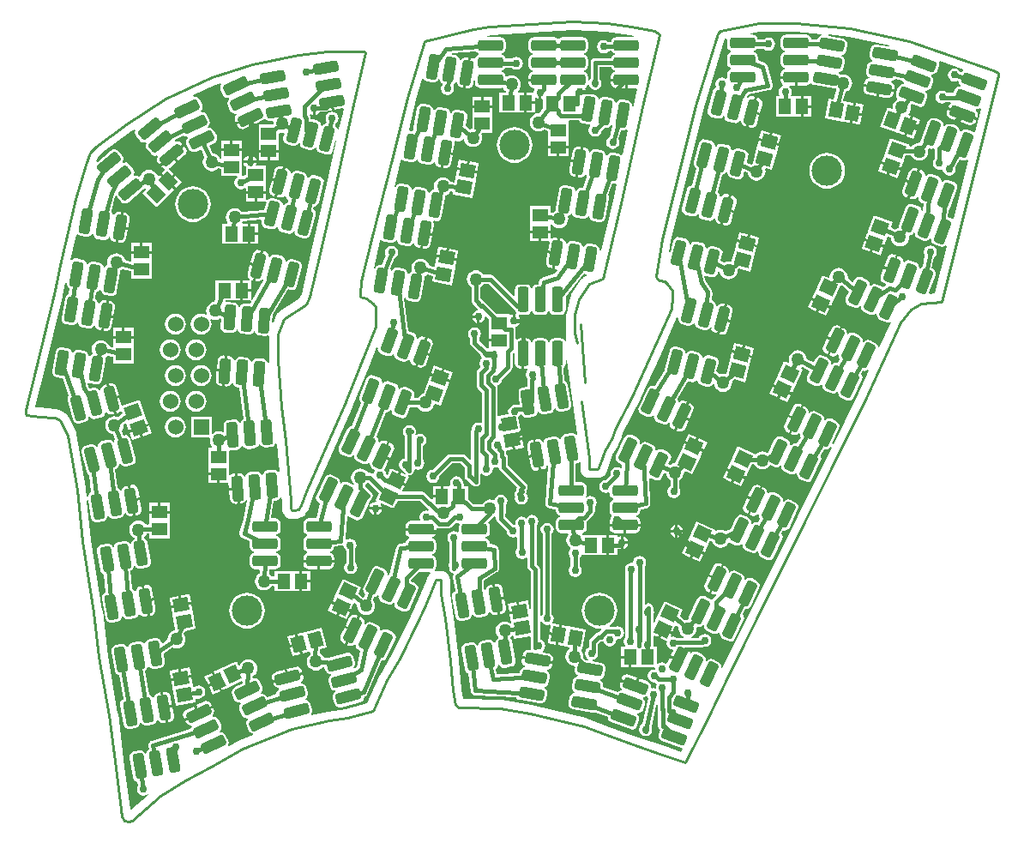
<source format=gtl>
G04*
G04 #@! TF.GenerationSoftware,Altium Limited,Altium Designer,18.0.9 (584)*
G04*
G04 Layer_Physical_Order=1*
G04 Layer_Color=255*
%FSLAX25Y25*%
%MOIN*%
G70*
G01*
G75*
%ADD10C,0.01000*%
G04:AMPARAMS|DCode=11|XSize=98.43mil|YSize=43.31mil|CornerRadius=10.83mil|HoleSize=0mil|Usage=FLASHONLY|Rotation=0.000|XOffset=0mil|YOffset=0mil|HoleType=Round|Shape=RoundedRectangle|*
%AMROUNDEDRECTD11*
21,1,0.09843,0.02165,0,0,0.0*
21,1,0.07677,0.04331,0,0,0.0*
1,1,0.02165,0.03839,-0.01083*
1,1,0.02165,-0.03839,-0.01083*
1,1,0.02165,-0.03839,0.01083*
1,1,0.02165,0.03839,0.01083*
%
%ADD11ROUNDEDRECTD11*%
G04:AMPARAMS|DCode=12|XSize=98.43mil|YSize=43.31mil|CornerRadius=10.83mil|HoleSize=0mil|Usage=FLASHONLY|Rotation=80.000|XOffset=0mil|YOffset=0mil|HoleType=Round|Shape=RoundedRectangle|*
%AMROUNDEDRECTD12*
21,1,0.09843,0.02165,0,0,80.0*
21,1,0.07677,0.04331,0,0,80.0*
1,1,0.02165,0.01733,0.03592*
1,1,0.02165,0.00400,-0.03968*
1,1,0.02165,-0.01733,-0.03592*
1,1,0.02165,-0.00400,0.03968*
%
%ADD12ROUNDEDRECTD12*%
G04:AMPARAMS|DCode=13|XSize=98.43mil|YSize=43.31mil|CornerRadius=10.83mil|HoleSize=0mil|Usage=FLASHONLY|Rotation=70.000|XOffset=0mil|YOffset=0mil|HoleType=Round|Shape=RoundedRectangle|*
%AMROUNDEDRECTD13*
21,1,0.09843,0.02165,0,0,70.0*
21,1,0.07677,0.04331,0,0,70.0*
1,1,0.02165,0.02330,0.03237*
1,1,0.02165,-0.00296,-0.03977*
1,1,0.02165,-0.02330,-0.03237*
1,1,0.02165,0.00296,0.03977*
%
%ADD13ROUNDEDRECTD13*%
G04:AMPARAMS|DCode=14|XSize=98.43mil|YSize=43.31mil|CornerRadius=10.83mil|HoleSize=0mil|Usage=FLASHONLY|Rotation=65.000|XOffset=0mil|YOffset=0mil|HoleType=Round|Shape=RoundedRectangle|*
%AMROUNDEDRECTD14*
21,1,0.09843,0.02165,0,0,65.0*
21,1,0.07677,0.04331,0,0,65.0*
1,1,0.02165,0.02604,0.03021*
1,1,0.02165,-0.00641,-0.03937*
1,1,0.02165,-0.02604,-0.03021*
1,1,0.02165,0.00641,0.03937*
%
%ADD14ROUNDEDRECTD14*%
G04:AMPARAMS|DCode=15|XSize=98.43mil|YSize=43.31mil|CornerRadius=10.83mil|HoleSize=0mil|Usage=FLASHONLY|Rotation=275.000|XOffset=0mil|YOffset=0mil|HoleType=Round|Shape=RoundedRectangle|*
%AMROUNDEDRECTD15*
21,1,0.09843,0.02165,0,0,275.0*
21,1,0.07677,0.04331,0,0,275.0*
1,1,0.02165,-0.00744,-0.03918*
1,1,0.02165,-0.01413,0.03730*
1,1,0.02165,0.00744,0.03918*
1,1,0.02165,0.01413,-0.03730*
%
%ADD15ROUNDEDRECTD15*%
G04:AMPARAMS|DCode=16|XSize=98.43mil|YSize=43.31mil|CornerRadius=10.83mil|HoleSize=0mil|Usage=FLASHONLY|Rotation=265.000|XOffset=0mil|YOffset=0mil|HoleType=Round|Shape=RoundedRectangle|*
%AMROUNDEDRECTD16*
21,1,0.09843,0.02165,0,0,265.0*
21,1,0.07677,0.04331,0,0,265.0*
1,1,0.02165,-0.01413,-0.03730*
1,1,0.02165,-0.00744,0.03918*
1,1,0.02165,0.01413,0.03730*
1,1,0.02165,0.00744,-0.03918*
%
%ADD16ROUNDEDRECTD16*%
G04:AMPARAMS|DCode=17|XSize=98.43mil|YSize=43.31mil|CornerRadius=10.83mil|HoleSize=0mil|Usage=FLASHONLY|Rotation=255.000|XOffset=0mil|YOffset=0mil|HoleType=Round|Shape=RoundedRectangle|*
%AMROUNDEDRECTD17*
21,1,0.09843,0.02165,0,0,255.0*
21,1,0.07677,0.04331,0,0,255.0*
1,1,0.02165,-0.02039,-0.03428*
1,1,0.02165,-0.00052,0.03988*
1,1,0.02165,0.02039,0.03428*
1,1,0.02165,0.00052,-0.03988*
%
%ADD17ROUNDEDRECTD17*%
G04:AMPARAMS|DCode=18|XSize=98.43mil|YSize=43.31mil|CornerRadius=10.83mil|HoleSize=0mil|Usage=FLASHONLY|Rotation=10.000|XOffset=0mil|YOffset=0mil|HoleType=Round|Shape=RoundedRectangle|*
%AMROUNDEDRECTD18*
21,1,0.09843,0.02165,0,0,10.0*
21,1,0.07677,0.04331,0,0,10.0*
1,1,0.02165,0.03968,-0.00400*
1,1,0.02165,-0.03592,-0.01733*
1,1,0.02165,-0.03968,0.00400*
1,1,0.02165,0.03592,0.01733*
%
%ADD18ROUNDEDRECTD18*%
G04:AMPARAMS|DCode=19|XSize=98.43mil|YSize=43.31mil|CornerRadius=10.83mil|HoleSize=0mil|Usage=FLASHONLY|Rotation=25.000|XOffset=0mil|YOffset=0mil|HoleType=Round|Shape=RoundedRectangle|*
%AMROUNDEDRECTD19*
21,1,0.09843,0.02165,0,0,25.0*
21,1,0.07677,0.04331,0,0,25.0*
1,1,0.02165,0.03937,0.00641*
1,1,0.02165,-0.03021,-0.02604*
1,1,0.02165,-0.03937,-0.00641*
1,1,0.02165,0.03021,0.02604*
%
%ADD19ROUNDEDRECTD19*%
G04:AMPARAMS|DCode=20|XSize=98.43mil|YSize=43.31mil|CornerRadius=10.83mil|HoleSize=0mil|Usage=FLASHONLY|Rotation=40.000|XOffset=0mil|YOffset=0mil|HoleType=Round|Shape=RoundedRectangle|*
%AMROUNDEDRECTD20*
21,1,0.09843,0.02165,0,0,40.0*
21,1,0.07677,0.04331,0,0,40.0*
1,1,0.02165,0.03637,0.01638*
1,1,0.02165,-0.02245,-0.03297*
1,1,0.02165,-0.03637,-0.01638*
1,1,0.02165,0.02245,0.03297*
%
%ADD20ROUNDEDRECTD20*%
G04:AMPARAMS|DCode=21|XSize=98.43mil|YSize=43.31mil|CornerRadius=10.83mil|HoleSize=0mil|Usage=FLASHONLY|Rotation=105.000|XOffset=0mil|YOffset=0mil|HoleType=Round|Shape=RoundedRectangle|*
%AMROUNDEDRECTD21*
21,1,0.09843,0.02165,0,0,105.0*
21,1,0.07677,0.04331,0,0,105.0*
1,1,0.02165,0.00052,0.03988*
1,1,0.02165,0.02039,-0.03428*
1,1,0.02165,-0.00052,-0.03988*
1,1,0.02165,-0.02039,0.03428*
%
%ADD21ROUNDEDRECTD21*%
G04:AMPARAMS|DCode=22|XSize=98.43mil|YSize=43.31mil|CornerRadius=10.83mil|HoleSize=0mil|Usage=FLASHONLY|Rotation=100.000|XOffset=0mil|YOffset=0mil|HoleType=Round|Shape=RoundedRectangle|*
%AMROUNDEDRECTD22*
21,1,0.09843,0.02165,0,0,100.0*
21,1,0.07677,0.04331,0,0,100.0*
1,1,0.02165,0.00400,0.03968*
1,1,0.02165,0.01733,-0.03592*
1,1,0.02165,-0.00400,-0.03968*
1,1,0.02165,-0.01733,0.03592*
%
%ADD22ROUNDEDRECTD22*%
G04:AMPARAMS|DCode=23|XSize=98.43mil|YSize=43.31mil|CornerRadius=10.83mil|HoleSize=0mil|Usage=FLASHONLY|Rotation=195.000|XOffset=0mil|YOffset=0mil|HoleType=Round|Shape=RoundedRectangle|*
%AMROUNDEDRECTD23*
21,1,0.09843,0.02165,0,0,195.0*
21,1,0.07677,0.04331,0,0,195.0*
1,1,0.02165,-0.03988,0.00052*
1,1,0.02165,0.03428,0.02039*
1,1,0.02165,0.03988,-0.00052*
1,1,0.02165,-0.03428,-0.02039*
%
%ADD23ROUNDEDRECTD23*%
G04:AMPARAMS|DCode=24|XSize=98.43mil|YSize=43.31mil|CornerRadius=10.83mil|HoleSize=0mil|Usage=FLASHONLY|Rotation=170.000|XOffset=0mil|YOffset=0mil|HoleType=Round|Shape=RoundedRectangle|*
%AMROUNDEDRECTD24*
21,1,0.09843,0.02165,0,0,170.0*
21,1,0.07677,0.04331,0,0,170.0*
1,1,0.02165,-0.03592,0.01733*
1,1,0.02165,0.03968,0.00400*
1,1,0.02165,0.03592,-0.01733*
1,1,0.02165,-0.03968,-0.00400*
%
%ADD24ROUNDEDRECTD24*%
G04:AMPARAMS|DCode=25|XSize=98.43mil|YSize=43.31mil|CornerRadius=10.83mil|HoleSize=0mil|Usage=FLASHONLY|Rotation=160.000|XOffset=0mil|YOffset=0mil|HoleType=Round|Shape=RoundedRectangle|*
%AMROUNDEDRECTD25*
21,1,0.09843,0.02165,0,0,160.0*
21,1,0.07677,0.04331,0,0,160.0*
1,1,0.02165,-0.03237,0.02330*
1,1,0.02165,0.03977,-0.00296*
1,1,0.02165,0.03237,-0.02330*
1,1,0.02165,-0.03977,0.00296*
%
%ADD25ROUNDEDRECTD25*%
G04:AMPARAMS|DCode=26|XSize=98.43mil|YSize=43.31mil|CornerRadius=10.83mil|HoleSize=0mil|Usage=FLASHONLY|Rotation=270.000|XOffset=0mil|YOffset=0mil|HoleType=Round|Shape=RoundedRectangle|*
%AMROUNDEDRECTD26*
21,1,0.09843,0.02165,0,0,270.0*
21,1,0.07677,0.04331,0,0,270.0*
1,1,0.02165,-0.01083,-0.03839*
1,1,0.02165,-0.01083,0.03839*
1,1,0.02165,0.01083,0.03839*
1,1,0.02165,0.01083,-0.03839*
%
%ADD26ROUNDEDRECTD26*%
%ADD27R,0.05118X0.05906*%
%ADD28R,0.05906X0.05118*%
G04:AMPARAMS|DCode=29|XSize=59.06mil|YSize=51.18mil|CornerRadius=0mil|HoleSize=0mil|Usage=FLASHONLY|Rotation=170.000|XOffset=0mil|YOffset=0mil|HoleType=Round|Shape=Rectangle|*
%AMROTATEDRECTD29*
4,1,4,0.03352,0.02007,0.02464,-0.03033,-0.03352,-0.02007,-0.02464,0.03033,0.03352,0.02007,0.0*
%
%ADD29ROTATEDRECTD29*%

G04:AMPARAMS|DCode=30|XSize=59.06mil|YSize=51.18mil|CornerRadius=0mil|HoleSize=0mil|Usage=FLASHONLY|Rotation=160.000|XOffset=0mil|YOffset=0mil|HoleType=Round|Shape=Rectangle|*
%AMROTATEDRECTD30*
4,1,4,0.03650,0.01395,0.01899,-0.03415,-0.03650,-0.01395,-0.01899,0.03415,0.03650,0.01395,0.0*
%
%ADD30ROTATEDRECTD30*%

G04:AMPARAMS|DCode=31|XSize=59.06mil|YSize=51.18mil|CornerRadius=0mil|HoleSize=0mil|Usage=FLASHONLY|Rotation=155.000|XOffset=0mil|YOffset=0mil|HoleType=Round|Shape=Rectangle|*
%AMROTATEDRECTD31*
4,1,4,0.03758,0.01071,0.01595,-0.03567,-0.03758,-0.01071,-0.01595,0.03567,0.03758,0.01071,0.0*
%
%ADD31ROTATEDRECTD31*%

G04:AMPARAMS|DCode=32|XSize=59.06mil|YSize=51.18mil|CornerRadius=0mil|HoleSize=0mil|Usage=FLASHONLY|Rotation=135.000|XOffset=0mil|YOffset=0mil|HoleType=Round|Shape=Rectangle|*
%AMROTATEDRECTD32*
4,1,4,0.03897,-0.00278,0.00278,-0.03897,-0.03897,0.00278,-0.00278,0.03897,0.03897,-0.00278,0.0*
%
%ADD32ROTATEDRECTD32*%

G04:AMPARAMS|DCode=33|XSize=59.06mil|YSize=51.18mil|CornerRadius=0mil|HoleSize=0mil|Usage=FLASHONLY|Rotation=20.000|XOffset=0mil|YOffset=0mil|HoleType=Round|Shape=Rectangle|*
%AMROTATEDRECTD33*
4,1,4,-0.01899,-0.03415,-0.03650,0.01395,0.01899,0.03415,0.03650,-0.01395,-0.01899,-0.03415,0.0*
%
%ADD33ROTATEDRECTD33*%

G04:AMPARAMS|DCode=34|XSize=59.06mil|YSize=51.18mil|CornerRadius=0mil|HoleSize=0mil|Usage=FLASHONLY|Rotation=190.000|XOffset=0mil|YOffset=0mil|HoleType=Round|Shape=Rectangle|*
%AMROTATEDRECTD34*
4,1,4,0.02464,0.03033,0.03352,-0.02007,-0.02464,-0.03033,-0.03352,0.02007,0.02464,0.03033,0.0*
%
%ADD34ROTATEDRECTD34*%

G04:AMPARAMS|DCode=35|XSize=59.06mil|YSize=51.18mil|CornerRadius=0mil|HoleSize=0mil|Usage=FLASHONLY|Rotation=295.000|XOffset=0mil|YOffset=0mil|HoleType=Round|Shape=Rectangle|*
%AMROTATEDRECTD35*
4,1,4,-0.03567,0.01595,0.01071,0.03758,0.03567,-0.01595,-0.01071,-0.03758,-0.03567,0.01595,0.0*
%
%ADD35ROTATEDRECTD35*%

G04:AMPARAMS|DCode=36|XSize=59.06mil|YSize=51.18mil|CornerRadius=0mil|HoleSize=0mil|Usage=FLASHONLY|Rotation=285.000|XOffset=0mil|YOffset=0mil|HoleType=Round|Shape=Rectangle|*
%AMROTATEDRECTD36*
4,1,4,-0.03236,0.02190,0.01708,0.03515,0.03236,-0.02190,-0.01708,-0.03515,-0.03236,0.02190,0.0*
%
%ADD36ROTATEDRECTD36*%

G04:AMPARAMS|DCode=37|XSize=59.06mil|YSize=51.18mil|CornerRadius=0mil|HoleSize=0mil|Usage=FLASHONLY|Rotation=260.000|XOffset=0mil|YOffset=0mil|HoleType=Round|Shape=Rectangle|*
%AMROTATEDRECTD37*
4,1,4,-0.02007,0.03352,0.03033,0.02464,0.02007,-0.03352,-0.03033,-0.02464,-0.02007,0.03352,0.0*
%
%ADD37ROTATEDRECTD37*%

G04:AMPARAMS|DCode=38|XSize=59.06mil|YSize=51.18mil|CornerRadius=0mil|HoleSize=0mil|Usage=FLASHONLY|Rotation=70.000|XOffset=0mil|YOffset=0mil|HoleType=Round|Shape=Rectangle|*
%AMROTATEDRECTD38*
4,1,4,0.01395,-0.03650,-0.03415,-0.01899,-0.01395,0.03650,0.03415,0.01899,0.01395,-0.03650,0.0*
%
%ADD38ROTATEDRECTD38*%

G04:AMPARAMS|DCode=39|XSize=59.06mil|YSize=51.18mil|CornerRadius=0mil|HoleSize=0mil|Usage=FLASHONLY|Rotation=165.000|XOffset=0mil|YOffset=0mil|HoleType=Round|Shape=Rectangle|*
%AMROTATEDRECTD39*
4,1,4,0.03515,0.01708,0.02190,-0.03236,-0.03515,-0.01708,-0.02190,0.03236,0.03515,0.01708,0.0*
%
%ADD39ROTATEDRECTD39*%

%ADD74C,0.01500*%
%ADD75C,0.11811*%
%ADD76R,0.06000X0.06000*%
%ADD77C,0.06000*%
%ADD78C,0.03000*%
%ADD79C,0.05000*%
G36*
X428172Y465119D02*
X437457Y463653D01*
X438978Y463399D01*
X438936Y462899D01*
X432094D01*
X431282Y462737D01*
X430593Y462277D01*
X430133Y461588D01*
X430046Y461151D01*
X428785Y461081D01*
X428076Y461555D01*
X427100Y461749D01*
X426124Y461555D01*
X425298Y461002D01*
X424745Y460176D01*
X424551Y459200D01*
X424745Y458224D01*
X425298Y457398D01*
X426124Y456845D01*
X427100Y456651D01*
X428076Y456845D01*
X428902Y457398D01*
X428983Y457518D01*
X430271Y457590D01*
X430593Y457109D01*
X431282Y456648D01*
X431518Y456601D01*
Y456092D01*
X431282Y456044D01*
X430593Y455584D01*
X430133Y454895D01*
X430111Y454784D01*
X423900D01*
X423217Y454648D01*
X422638Y454262D01*
X422252Y453683D01*
X422116Y453000D01*
Y446881D01*
X421998Y446802D01*
X421529Y446101D01*
X421029Y446252D01*
Y447390D01*
X420867Y448202D01*
X420407Y448891D01*
X419718Y449352D01*
X419482Y449399D01*
Y449908D01*
X419718Y449956D01*
X420407Y450416D01*
X420867Y451105D01*
X421029Y451917D01*
Y454083D01*
X420867Y454895D01*
X420407Y455584D01*
X419718Y456044D01*
X419482Y456092D01*
Y456601D01*
X419718Y456648D01*
X420407Y457109D01*
X420867Y457798D01*
X421029Y458610D01*
Y460776D01*
X420867Y461588D01*
X420407Y462277D01*
X419718Y462737D01*
X418905Y462899D01*
X411228D01*
X410416Y462737D01*
X409727Y462277D01*
X409273D01*
X408584Y462737D01*
X407772Y462899D01*
X400095D01*
X399282Y462737D01*
X398593Y462277D01*
X398133Y461588D01*
X397971Y460776D01*
Y458610D01*
X398133Y457798D01*
X398593Y457109D01*
X399282Y456648D01*
X399518Y456601D01*
Y456092D01*
X399282Y456044D01*
X398593Y455584D01*
X398133Y454895D01*
X397971Y454083D01*
Y451917D01*
X398133Y451105D01*
X398593Y450416D01*
X399282Y449956D01*
X399518Y449908D01*
Y449399D01*
X399282Y449352D01*
X398593Y448891D01*
X398133Y448202D01*
X397971Y447390D01*
Y446807D01*
X403933D01*
Y445807D01*
X397971D01*
Y445224D01*
X398133Y444412D01*
X398593Y443723D01*
X399282Y443263D01*
X400036Y443113D01*
X400254Y442811D01*
X400335Y442660D01*
X400145Y442376D01*
X399961Y441453D01*
X397346D01*
Y438000D01*
X400406D01*
Y439203D01*
X400906Y439459D01*
X401524Y439045D01*
X402000Y438950D01*
Y441400D01*
X403000D01*
Y438950D01*
X403094Y438969D01*
X403594Y438569D01*
Y435244D01*
X402170Y433355D01*
X401900Y433391D01*
X400986Y433270D01*
X400135Y432918D01*
X399404Y432357D01*
X398843Y431625D01*
X398490Y430774D01*
X398370Y429860D01*
X398490Y428947D01*
X398843Y428095D01*
X399404Y427364D01*
X400135Y426803D01*
X400986Y426450D01*
X401900Y426330D01*
X402814Y426450D01*
X403665Y426803D01*
X404041Y427092D01*
X405547Y426495D01*
Y423287D01*
Y420654D01*
X413453D01*
Y423287D01*
Y430406D01*
X413867Y430613D01*
X417534D01*
X417748Y430126D01*
X418347Y429554D01*
X419119Y429253D01*
X421251Y428877D01*
X421692Y428887D01*
X421957Y428393D01*
X421545Y427775D01*
X421351Y426800D01*
X421545Y425824D01*
X422098Y424998D01*
X422925Y424445D01*
X423900Y424251D01*
X424875Y424445D01*
X425702Y424998D01*
X426255Y425824D01*
X426449Y426800D01*
X426445Y426821D01*
X427414Y427791D01*
X427843Y427715D01*
X428671Y427733D01*
X429429Y428067D01*
X430002Y428665D01*
X430057Y428806D01*
X430556Y428709D01*
X430596Y428587D01*
X430597Y428560D01*
X430630Y428485D01*
X430676Y428347D01*
X429475Y424188D01*
X428898Y423802D01*
X428345Y422975D01*
X428151Y422000D01*
X428345Y421025D01*
X428898Y420198D01*
X429725Y419645D01*
X430700Y419451D01*
X431675Y419645D01*
X432502Y420198D01*
X433055Y421025D01*
X433249Y422000D01*
X433055Y422975D01*
X432904Y423201D01*
X433899Y426647D01*
X434434Y426553D01*
X435262Y426571D01*
X436021Y426905D01*
X436201Y427094D01*
X436659Y426849D01*
X435189Y420236D01*
X435188Y420223D01*
X435184Y420211D01*
X434555Y417275D01*
X434008Y417107D01*
X433653Y417446D01*
X432881Y417747D01*
X430749Y418123D01*
X429920Y418105D01*
X429162Y417771D01*
X428589Y417172D01*
X428502Y416948D01*
X427999Y417036D01*
X427994Y417277D01*
X427661Y418036D01*
X427062Y418609D01*
X426290Y418909D01*
X424157Y419285D01*
X423329Y419267D01*
X422571Y418933D01*
X421998Y418335D01*
X421910Y418110D01*
X421408Y418198D01*
X421403Y418439D01*
X421069Y419198D01*
X420471Y419771D01*
X419699Y420071D01*
X419125Y420172D01*
X418089Y414301D01*
X417054Y408429D01*
X417628Y408328D01*
X418456Y408346D01*
X419215Y408680D01*
X419788Y409278D01*
X419875Y409503D01*
X420377Y409415D01*
X420382Y409174D01*
X420632Y408607D01*
X419076Y404282D01*
X418781Y404334D01*
X417952Y404316D01*
X417194Y403982D01*
X416621Y403384D01*
X416534Y403159D01*
X416032Y403248D01*
X416026Y403489D01*
X415693Y404247D01*
X415094Y404820D01*
X414322Y405120D01*
X412189Y405496D01*
X411361Y405478D01*
X410603Y405145D01*
X410030Y404546D01*
X409730Y403774D01*
X408396Y396213D01*
X408415Y395385D01*
X408409Y395371D01*
X408135Y395257D01*
X407404Y394696D01*
X407330Y394600D01*
X406453Y394795D01*
Y397406D01*
X398547D01*
Y390287D01*
Y387654D01*
X406453D01*
Y390122D01*
X406935Y390291D01*
X406953Y390292D01*
X407404Y389704D01*
X408135Y389143D01*
X408986Y388790D01*
X409900Y388670D01*
X410814Y388790D01*
X411665Y389143D01*
X412396Y389704D01*
X412957Y390435D01*
X413310Y391286D01*
X413430Y392200D01*
X413310Y393114D01*
X413176Y393438D01*
X413838Y393729D01*
X414411Y394328D01*
X414498Y394552D01*
X415000Y394464D01*
X415006Y394223D01*
X415339Y393464D01*
X415938Y392891D01*
X416710Y392591D01*
X418843Y392215D01*
X419671Y392233D01*
X420429Y392567D01*
X421002Y393165D01*
X421090Y393390D01*
X421592Y393302D01*
X421597Y393060D01*
X421931Y392302D01*
X422529Y391729D01*
X423301Y391429D01*
X425434Y391053D01*
X426262Y391071D01*
X427021Y391405D01*
X427594Y392003D01*
X427894Y392775D01*
X429227Y400336D01*
X429209Y401164D01*
X428960Y401730D01*
X430515Y406056D01*
X430810Y406004D01*
X431639Y406022D01*
X431694Y406046D01*
X432081Y405730D01*
X430692Y399247D01*
X426101Y379901D01*
X425600Y379954D01*
X425586Y380615D01*
X425252Y381374D01*
X424653Y381946D01*
X423881Y382247D01*
X421749Y382623D01*
X420920Y382605D01*
X420162Y382271D01*
X419589Y381672D01*
X419502Y381448D01*
X418999Y381536D01*
X418994Y381777D01*
X418661Y382536D01*
X418062Y383109D01*
X417290Y383409D01*
X415157Y383785D01*
X414329Y383767D01*
X413571Y383433D01*
X412998Y382835D01*
X412910Y382610D01*
X412408Y382698D01*
X412403Y382940D01*
X412069Y383698D01*
X411471Y384271D01*
X410699Y384571D01*
X410125Y384672D01*
X409090Y378801D01*
X408054Y372929D01*
X408628Y372828D01*
X408845Y372833D01*
X409076Y372390D01*
X407996Y370913D01*
X403136Y369293D01*
X402914Y369166D01*
X402679Y369063D01*
X402613Y368995D01*
X402531Y368948D01*
X402374Y368746D01*
X402197Y368561D01*
X402162Y368473D01*
X402104Y368398D01*
X402037Y368151D01*
X401943Y367913D01*
X401750Y366828D01*
X401417D01*
X400605Y366667D01*
X399916Y366206D01*
X399455Y365517D01*
X399408Y365281D01*
X398899D01*
X398852Y365517D01*
X398391Y366206D01*
X397702Y366667D01*
X396890Y366828D01*
X394724D01*
X393912Y366667D01*
X393223Y366206D01*
X392763Y365517D01*
X392601Y364705D01*
Y362517D01*
X392139Y362325D01*
X384403Y370062D01*
X383824Y370448D01*
X383141Y370584D01*
X380542D01*
X379996Y371296D01*
X379265Y371857D01*
X378414Y372210D01*
X377500Y372330D01*
X376586Y372210D01*
X375735Y371857D01*
X375004Y371296D01*
X374443Y370565D01*
X374090Y369714D01*
X373970Y368800D01*
X374090Y367886D01*
X374443Y367035D01*
X375004Y366304D01*
X375716Y365757D01*
Y360647D01*
X375851Y359964D01*
X376238Y359385D01*
X378300Y357323D01*
X378257Y356979D01*
X378162Y356786D01*
X377530Y356661D01*
X376703Y356108D01*
X376151Y355281D01*
X376056Y354805D01*
X378505D01*
Y354306D01*
X379006D01*
Y351856D01*
X379481Y351951D01*
X380308Y352503D01*
X380860Y353330D01*
X381014Y354102D01*
X381527Y354296D01*
X382547Y353276D01*
Y348287D01*
Y345654D01*
X386500D01*
Y344654D01*
X382547D01*
Y341879D01*
X381785D01*
X378784Y344879D01*
Y345785D01*
X378802Y345798D01*
X379355Y346624D01*
X379549Y347600D01*
X379355Y348575D01*
X378802Y349402D01*
X377976Y349955D01*
X377000Y350149D01*
X376025Y349955D01*
X375198Y349402D01*
X374645Y348575D01*
X374451Y347600D01*
X374645Y346624D01*
X375198Y345798D01*
X375216Y345785D01*
Y344140D01*
X375352Y343457D01*
X375738Y342879D01*
X379126Y339491D01*
X379142Y339412D01*
X379528Y338833D01*
X379835Y338526D01*
X379786Y338029D01*
X379598Y337902D01*
X379045Y337075D01*
X378851Y336100D01*
X379045Y335124D01*
X379308Y334731D01*
X378269Y333692D01*
X377883Y333113D01*
X377747Y332431D01*
Y327667D01*
X377883Y326984D01*
X378269Y326405D01*
X379866Y324809D01*
Y313259D01*
X379456Y312977D01*
X379366Y312994D01*
X378400Y313187D01*
X377425Y312993D01*
X376598Y312440D01*
X376045Y311613D01*
X375851Y310637D01*
X375881Y310489D01*
X375801Y310370D01*
X375666Y309687D01*
Y298811D01*
X375204Y298620D01*
X373562Y300262D01*
X372983Y300648D01*
X372300Y300784D01*
X367600D01*
X366917Y300648D01*
X366338Y300262D01*
X365336Y299260D01*
X365336Y299260D01*
X360821Y294745D01*
X360800Y294749D01*
X359824Y294555D01*
X358998Y294002D01*
X358445Y293176D01*
X358251Y292200D01*
X358445Y291225D01*
X358998Y290398D01*
X359824Y289845D01*
X360800Y289651D01*
X361775Y289845D01*
X362602Y290398D01*
X363155Y291225D01*
X363349Y292200D01*
X363345Y292221D01*
X367860Y296736D01*
X367860Y296736D01*
X368339Y297216D01*
X371561D01*
X373160Y295616D01*
Y292200D01*
X373296Y291517D01*
X373683Y290938D01*
X374262Y290551D01*
X374403Y290523D01*
X376188Y288738D01*
X376767Y288351D01*
X377450Y288216D01*
X378133Y288351D01*
X378712Y288738D01*
X379099Y289317D01*
X379234Y290000D01*
Y293141D01*
X379734Y293292D01*
X379798Y293198D01*
X380625Y292645D01*
X381600Y292451D01*
X382575Y292645D01*
X383402Y293198D01*
X383955Y294024D01*
X384149Y295000D01*
X384092Y295288D01*
X384445Y295641D01*
X384900Y295551D01*
X385868Y295744D01*
X385911Y295752D01*
X386415Y295504D01*
X386502Y295067D01*
X386888Y294488D01*
X393426Y287951D01*
X393236Y287667D01*
X393100Y286984D01*
X393148Y286740D01*
X392938Y286530D01*
X392551Y285951D01*
X392416Y285269D01*
X392551Y284586D01*
X392749Y284291D01*
X392651Y283800D01*
X392845Y282824D01*
X393398Y281998D01*
X394225Y281445D01*
X395200Y281251D01*
X396176Y281445D01*
X397002Y281998D01*
X397555Y282824D01*
X397749Y283800D01*
X397555Y284775D01*
X397002Y285602D01*
X396950Y285638D01*
X397048Y285786D01*
X397184Y286469D01*
X397136Y286712D01*
X397162Y286738D01*
X397162Y286738D01*
X397549Y287317D01*
X397684Y288000D01*
X397549Y288683D01*
X397162Y289262D01*
X389934Y296489D01*
Y299446D01*
X389798Y300129D01*
X389412Y300708D01*
X389184Y300935D01*
Y301739D01*
X389184Y301739D01*
X389172Y301803D01*
X389454Y302215D01*
X391707Y302613D01*
X391089Y306118D01*
X391581Y306204D01*
X391494Y306697D01*
X395387Y307383D01*
X394930Y309977D01*
X393993Y315291D01*
X394302Y315498D01*
X394785Y316221D01*
X395177Y316242D01*
X395329Y316202D01*
X395407Y316003D01*
X395979Y315405D01*
X396738Y315071D01*
X397566Y315053D01*
X399699Y315429D01*
X400471Y315729D01*
X401069Y316302D01*
X401403Y317060D01*
X401408Y317302D01*
X401910Y317390D01*
X401998Y317165D01*
X402571Y316567D01*
X403329Y316233D01*
X404157Y316215D01*
X406290Y316591D01*
X407062Y316891D01*
X407661Y317464D01*
X407994Y318223D01*
X408000Y318464D01*
X408502Y318552D01*
X408589Y318328D01*
X409162Y317729D01*
X409920Y317395D01*
X410749Y317377D01*
X412881Y317753D01*
X413653Y318054D01*
X414252Y318626D01*
X414585Y319385D01*
X414604Y320213D01*
X413270Y327774D01*
X412970Y328546D01*
X412397Y329145D01*
X412009Y329315D01*
X411514Y334484D01*
X411777Y334660D01*
X412237Y335349D01*
X412399Y336161D01*
Y337440D01*
X412899Y337474D01*
X416858Y308444D01*
X416384Y308215D01*
X416021Y308595D01*
X415262Y308929D01*
X414434Y308947D01*
X412301Y308571D01*
X411529Y308271D01*
X410931Y307698D01*
X410597Y306940D01*
X410592Y306698D01*
X410090Y306610D01*
X410002Y306835D01*
X409429Y307433D01*
X408671Y307767D01*
X407843Y307785D01*
X405710Y307409D01*
X404938Y307109D01*
X404339Y306536D01*
X404006Y305777D01*
X404001Y305536D01*
X403498Y305448D01*
X403411Y305672D01*
X402838Y306271D01*
X402080Y306605D01*
X401251Y306623D01*
X400677Y306522D01*
X401713Y300650D01*
X402748Y294779D01*
X403322Y294880D01*
X404094Y295180D01*
X404693Y295753D01*
X404949Y296335D01*
X405430Y296472D01*
X405511Y296465D01*
X405618Y296348D01*
X404521Y281734D01*
X404551Y281489D01*
X404552Y281243D01*
X404592Y281146D01*
X404605Y281043D01*
X404726Y280828D01*
X404822Y280601D01*
X404896Y280527D01*
X404947Y280436D01*
X405141Y280285D01*
X405316Y280111D01*
X405413Y280072D01*
X405496Y280007D01*
X405733Y279941D01*
X405961Y279848D01*
X408605Y279337D01*
Y278917D01*
X408767Y278105D01*
X409227Y277416D01*
X409916Y276956D01*
X410152Y276908D01*
Y276399D01*
X409916Y276352D01*
X409227Y275891D01*
X408767Y275202D01*
X408605Y274390D01*
Y272224D01*
X408767Y271412D01*
X409227Y270723D01*
X409916Y270263D01*
X410728Y270101D01*
X413337D01*
X413554Y269601D01*
X413143Y269065D01*
X412790Y268214D01*
X412670Y267300D01*
X412790Y266386D01*
X413143Y265535D01*
X413704Y264804D01*
X414050Y264538D01*
X414298Y264102D01*
X414147Y263877D01*
X413745Y263276D01*
X413551Y262300D01*
X413745Y261325D01*
X414298Y260498D01*
X414316Y260486D01*
Y257415D01*
X414298Y257402D01*
X413745Y256575D01*
X413551Y255600D01*
X413745Y254625D01*
X414298Y253798D01*
X415125Y253245D01*
X416100Y253051D01*
X417075Y253245D01*
X417902Y253798D01*
X418455Y254625D01*
X418649Y255600D01*
X418455Y256575D01*
X417902Y257402D01*
X417884Y257415D01*
Y260486D01*
X417902Y260498D01*
X418455Y261325D01*
X418455Y261325D01*
X418459Y261337D01*
X418595Y261547D01*
X428346D01*
Y265500D01*
Y269453D01*
X419208D01*
X418979Y269742D01*
X419175Y270254D01*
X419218Y270263D01*
X419907Y270723D01*
X420367Y271412D01*
X420529Y272224D01*
Y274390D01*
X420467Y274701D01*
X420799Y274923D01*
X423250Y277374D01*
X423637Y277953D01*
X423772Y278635D01*
X423772Y278635D01*
Y280269D01*
X423791Y280281D01*
X424343Y281108D01*
X424537Y282083D01*
X424343Y283059D01*
X423791Y283886D01*
X422964Y284438D01*
X421988Y284632D01*
X421013Y284438D01*
X420500Y284096D01*
X420139Y284456D01*
X420367Y284798D01*
X420529Y285610D01*
Y287776D01*
X420367Y288588D01*
X419907Y289277D01*
X419218Y289737D01*
X418405Y289899D01*
X416319D01*
X416245Y297159D01*
X416504Y297204D01*
X417277Y297504D01*
X417609Y297822D01*
X418109Y297609D01*
Y295000D01*
X418224Y294122D01*
X418563Y293304D01*
X419102Y292602D01*
X419804Y292063D01*
X420622Y291724D01*
X421500Y291609D01*
X425000D01*
X425241Y291640D01*
X425484Y291643D01*
X425678Y291698D01*
X425878Y291724D01*
X426102Y291817D01*
X426336Y291883D01*
X426509Y291986D01*
X426696Y292063D01*
X426888Y292211D01*
X427097Y292335D01*
X427238Y292479D01*
X427398Y292602D01*
X427546Y292795D01*
X427715Y292969D01*
X427814Y293144D01*
X427937Y293304D01*
X428030Y293529D01*
X428149Y293741D01*
X429149Y296240D01*
X429173Y296338D01*
X429217Y296428D01*
X430599Y300574D01*
X431908Y302755D01*
X431960Y302875D01*
X432033Y302983D01*
X433533Y305983D01*
X433612Y306211D01*
X433717Y306428D01*
X434633Y309175D01*
X441511Y322439D01*
X441541Y322522D01*
X441587Y322597D01*
X449087Y339097D01*
X449093Y339115D01*
X449103Y339131D01*
X455646Y353963D01*
X456139Y353842D01*
X456091Y353105D01*
X456357Y352321D01*
X456903Y351698D01*
X457647Y351331D01*
X459738Y350771D01*
X460565Y350716D01*
X461349Y350983D01*
X461972Y351529D01*
X462079Y351745D01*
X462571Y351613D01*
X462556Y351373D01*
X462822Y350588D01*
X463368Y349965D01*
X464111Y349599D01*
X466203Y349039D01*
X467030Y348984D01*
X467814Y349251D01*
X468437Y349797D01*
X468544Y350013D01*
X469036Y349881D01*
X469021Y349641D01*
X469287Y348856D01*
X469833Y348233D01*
X470576Y347867D01*
X471139Y347716D01*
X472682Y353475D01*
X474225Y359234D01*
X473662Y359384D01*
X472836Y359439D01*
X472051Y359172D01*
X471428Y358626D01*
X471321Y358410D01*
X470829Y358542D01*
X470845Y358782D01*
X470578Y359567D01*
X470032Y360190D01*
X469289Y360556D01*
X469053Y360620D01*
X469375Y363821D01*
X469345Y364136D01*
X469326Y364451D01*
X469312Y364481D01*
X469309Y364514D01*
X469160Y364793D01*
X469022Y365077D01*
X466755Y368071D01*
X466342Y369885D01*
X466788Y370181D01*
X468767Y369651D01*
X469594Y369597D01*
X470379Y369863D01*
X471001Y370409D01*
X471368Y371153D01*
X471486Y371594D01*
X472070Y371839D01*
X472243Y371741D01*
X472290Y371386D01*
X472643Y370535D01*
X473204Y369804D01*
X473935Y369243D01*
X474786Y368890D01*
X475700Y368770D01*
X476614Y368890D01*
X477465Y369243D01*
X478196Y369804D01*
X478757Y370535D01*
X479110Y371386D01*
X479230Y372300D01*
X479186Y372636D01*
X479656Y372979D01*
X484031Y371807D01*
X485873Y378682D01*
X486555Y381226D01*
X482737Y382249D01*
X478919Y383273D01*
X478127Y380318D01*
X476935Y375868D01*
X476614Y375710D01*
X475700Y375830D01*
X474786Y375710D01*
X473935Y375357D01*
X473849Y375292D01*
X472647Y375925D01*
X473355Y378568D01*
X473409Y379395D01*
X473143Y380180D01*
X472597Y380802D01*
X471853Y381169D01*
X469762Y381729D01*
X468935Y381784D01*
X468151Y381517D01*
X467528Y380971D01*
X467421Y380755D01*
X466928Y380887D01*
X466944Y381127D01*
X466678Y381912D01*
X466132Y382535D01*
X465389Y382901D01*
X463297Y383461D01*
X462470Y383516D01*
X461686Y383249D01*
X461063Y382703D01*
X460956Y382487D01*
X460464Y382619D01*
X460479Y382859D01*
X460213Y383644D01*
X459667Y384267D01*
X458924Y384633D01*
X456832Y385194D01*
X456005Y385248D01*
X455221Y384982D01*
X454598Y384435D01*
X454232Y383692D01*
X453048Y379274D01*
X452559Y379381D01*
X453321Y383800D01*
X466269Y435596D01*
X474350Y462215D01*
X474773Y462314D01*
X475140Y461953D01*
X475105Y461776D01*
Y459610D01*
X475267Y458798D01*
X475727Y458109D01*
X476416Y457648D01*
X476652Y457601D01*
Y457092D01*
X476416Y457045D01*
X475727Y456584D01*
X475267Y455895D01*
X475105Y455083D01*
Y452917D01*
X475267Y452105D01*
X475727Y451416D01*
X476416Y450955D01*
X476652Y450908D01*
Y450399D01*
X476416Y450352D01*
X475727Y449891D01*
X475267Y449202D01*
X475105Y448390D01*
Y446969D01*
X474605Y446701D01*
X474076Y447055D01*
X473100Y447249D01*
X472124Y447055D01*
X471298Y446502D01*
X470745Y445676D01*
X470551Y444700D01*
X470745Y443724D01*
X470755Y443710D01*
X470621Y443137D01*
X469999Y442591D01*
X469632Y441847D01*
X467645Y434432D01*
X467591Y433605D01*
X467857Y432821D01*
X468403Y432198D01*
X469147Y431831D01*
X471238Y431271D01*
X472065Y431216D01*
X472849Y431483D01*
X473472Y432029D01*
X473579Y432245D01*
X474072Y432114D01*
X474056Y431873D01*
X474322Y431088D01*
X474868Y430465D01*
X475611Y430099D01*
X477703Y429538D01*
X478530Y429484D01*
X479314Y429751D01*
X479937Y430297D01*
X480044Y430513D01*
X480536Y430381D01*
X480520Y430141D01*
X480787Y429356D01*
X481333Y428733D01*
X482076Y428367D01*
X482639Y428216D01*
X484182Y433975D01*
X485725Y439734D01*
X485162Y439884D01*
X484336Y439939D01*
X483551Y439672D01*
X483075Y439255D01*
X482687Y439579D01*
X483415Y440791D01*
X491323Y442245D01*
X491392Y442273D01*
X491466Y442277D01*
X491713Y442400D01*
X491970Y442502D01*
X492023Y442554D01*
X492089Y442587D01*
X492271Y442795D01*
X492469Y442987D01*
X492498Y443055D01*
X492547Y443111D01*
X492635Y443373D01*
X492745Y443627D01*
X492746Y443701D01*
X492769Y443771D01*
X492751Y444046D01*
X492755Y444323D01*
X492728Y444392D01*
X492723Y444465D01*
X490723Y451865D01*
X490641Y452030D01*
X490592Y452206D01*
X490488Y452339D01*
X490413Y452489D01*
X490275Y452610D01*
X490162Y452754D01*
X490016Y452836D01*
X489889Y452947D01*
X489715Y453006D01*
X489556Y453095D01*
X487029Y453924D01*
Y455083D01*
X486867Y455895D01*
X486407Y456584D01*
X485718Y457045D01*
X485482Y457092D01*
Y457601D01*
X485718Y457648D01*
X486407Y458109D01*
X486637Y458453D01*
X489476Y458430D01*
X489498Y458398D01*
X490324Y457845D01*
X491300Y457651D01*
X492275Y457845D01*
X493102Y458398D01*
X493655Y459225D01*
X493849Y460200D01*
X493655Y461175D01*
X493102Y462002D01*
X492275Y462555D01*
X491300Y462749D01*
X490324Y462555D01*
X489498Y462002D01*
X489495Y461999D01*
X486980Y462019D01*
X486867Y462588D01*
X486407Y463277D01*
X485718Y463737D01*
X484905Y463899D01*
X484324D01*
X484275Y464397D01*
X487836Y465109D01*
X501839D01*
X511715Y464168D01*
X511734Y463664D01*
X511077Y463375D01*
X510504Y462777D01*
X510207Y462012D01*
X507821Y462147D01*
X507733Y462588D01*
X507273Y463277D01*
X506584Y463737D01*
X505772Y463899D01*
X498095D01*
X497282Y463737D01*
X496593Y463277D01*
X496133Y462588D01*
X495971Y461776D01*
Y459610D01*
X496133Y458798D01*
X496593Y458109D01*
X497282Y457648D01*
X497518Y457601D01*
Y457092D01*
X497282Y457045D01*
X496593Y456584D01*
X496133Y455895D01*
X495971Y455083D01*
Y452917D01*
X496133Y452105D01*
X496593Y451416D01*
X497282Y450955D01*
X497518Y450908D01*
Y450399D01*
X497282Y450352D01*
X496593Y449891D01*
X496133Y449202D01*
X495971Y448390D01*
Y447807D01*
X501933D01*
Y447307D01*
X502433D01*
Y444101D01*
X505772D01*
X506584Y444263D01*
X507273Y444723D01*
X507421Y444944D01*
X508022Y444944D01*
X508454Y444530D01*
X509226Y444230D01*
X516787Y442897D01*
X517383Y442909D01*
X517677Y442530D01*
X516638Y438722D01*
X514539Y439092D01*
X513167Y431306D01*
X520177Y430070D01*
X522770Y429613D01*
X523457Y433506D01*
X524143Y437398D01*
X520533Y438035D01*
X520265Y438457D01*
X521120Y441593D01*
X521965Y441943D01*
X522696Y442504D01*
X523257Y443235D01*
X523610Y444086D01*
X523730Y445000D01*
X523610Y445914D01*
X523257Y446765D01*
X522696Y447496D01*
X521965Y448057D01*
X521114Y448410D01*
X520200Y448530D01*
X519286Y448410D01*
X519223Y448384D01*
X518672Y448911D01*
X518448Y448998D01*
X518536Y449501D01*
X518777Y449506D01*
X519536Y449839D01*
X520109Y450438D01*
X520409Y451210D01*
X520785Y453343D01*
X520767Y454171D01*
X520433Y454929D01*
X519835Y455502D01*
X519610Y455590D01*
X519698Y456092D01*
X519940Y456097D01*
X520698Y456431D01*
X521271Y457029D01*
X521571Y457801D01*
X521947Y459934D01*
X521929Y460762D01*
X521595Y461521D01*
X520997Y462093D01*
X520225Y462394D01*
X514531Y463398D01*
X514598Y463894D01*
X522477Y463143D01*
X538036Y459761D01*
X537939Y459270D01*
X533213Y460104D01*
X532385Y460085D01*
X531627Y459752D01*
X531054Y459153D01*
X530753Y458381D01*
X530377Y456249D01*
X530395Y455420D01*
X530729Y454662D01*
X531328Y454089D01*
X531552Y454002D01*
X531464Y453500D01*
X531223Y453494D01*
X530464Y453161D01*
X529891Y452562D01*
X529591Y451790D01*
X529215Y449657D01*
X529233Y448829D01*
X529567Y448071D01*
X530165Y447498D01*
X530390Y447410D01*
X530302Y446908D01*
X530060Y446903D01*
X529302Y446569D01*
X528729Y445971D01*
X528429Y445199D01*
X528328Y444625D01*
X534199Y443589D01*
X540071Y442554D01*
X540172Y443128D01*
X540154Y443956D01*
X539820Y444715D01*
X539222Y445288D01*
X538997Y445375D01*
X539085Y445877D01*
X539326Y445882D01*
X540085Y446216D01*
X540531Y446682D01*
X543269Y446068D01*
X543294Y445966D01*
X543784Y445298D01*
X543990Y445173D01*
X543816Y444694D01*
X543578Y444731D01*
X542773Y444534D01*
X542105Y444044D01*
X541675Y443336D01*
X540934Y441301D01*
X540808Y440482D01*
X541005Y439677D01*
X541328Y439237D01*
X541238Y438680D01*
X541200Y438630D01*
X540504Y438096D01*
X539943Y437365D01*
X539590Y436514D01*
X539470Y435600D01*
X539516Y435247D01*
X539126Y434934D01*
X537363Y435576D01*
X534659Y428148D01*
X540878Y425884D01*
X541348Y425713D01*
X541818Y425542D01*
X543823Y424812D01*
X545175Y428526D01*
X546527Y432241D01*
X545553Y432595D01*
X545489Y433011D01*
X545523Y433138D01*
X546057Y433835D01*
X546410Y434686D01*
X546530Y435600D01*
X546410Y436514D01*
X546405Y436526D01*
X546741Y436928D01*
X549417Y435953D01*
X550236Y435827D01*
X551041Y436024D01*
X551709Y436514D01*
X552139Y437222D01*
X552880Y439257D01*
X553006Y440076D01*
X552809Y440881D01*
X552319Y441549D01*
X552113Y441674D01*
X552287Y442153D01*
X552526Y442117D01*
X553330Y442313D01*
X553999Y442803D01*
X554428Y443512D01*
X555169Y445547D01*
X555295Y446365D01*
X555098Y447170D01*
X554608Y447838D01*
X554402Y447963D01*
X554576Y448443D01*
X554815Y448406D01*
X555619Y448603D01*
X556288Y449093D01*
X556717Y449801D01*
X557458Y451836D01*
X557584Y452655D01*
X557418Y453332D01*
X557751Y453745D01*
X566952Y450489D01*
X566958Y450072D01*
X566941Y449963D01*
X566291Y449486D01*
X566211Y449354D01*
X565692Y449419D01*
X565302Y450002D01*
X564475Y450555D01*
X563500Y450749D01*
X562525Y450555D01*
X561698Y450002D01*
X561145Y449176D01*
X560951Y448200D01*
X561145Y447225D01*
X561698Y446398D01*
X562525Y445845D01*
X563500Y445651D01*
X564475Y445845D01*
X564562Y445903D01*
X565042Y445728D01*
X565191Y445119D01*
X565681Y444451D01*
X565887Y444326D01*
X565713Y443847D01*
X565475Y443883D01*
X564670Y443686D01*
X564002Y443196D01*
X563572Y442488D01*
X563109Y441216D01*
X560627D01*
X560502Y441402D01*
X559676Y441955D01*
X558700Y442149D01*
X557725Y441955D01*
X556898Y441402D01*
X556345Y440576D01*
X556151Y439600D01*
X556345Y438624D01*
X556898Y437798D01*
X557725Y437245D01*
X558700Y437051D01*
X559676Y437245D01*
X560278Y437647D01*
X561876D01*
X562040Y437147D01*
X561712Y436907D01*
X561283Y436199D01*
X561083Y435651D01*
X566686Y433612D01*
X572288Y431573D01*
X572488Y432121D01*
X572614Y432939D01*
X572417Y433744D01*
X571927Y434412D01*
X571721Y434538D01*
X571895Y435017D01*
X572133Y434980D01*
X572938Y435177D01*
X573361Y435487D01*
X573802Y435190D01*
X571519Y426058D01*
X570967Y425912D01*
X570414Y426247D01*
X568379Y426988D01*
X567560Y427114D01*
X566756Y426917D01*
X566087Y426427D01*
X565962Y426221D01*
X565483Y426395D01*
X565520Y426633D01*
X565323Y427438D01*
X564833Y428106D01*
X564125Y428536D01*
X562090Y429277D01*
X561271Y429403D01*
X560466Y429206D01*
X559798Y428716D01*
X559673Y428510D01*
X559194Y428684D01*
X559231Y428922D01*
X559034Y429727D01*
X558544Y430395D01*
X557836Y430825D01*
X555801Y431566D01*
X554982Y431692D01*
X554177Y431495D01*
X553509Y431005D01*
X553079Y430297D01*
X550453Y423082D01*
X550334Y422306D01*
X550051Y421897D01*
X549800Y421930D01*
X548886Y421810D01*
X548035Y421457D01*
X547304Y420896D01*
X546951Y420436D01*
X546265Y420495D01*
X545996Y420917D01*
X546076Y421137D01*
X538648Y423841D01*
X536384Y417622D01*
X536213Y417152D01*
X536042Y416682D01*
X535312Y414677D01*
X539026Y413325D01*
X542741Y411973D01*
X543616Y414378D01*
X543787Y414848D01*
X543958Y415318D01*
X544591Y417057D01*
X546641Y416881D01*
X546743Y416635D01*
X547304Y415904D01*
X548035Y415343D01*
X548886Y414990D01*
X549800Y414870D01*
X550714Y414990D01*
X551565Y415343D01*
X552296Y415904D01*
X552857Y416635D01*
X553210Y417486D01*
X553330Y418400D01*
X553214Y419286D01*
X553280Y419379D01*
X553601Y419677D01*
X553757Y419620D01*
X554576Y419494D01*
X555316Y419675D01*
X555519Y419595D01*
X555816Y419390D01*
Y415715D01*
X555798Y415702D01*
X555245Y414876D01*
X555051Y413900D01*
X555245Y412924D01*
X555798Y412098D01*
X556625Y411545D01*
X557600Y411351D01*
X558417Y411514D01*
X558575Y411545D01*
X558952Y411195D01*
X559045Y410724D01*
X559598Y409898D01*
X560425Y409345D01*
X561400Y409151D01*
X562375Y409345D01*
X563202Y409898D01*
X563755Y410724D01*
X563949Y411700D01*
X563820Y412349D01*
X565518Y415340D01*
X566336Y415042D01*
X567155Y414916D01*
X567959Y415113D01*
X568336Y415389D01*
X568778Y415093D01*
X563107Y392412D01*
X562868Y392365D01*
X562575Y392346D01*
X561914Y392747D01*
X560958Y393095D01*
X561312Y395864D01*
X561491Y395995D01*
X561921Y396703D01*
X564547Y403918D01*
X564673Y404736D01*
X564476Y405541D01*
X563986Y406209D01*
X563277Y406639D01*
X561243Y407380D01*
X560424Y407506D01*
X559619Y407309D01*
X558951Y406819D01*
X558826Y406613D01*
X558347Y406787D01*
X558383Y407025D01*
X558186Y407830D01*
X557696Y408498D01*
X556988Y408928D01*
X554953Y409669D01*
X554135Y409795D01*
X553330Y409598D01*
X552662Y409108D01*
X552536Y408902D01*
X552057Y409076D01*
X552094Y409315D01*
X551897Y410119D01*
X551407Y410788D01*
X550699Y411217D01*
X550151Y411417D01*
X548112Y405814D01*
X546073Y400212D01*
X546621Y400012D01*
X547439Y399886D01*
X548244Y400083D01*
X548912Y400573D01*
X549038Y400779D01*
X549517Y400605D01*
X549480Y400367D01*
X549677Y399562D01*
X550167Y398894D01*
X550875Y398464D01*
X551600Y398200D01*
X551333Y395484D01*
X551213Y395394D01*
X551149Y395398D01*
X550682Y395622D01*
X550534Y396227D01*
X550044Y396895D01*
X549336Y397325D01*
X547301Y398066D01*
X546482Y398192D01*
X545677Y397995D01*
X545009Y397505D01*
X544579Y396797D01*
X541953Y389582D01*
X541827Y388764D01*
X541758Y388662D01*
X541386Y388613D01*
X540535Y388260D01*
X540424Y388176D01*
X538802Y389011D01*
X539576Y391137D01*
X532148Y393841D01*
X529884Y387622D01*
X529713Y387152D01*
X529542Y386682D01*
X528812Y384677D01*
X532526Y383325D01*
X536241Y381973D01*
X537116Y384378D01*
X537287Y384848D01*
X537443Y385275D01*
X537908Y385457D01*
X538797Y385000D01*
X538890Y384289D01*
X539243Y383438D01*
X539804Y382707D01*
X540535Y382146D01*
X541386Y381793D01*
X542300Y381673D01*
X543214Y381793D01*
X544065Y382146D01*
X544796Y382707D01*
X545357Y383438D01*
X545710Y384289D01*
X545830Y385203D01*
X545766Y385691D01*
X546076Y385994D01*
X546881Y386191D01*
X547549Y386681D01*
X547674Y386887D01*
X548153Y386713D01*
X548117Y386474D01*
X548314Y385670D01*
X548804Y385001D01*
X549512Y384572D01*
X551547Y383831D01*
X552365Y383705D01*
X553170Y383902D01*
X553838Y384392D01*
X553964Y384598D01*
X554443Y384424D01*
X554406Y384185D01*
X554603Y383381D01*
X555093Y382712D01*
X555801Y382283D01*
X557836Y381542D01*
X558655Y381416D01*
X559459Y381613D01*
X559989Y382001D01*
X560433Y381716D01*
X555812Y363230D01*
X553920Y363111D01*
X553562Y363590D01*
X556047Y370417D01*
X556173Y371236D01*
X555976Y372041D01*
X555486Y372709D01*
X554777Y373139D01*
X554637Y373190D01*
X555492Y377324D01*
X555902Y377598D01*
X556455Y378425D01*
X556649Y379400D01*
X556455Y380376D01*
X555902Y381202D01*
X555076Y381755D01*
X554100Y381949D01*
X553125Y381755D01*
X552298Y381202D01*
X551745Y380376D01*
X551551Y379400D01*
X551745Y378425D01*
X551998Y378046D01*
X551121Y373809D01*
X551119Y373809D01*
X550451Y373319D01*
X550326Y373113D01*
X549847Y373287D01*
X549883Y373526D01*
X549686Y374330D01*
X549196Y374998D01*
X548488Y375428D01*
X546453Y376169D01*
X545635Y376295D01*
X544830Y376098D01*
X544162Y375608D01*
X544036Y375402D01*
X543557Y375576D01*
X543594Y375815D01*
X543397Y376619D01*
X542907Y377288D01*
X542199Y377717D01*
X541651Y377917D01*
X539612Y372314D01*
X539142Y372485D01*
X538971Y372015D01*
X535959Y373112D01*
X534817Y369975D01*
X534691Y369156D01*
X534888Y368351D01*
X535378Y367683D01*
X536086Y367253D01*
X536719Y367023D01*
X536789Y366465D01*
X535680Y365704D01*
X535410Y365901D01*
X533448Y366817D01*
X532643Y367014D01*
X531824Y366887D01*
X531116Y366458D01*
X530973Y366263D01*
X530511Y366479D01*
X530568Y366713D01*
X530442Y367532D01*
X530012Y368240D01*
X529344Y368730D01*
X527382Y369645D01*
X526577Y369842D01*
X525758Y369716D01*
X525050Y369286D01*
X524560Y368618D01*
X524220Y367889D01*
X523733Y367776D01*
X521964Y369200D01*
X522030Y369700D01*
X521910Y370614D01*
X521557Y371465D01*
X520996Y372196D01*
X520265Y372757D01*
X519414Y373110D01*
X518500Y373230D01*
X517586Y373110D01*
X516735Y372757D01*
X516004Y372196D01*
X515443Y371465D01*
X515090Y370614D01*
X514976Y369749D01*
X514863Y369603D01*
X514569Y369388D01*
X512336Y370429D01*
X509507Y364363D01*
X509507D01*
X508215Y361591D01*
X511797Y359920D01*
X515379Y358250D01*
X516493Y360637D01*
X516493D01*
X519110Y366250D01*
X519414Y366290D01*
X519727Y366420D01*
X522495Y364190D01*
X521315Y361660D01*
X521118Y360855D01*
X521244Y360036D01*
X521674Y359328D01*
X522342Y358838D01*
X524305Y357923D01*
X525110Y357726D01*
X525929Y357852D01*
X526637Y358282D01*
X526780Y358476D01*
X527242Y358261D01*
X527184Y358027D01*
X527310Y357208D01*
X527740Y356500D01*
X528408Y356010D01*
X530371Y355095D01*
X531176Y354898D01*
X531994Y355024D01*
X532703Y355453D01*
X532845Y355648D01*
X533307Y355433D01*
X533250Y355198D01*
X533376Y354379D01*
X533806Y353671D01*
X534474Y353181D01*
X536437Y352266D01*
X537241Y352069D01*
X538060Y352195D01*
X538404Y352403D01*
X538794Y352056D01*
X534352Y342377D01*
X533835Y342450D01*
X533755Y342964D01*
X533326Y343672D01*
X532657Y344162D01*
X530695Y345077D01*
X529890Y345274D01*
X529071Y345148D01*
X528363Y344718D01*
X528220Y344524D01*
X527758Y344739D01*
X527816Y344973D01*
X527690Y345792D01*
X527260Y346500D01*
X526592Y346990D01*
X524629Y347905D01*
X523824Y348102D01*
X523005Y347976D01*
X522297Y347547D01*
X522155Y347352D01*
X521693Y347568D01*
X521750Y347802D01*
X521624Y348621D01*
X521194Y349329D01*
X520526Y349819D01*
X519998Y350065D01*
X517478Y344662D01*
X514958Y339258D01*
X515486Y339012D01*
X516291Y338815D01*
X517110Y338941D01*
X517818Y339371D01*
X517961Y339565D01*
X518423Y339350D01*
X518366Y339116D01*
X518492Y338297D01*
X518799Y337790D01*
X518063Y336411D01*
X517643Y336513D01*
X516824Y336387D01*
X516116Y335958D01*
X515973Y335763D01*
X515511Y335979D01*
X515568Y336213D01*
X515442Y337032D01*
X515012Y337740D01*
X514344Y338230D01*
X512382Y339145D01*
X511577Y339342D01*
X510758Y339216D01*
X510050Y338786D01*
X509560Y338118D01*
X508922Y336750D01*
X508447Y336592D01*
X506111Y337843D01*
X506010Y338614D01*
X505657Y339465D01*
X505096Y340196D01*
X504365Y340757D01*
X503514Y341110D01*
X502600Y341230D01*
X501686Y341110D01*
X500835Y340757D01*
X500104Y340196D01*
X499543Y339465D01*
X499190Y338614D01*
X499070Y337700D01*
X499190Y336786D01*
X499277Y336575D01*
X498890Y336204D01*
X497336Y336929D01*
X494507Y330863D01*
X494507D01*
X493215Y328091D01*
X496797Y326420D01*
X500379Y324750D01*
X501493Y327137D01*
X501493D01*
X504501Y333588D01*
X503854Y333890D01*
X503866Y334436D01*
X504365Y334643D01*
X504432Y334694D01*
X507258Y333181D01*
X506315Y331160D01*
X506118Y330355D01*
X506245Y329537D01*
X506674Y328828D01*
X507342Y328338D01*
X509305Y327423D01*
X510110Y327226D01*
X510929Y327352D01*
X511637Y327782D01*
X511780Y327976D01*
X512242Y327761D01*
X512184Y327527D01*
X512310Y326708D01*
X512740Y326000D01*
X513408Y325510D01*
X515371Y324594D01*
X516176Y324398D01*
X516994Y324524D01*
X517703Y324954D01*
X517845Y325148D01*
X518307Y324933D01*
X518250Y324698D01*
X518376Y323879D01*
X518806Y323171D01*
X519474Y322681D01*
X521437Y321766D01*
X522241Y321569D01*
X523060Y321695D01*
X523769Y322125D01*
X524259Y322793D01*
X527503Y329751D01*
X527700Y330556D01*
X527574Y331375D01*
X527267Y331881D01*
X528002Y333261D01*
X528423Y333158D01*
X529242Y333284D01*
X529776Y333608D01*
X530167Y333260D01*
X525440Y322962D01*
X516398Y304753D01*
X515948Y304970D01*
X518685Y310840D01*
X518882Y311645D01*
X518755Y312463D01*
X518326Y313172D01*
X517658Y313662D01*
X515695Y314577D01*
X514890Y314774D01*
X514071Y314648D01*
X513363Y314218D01*
X513220Y314023D01*
X512758Y314239D01*
X512816Y314473D01*
X512690Y315292D01*
X512260Y316000D01*
X511592Y316490D01*
X509629Y317406D01*
X508824Y317602D01*
X508006Y317476D01*
X507297Y317046D01*
X507155Y316852D01*
X506693Y317068D01*
X506750Y317302D01*
X506624Y318121D01*
X506194Y318829D01*
X505526Y319319D01*
X504998Y319565D01*
X502478Y314162D01*
X499958Y308758D01*
X500487Y308512D01*
X501291Y308315D01*
X502110Y308441D01*
X502818Y308871D01*
X502961Y309065D01*
X503423Y308850D01*
X503366Y308616D01*
X503492Y307797D01*
X503702Y307451D01*
X502229Y304870D01*
X501643Y305013D01*
X500824Y304888D01*
X500116Y304458D01*
X499973Y304263D01*
X499511Y304479D01*
X499568Y304713D01*
X499442Y305532D01*
X499012Y306240D01*
X498344Y306730D01*
X496382Y307645D01*
X495577Y307842D01*
X494758Y307716D01*
X494050Y307286D01*
X493560Y306618D01*
X491261Y301687D01*
X490742Y301371D01*
X490565Y301507D01*
X489714Y301860D01*
X488800Y301980D01*
X487886Y301860D01*
X487035Y301507D01*
X486304Y300946D01*
X486240Y300863D01*
X479336Y304082D01*
X476507Y298017D01*
X476507D01*
X475215Y295244D01*
X478797Y293574D01*
X482379Y291903D01*
X483493Y294290D01*
X483493D01*
X484783Y297057D01*
X485623Y296974D01*
X485743Y296685D01*
X486304Y295954D01*
X487035Y295393D01*
X487886Y295040D01*
X488800Y294920D01*
X489714Y295040D01*
X490565Y295393D01*
X491296Y295954D01*
X491808Y296621D01*
X493305Y295923D01*
X494110Y295726D01*
X494929Y295852D01*
X495637Y296282D01*
X495780Y296477D01*
X496242Y296261D01*
X496184Y296027D01*
X496310Y295208D01*
X496740Y294500D01*
X497408Y294010D01*
X499371Y293094D01*
X500176Y292898D01*
X500994Y293024D01*
X501703Y293454D01*
X501845Y293648D01*
X502307Y293432D01*
X502250Y293198D01*
X502376Y292379D01*
X502806Y291671D01*
X503474Y291181D01*
X505437Y290266D01*
X506241Y290069D01*
X507060Y290195D01*
X507769Y290625D01*
X508258Y291293D01*
X511503Y298251D01*
X511700Y299056D01*
X511574Y299875D01*
X511364Y300220D01*
X512837Y302801D01*
X513423Y302658D01*
X514242Y302784D01*
X514950Y303214D01*
X515338Y303743D01*
X515767Y303482D01*
X489463Y250508D01*
X489461Y250503D01*
X489458Y250498D01*
X473272Y217636D01*
X472799Y217808D01*
X472882Y218145D01*
X472755Y218964D01*
X472326Y219672D01*
X471658Y220162D01*
X469695Y221077D01*
X468890Y221274D01*
X468071Y221148D01*
X467363Y220718D01*
X467220Y220524D01*
X466758Y220739D01*
X466816Y220973D01*
X466690Y221792D01*
X466260Y222500D01*
X465592Y222990D01*
X463629Y223905D01*
X462824Y224102D01*
X462006Y223976D01*
X461297Y223547D01*
X461155Y223352D01*
X460693Y223568D01*
X460750Y223802D01*
X460624Y224621D01*
X460226Y225276D01*
X460365Y225776D01*
X465461D01*
X466144Y225912D01*
X466247Y225981D01*
X466400Y225951D01*
X467376Y226145D01*
X468202Y226698D01*
X468755Y227524D01*
X468949Y228500D01*
X468755Y229475D01*
X468202Y230302D01*
X467376Y230855D01*
X466400Y231049D01*
X465424Y230855D01*
X464598Y230302D01*
X464045Y229475D01*
X464019Y229345D01*
X461428D01*
X461329Y229845D01*
X461565Y229943D01*
X462296Y230504D01*
X462857Y231235D01*
X463210Y232086D01*
X463330Y233000D01*
X463275Y233416D01*
X463727Y233820D01*
X464110Y233726D01*
X464929Y233852D01*
X465637Y234282D01*
X465780Y234476D01*
X466242Y234261D01*
X466184Y234027D01*
X466310Y233208D01*
X466740Y232500D01*
X467408Y232010D01*
X469371Y231095D01*
X470176Y230898D01*
X470995Y231024D01*
X471703Y231453D01*
X471845Y231648D01*
X472307Y231433D01*
X472250Y231198D01*
X472376Y230379D01*
X472806Y229671D01*
X473474Y229181D01*
X475437Y228266D01*
X476241Y228069D01*
X477060Y228195D01*
X477769Y228625D01*
X478259Y229293D01*
X481503Y236251D01*
X481700Y237056D01*
X481574Y237875D01*
X481148Y238577D01*
X482197Y240713D01*
X482423Y240658D01*
X483242Y240784D01*
X483950Y241214D01*
X484440Y241882D01*
X487685Y248840D01*
X487882Y249645D01*
X487755Y250464D01*
X487326Y251172D01*
X486657Y251662D01*
X484695Y252577D01*
X483890Y252774D01*
X483071Y252648D01*
X482363Y252218D01*
X482220Y252024D01*
X481758Y252239D01*
X481816Y252473D01*
X481690Y253292D01*
X481260Y254000D01*
X480592Y254490D01*
X478629Y255405D01*
X477824Y255602D01*
X477005Y255476D01*
X476297Y255047D01*
X476155Y254852D01*
X475693Y255067D01*
X475750Y255302D01*
X475624Y256121D01*
X475194Y256829D01*
X474526Y257319D01*
X473998Y257565D01*
X471478Y252162D01*
X468958Y246758D01*
X469487Y246512D01*
X470291Y246315D01*
X470693Y246377D01*
X470930Y245907D01*
X469648Y244624D01*
X469499Y244402D01*
X469387Y244365D01*
X468863Y244350D01*
X468344Y244730D01*
X466382Y245645D01*
X465577Y245842D01*
X464758Y245716D01*
X464050Y245286D01*
X463560Y244618D01*
X460315Y237660D01*
X460118Y236855D01*
X459665Y236512D01*
X458886Y236410D01*
X458663Y236317D01*
X456816Y237894D01*
X458001Y240434D01*
X450836Y243776D01*
X448007Y237710D01*
X448007D01*
X446951Y235443D01*
X446462Y235551D01*
Y237936D01*
X446655Y238225D01*
X446849Y239200D01*
X446655Y240176D01*
X446462Y240464D01*
Y241178D01*
X446462Y241178D01*
X446327Y241861D01*
X445940Y242440D01*
X445361Y242827D01*
X444678Y242962D01*
X443995Y242827D01*
X443534Y242518D01*
X443168Y242651D01*
X443034Y242765D01*
Y257195D01*
X443455Y257824D01*
X443649Y258800D01*
X443455Y259775D01*
X442902Y260602D01*
X442075Y261155D01*
X441100Y261349D01*
X440125Y261155D01*
X439298Y260602D01*
X438745Y259775D01*
X438585Y258970D01*
X438115Y258626D01*
X438000Y258649D01*
X437024Y258455D01*
X436198Y257902D01*
X435645Y257076D01*
X435451Y256100D01*
X435616Y255272D01*
Y234496D01*
X435666Y234245D01*
Y229748D01*
X435598Y229702D01*
X435045Y228875D01*
X434851Y227900D01*
X435045Y226924D01*
X435360Y226453D01*
X435093Y225953D01*
X433941D01*
Y222500D01*
X437500D01*
Y222000D01*
X438000D01*
Y218047D01*
X447006D01*
X447323Y217661D01*
X447271Y217400D01*
X447059Y217188D01*
X446750Y217249D01*
X445775Y217055D01*
X444948Y216502D01*
X444395Y215675D01*
X444201Y214700D01*
X444395Y213724D01*
X444948Y212898D01*
X445775Y212345D01*
X446750Y212151D01*
X447147Y212230D01*
X447338Y212038D01*
X447626Y211846D01*
X447798Y211204D01*
X447645Y210976D01*
X447451Y210000D01*
X447253Y209802D01*
X446625Y209927D01*
X445958Y209794D01*
X445514Y210198D01*
X445584Y210655D01*
X445387Y211459D01*
X444897Y212128D01*
X444189Y212558D01*
X441052Y213699D01*
X439955Y210687D01*
X439485Y210858D01*
X439314Y210388D01*
X433712Y212427D01*
X433512Y211879D01*
X433386Y211061D01*
X433583Y210256D01*
X434073Y209588D01*
X434279Y209462D01*
X434105Y208983D01*
X433867Y209020D01*
X433062Y208823D01*
X432394Y208333D01*
X432359Y208275D01*
X426770Y210358D01*
X426834Y210719D01*
X426816Y211548D01*
X426482Y212306D01*
X425884Y212879D01*
X425659Y212966D01*
X425747Y213468D01*
X425989Y213474D01*
X426747Y213807D01*
X427320Y214406D01*
X427620Y215178D01*
X427996Y217311D01*
X427978Y218139D01*
X427644Y218897D01*
X427046Y219470D01*
X426274Y219770D01*
X422699Y220401D01*
X422694Y220909D01*
X423376Y221045D01*
X424202Y221598D01*
X424755Y222425D01*
X424949Y223400D01*
X424887Y223712D01*
X424934Y223950D01*
X424934Y223950D01*
Y227107D01*
X425793Y227966D01*
X426254D01*
X426937Y228101D01*
X427191Y227996D01*
X427245Y227725D01*
X427798Y226898D01*
X428624Y226345D01*
X429600Y226151D01*
X430576Y226345D01*
X431402Y226898D01*
X431955Y227725D01*
X432117Y228537D01*
X432548Y228938D01*
X432609Y228953D01*
X433575Y229145D01*
X434402Y229698D01*
X434955Y230524D01*
X435149Y231500D01*
X434955Y232475D01*
X434402Y233302D01*
X433575Y233855D01*
X432600Y234049D01*
X431625Y233855D01*
X431444Y233734D01*
X429572D01*
X429356Y234193D01*
X429360Y234234D01*
X430407Y235093D01*
X431270Y236145D01*
X431911Y237345D01*
X432306Y238646D01*
X432439Y240000D01*
X432306Y241354D01*
X431911Y242655D01*
X431270Y243855D01*
X430407Y244907D01*
X429355Y245770D01*
X428155Y246411D01*
X426854Y246806D01*
X425500Y246939D01*
X424146Y246806D01*
X422845Y246411D01*
X421645Y245770D01*
X420593Y244907D01*
X419731Y243855D01*
X419089Y242655D01*
X418694Y241354D01*
X418561Y240000D01*
X418694Y238646D01*
X419089Y237345D01*
X419731Y236145D01*
X420593Y235093D01*
X421645Y234230D01*
X422845Y233589D01*
X424146Y233194D01*
X425500Y233061D01*
X426204Y233130D01*
X426431Y232650D01*
X425315Y231534D01*
X425054D01*
X424371Y231399D01*
X423792Y231012D01*
X423792Y231012D01*
X421888Y229108D01*
X421501Y228529D01*
X421366Y227846D01*
Y225716D01*
X420598Y225202D01*
X420045Y224376D01*
X419851Y223400D01*
X420045Y222425D01*
X420598Y221598D01*
X421245Y221165D01*
X421055Y220691D01*
X420299Y220824D01*
X419295Y221829D01*
X419330Y222100D01*
X419210Y223014D01*
X418857Y223865D01*
X418366Y224505D01*
X418497Y224832D01*
X418614Y224969D01*
X418961Y224908D01*
X420333Y232694D01*
X413323Y233930D01*
X410730Y234387D01*
X410043Y230494D01*
X409357Y226602D01*
X412369Y226070D01*
X414016Y225780D01*
Y225143D01*
X413304Y224596D01*
X412743Y223865D01*
X412390Y223014D01*
X412270Y222100D01*
X412390Y221186D01*
X412743Y220335D01*
X413304Y219604D01*
X414035Y219043D01*
X414886Y218690D01*
X415607Y218595D01*
X416037Y218155D01*
X415877Y217249D01*
X415895Y216420D01*
X416229Y215662D01*
X416828Y215089D01*
X417052Y215002D01*
X416964Y214499D01*
X416723Y214494D01*
X415964Y214161D01*
X415391Y213562D01*
X415091Y212790D01*
X414715Y210657D01*
X414733Y209829D01*
X415067Y209071D01*
X415665Y208498D01*
X415890Y208410D01*
X415802Y207908D01*
X415560Y207903D01*
X414802Y207569D01*
X414229Y206971D01*
X413929Y206199D01*
X413553Y204066D01*
X413571Y203238D01*
X413905Y202479D01*
X414503Y201906D01*
X415275Y201606D01*
X422836Y200273D01*
X423664Y200291D01*
X424098Y200482D01*
X428838Y198679D01*
X428808Y198482D01*
X429005Y197677D01*
X429495Y197009D01*
X430203Y196579D01*
X437418Y193953D01*
X438236Y193827D01*
X439041Y194024D01*
X439709Y194514D01*
X440139Y195222D01*
X440880Y197257D01*
X441006Y198076D01*
X440809Y198881D01*
X440319Y199549D01*
X440113Y199674D01*
X440287Y200153D01*
X440525Y200117D01*
X441330Y200313D01*
X441998Y200803D01*
X442428Y201512D01*
X443169Y203547D01*
X443295Y204365D01*
X443098Y205170D01*
X442608Y205838D01*
X442402Y205963D01*
X442576Y206443D01*
X442815Y206406D01*
X443619Y206603D01*
X443777Y206718D01*
X444243Y206537D01*
X444270Y206403D01*
X444509Y206045D01*
X442348Y196104D01*
X441598Y195602D01*
X441045Y194775D01*
X440851Y193800D01*
X441045Y192824D01*
X441598Y191998D01*
X442424Y191445D01*
X443400Y191251D01*
X444376Y191445D01*
X445202Y191998D01*
X445755Y192824D01*
X445949Y193800D01*
X445755Y194775D01*
X445722Y194825D01*
X447590Y203421D01*
X448090Y203367D01*
Y201831D01*
X448226Y201148D01*
X448301Y201036D01*
Y194957D01*
X448437Y194274D01*
X448824Y193695D01*
X449045Y193547D01*
X448542Y192164D01*
X448416Y191345D01*
X448613Y190541D01*
X449103Y189872D01*
X449811Y189443D01*
X457025Y186817D01*
X457520Y186741D01*
X457812Y186207D01*
X457282Y185147D01*
X451094Y187210D01*
X439637Y191195D01*
X428675Y195181D01*
X420691Y198175D01*
X420484Y198223D01*
X420286Y198299D01*
X399286Y203299D01*
X399181Y203310D01*
X399081Y203341D01*
X387581Y205341D01*
X387342Y205351D01*
X387106Y205390D01*
X372520Y205845D01*
X371865Y209451D01*
X370879Y220794D01*
X370866Y220850D01*
X370867Y220908D01*
X368867Y237408D01*
X368851Y237468D01*
X368850Y237529D01*
X367391Y246766D01*
Y252000D01*
X367276Y252878D01*
X366937Y253696D01*
X366398Y254398D01*
X365696Y254937D01*
X364878Y255276D01*
X364000Y255391D01*
X362000D01*
X361759Y255360D01*
X361719Y255359D01*
X361669Y255418D01*
X361491Y255848D01*
X361867Y256412D01*
X362029Y257224D01*
Y259390D01*
X361867Y260202D01*
X361407Y260891D01*
X360718Y261352D01*
X360482Y261399D01*
Y261908D01*
X360718Y261955D01*
X361407Y262416D01*
X361867Y263105D01*
X362029Y263917D01*
Y266083D01*
X361867Y266895D01*
X361407Y267584D01*
X360718Y268044D01*
X360482Y268092D01*
Y268601D01*
X360718Y268648D01*
X361407Y269109D01*
X361867Y269798D01*
X362029Y270610D01*
Y271873D01*
X362118Y271921D01*
X362529Y272087D01*
X363140Y271966D01*
X363140Y271966D01*
X366660D01*
X367343Y272101D01*
X367922Y272488D01*
X369837Y274404D01*
X370224Y274145D01*
X370824Y274026D01*
X371132Y273589D01*
X371114Y273497D01*
X370971Y272776D01*
Y270791D01*
X370591Y270538D01*
X370481Y270517D01*
X369975Y270855D01*
X369000Y271049D01*
X368024Y270855D01*
X367198Y270302D01*
X366645Y269476D01*
X366451Y268500D01*
X366645Y267525D01*
X367198Y266698D01*
X367216Y266686D01*
Y258781D01*
X367145Y258676D01*
X366951Y257700D01*
X367145Y256725D01*
X367216Y256619D01*
Y256400D01*
X367352Y255717D01*
X367738Y255138D01*
X368317Y254751D01*
X368603Y254695D01*
X368703Y254514D01*
X368814Y254159D01*
X368753Y254090D01*
X368671Y253845D01*
X368564Y253610D01*
X368560Y253518D01*
X368531Y253430D01*
X368548Y253172D01*
X368539Y252915D01*
X369406Y247566D01*
X369223Y247496D01*
X368625Y246923D01*
X368291Y246164D01*
X368273Y245336D01*
X369606Y237775D01*
X369906Y237003D01*
X370479Y236405D01*
X371238Y236071D01*
X372066Y236053D01*
X374199Y236429D01*
X374971Y236729D01*
X375569Y237302D01*
X375903Y238060D01*
X375908Y238302D01*
X376410Y238390D01*
X376498Y238165D01*
X377071Y237567D01*
X377829Y237233D01*
X378657Y237215D01*
X380790Y237591D01*
X381562Y237891D01*
X382161Y238464D01*
X382494Y239223D01*
X382500Y239464D01*
X383002Y239552D01*
X383089Y239328D01*
X383662Y238729D01*
X384420Y238395D01*
X385249Y238377D01*
X385823Y238478D01*
X384787Y244350D01*
X383752Y250221D01*
X383178Y250120D01*
X382406Y249820D01*
X381807Y249247D01*
X381474Y248489D01*
X381468Y248248D01*
X380966Y248159D01*
X380879Y248384D01*
X380537Y248741D01*
X380573Y251791D01*
X385629Y254877D01*
X385794Y255029D01*
X385979Y255155D01*
X386048Y255262D01*
X386141Y255348D01*
X386236Y255552D01*
X386357Y255739D01*
X386381Y255865D01*
X386434Y255980D01*
X386443Y256204D01*
X386484Y256424D01*
X386384Y263824D01*
X386342Y264020D01*
X386334Y264220D01*
X386271Y264357D01*
X386239Y264505D01*
X386126Y264670D01*
X386042Y264851D01*
X385930Y264954D01*
X385844Y265079D01*
X385677Y265188D01*
X385529Y265323D01*
X385387Y265375D01*
X385261Y265458D01*
X385064Y265494D01*
X384876Y265563D01*
X382895Y265873D01*
Y266083D01*
X382733Y266895D01*
X382273Y267584D01*
X381584Y268044D01*
X381348Y268092D01*
Y268601D01*
X381584Y268648D01*
X382273Y269109D01*
X382733Y269798D01*
X382895Y270610D01*
Y272776D01*
X382733Y273588D01*
X382273Y274277D01*
X382252Y274489D01*
X384153Y276389D01*
X384765Y276643D01*
X384867Y276721D01*
X385316Y276500D01*
Y275800D01*
X385452Y275117D01*
X385838Y274538D01*
X389455Y270921D01*
X389451Y270900D01*
X389645Y269924D01*
X390198Y269098D01*
X391024Y268545D01*
X392000Y268351D01*
X392975Y268545D01*
X393075Y268611D01*
X393516Y268376D01*
Y264280D01*
X393045Y263576D01*
X392851Y262600D01*
X393045Y261625D01*
X393598Y260798D01*
X394425Y260245D01*
X395400Y260051D01*
X396375Y260245D01*
X397016Y260673D01*
X397516Y260435D01*
Y257903D01*
X397416Y257400D01*
X397551Y256717D01*
X397938Y256138D01*
X398799Y255278D01*
Y240586D01*
X398301Y240542D01*
X397694Y243987D01*
X394293Y243387D01*
X394911Y239882D01*
X394419Y239796D01*
X394506Y239303D01*
X390613Y238617D01*
X391172Y235445D01*
X390714Y235167D01*
X390465Y235357D01*
X389614Y235710D01*
X388700Y235830D01*
X387786Y235710D01*
X386935Y235357D01*
X386204Y234796D01*
X385643Y234065D01*
X385290Y233214D01*
X385170Y232300D01*
X385290Y231386D01*
X385643Y230535D01*
X386162Y229859D01*
X386133Y229311D01*
X386029Y229271D01*
X385431Y228698D01*
X385097Y227940D01*
X385092Y227698D01*
X384590Y227610D01*
X384502Y227835D01*
X383929Y228433D01*
X383171Y228767D01*
X382343Y228785D01*
X380210Y228409D01*
X379438Y228109D01*
X378839Y227536D01*
X378506Y226777D01*
X378501Y226536D01*
X377998Y226448D01*
X377911Y226672D01*
X377338Y227271D01*
X376580Y227605D01*
X375751Y227623D01*
X373619Y227247D01*
X372847Y226946D01*
X372248Y226374D01*
X371915Y225615D01*
X371897Y224787D01*
X373230Y217226D01*
X373530Y216454D01*
X374103Y215856D01*
X374665Y215608D01*
X375529Y208679D01*
X375590Y208497D01*
X375617Y208307D01*
X375698Y208170D01*
X375749Y208018D01*
X375874Y207873D01*
X375972Y207708D01*
X376100Y207613D01*
X376204Y207492D01*
X376376Y207406D01*
X376529Y207291D01*
X376684Y207251D01*
X376827Y207180D01*
X377018Y207166D01*
X377203Y207118D01*
X393292Y206246D01*
X393355Y206103D01*
X393954Y205530D01*
X394726Y205230D01*
X402287Y203896D01*
X403115Y203914D01*
X403873Y204248D01*
X404446Y204847D01*
X404747Y205619D01*
X405123Y207751D01*
X405105Y208580D01*
X404771Y209338D01*
X404172Y209911D01*
X403948Y209998D01*
X404036Y210501D01*
X404277Y210506D01*
X405036Y210839D01*
X405609Y211438D01*
X405909Y212210D01*
X406285Y214343D01*
X406267Y215171D01*
X405933Y215929D01*
X405335Y216502D01*
X405110Y216590D01*
X405198Y217092D01*
X405440Y217097D01*
X406198Y217431D01*
X406771Y218029D01*
X407071Y218801D01*
X407172Y219375D01*
X401301Y220410D01*
X395429Y221446D01*
X395328Y220872D01*
X395346Y220044D01*
X395680Y219285D01*
X396278Y218712D01*
X396503Y218625D01*
X396415Y218123D01*
X396174Y218118D01*
X395415Y217784D01*
X394842Y217185D01*
X394542Y216413D01*
X394435Y215805D01*
X385641Y215359D01*
X385227Y217382D01*
X385784Y217915D01*
X386118Y218674D01*
X386123Y218915D01*
X386625Y219003D01*
X386712Y218778D01*
X387285Y218180D01*
X388044Y217846D01*
X388872Y217828D01*
X391004Y218204D01*
X391777Y218505D01*
X392375Y219077D01*
X392709Y219836D01*
X392727Y220664D01*
X391394Y228225D01*
X391093Y228997D01*
X390951Y229146D01*
X390989Y229645D01*
X391196Y229804D01*
X391573Y230294D01*
X392103Y230165D01*
X392306Y229013D01*
X398416Y230090D01*
X398799Y229769D01*
Y225717D01*
X398921Y225101D01*
X398640Y224643D01*
X398164Y224727D01*
X397336Y224709D01*
X396577Y224375D01*
X396005Y223777D01*
X395704Y223004D01*
X395603Y222431D01*
X401475Y221395D01*
X407346Y220360D01*
X407447Y220934D01*
X407429Y221762D01*
X407095Y222521D01*
X406497Y223094D01*
X405725Y223394D01*
X403592Y223770D01*
X403489Y224259D01*
X403755Y224437D01*
X404308Y225264D01*
X404502Y226239D01*
X404308Y227215D01*
X403755Y228042D01*
X402928Y228594D01*
X402368Y228706D01*
Y235600D01*
X402831Y235895D01*
X402868Y235891D01*
X403398Y235098D01*
X404224Y234545D01*
X405200Y234351D01*
X406126Y234535D01*
X406586Y234264D01*
X406133Y231692D01*
X409145Y231160D01*
X409745Y234561D01*
X407508Y234955D01*
X407274Y235504D01*
X407555Y235925D01*
X407749Y236900D01*
X407555Y237876D01*
X407002Y238702D01*
X406984Y238715D01*
Y269785D01*
X407002Y269798D01*
X407555Y270624D01*
X407749Y271600D01*
X407555Y272575D01*
X407002Y273402D01*
X406176Y273955D01*
X405200Y274149D01*
X404224Y273955D01*
X403398Y273402D01*
X402845Y272575D01*
X402651Y271600D01*
X402845Y270624D01*
X403398Y269798D01*
X403416Y269785D01*
Y238715D01*
X403398Y238702D01*
X402868Y237909D01*
X402831Y237905D01*
X402368Y238200D01*
Y256017D01*
X402232Y256699D01*
X401845Y257278D01*
X401084Y258039D01*
Y272885D01*
X401102Y272898D01*
X401655Y273725D01*
X401849Y274700D01*
X401655Y275676D01*
X401102Y276502D01*
X400276Y277055D01*
X399300Y277249D01*
X398324Y277055D01*
X397498Y276502D01*
X397052Y275836D01*
X396275Y276355D01*
X395300Y276549D01*
X394324Y276355D01*
X393498Y275802D01*
X392945Y274975D01*
X392751Y274000D01*
X392808Y273712D01*
X392455Y273358D01*
X392000Y273449D01*
X391979Y273445D01*
X388884Y276539D01*
Y277236D01*
X388898Y277257D01*
X389034Y277940D01*
Y280845D01*
X389555Y281625D01*
X389749Y282600D01*
X389555Y283576D01*
X389002Y284402D01*
X388176Y284955D01*
X387200Y285149D01*
X386225Y284955D01*
X385398Y284402D01*
X384845Y283576D01*
X384766Y283175D01*
X384325Y282940D01*
X383914Y283110D01*
X383000Y283230D01*
X382086Y283110D01*
X381235Y282757D01*
X380504Y282196D01*
X379958Y281484D01*
X376539D01*
X374559Y283464D01*
Y288453D01*
X372784D01*
Y289100D01*
X372649Y289783D01*
X372483Y290030D01*
X372355Y290675D01*
X371802Y291502D01*
X370975Y292055D01*
X370000Y292249D01*
X369024Y292055D01*
X368198Y291502D01*
X367645Y290675D01*
X367451Y289700D01*
X367600Y288953D01*
X367271Y288453D01*
X364807D01*
Y284500D01*
X364307D01*
Y284000D01*
X360748D01*
Y283390D01*
X360286Y283199D01*
X357723Y285762D01*
X357145Y286149D01*
X356462Y286284D01*
X349260D01*
X348991Y286706D01*
X349785Y288409D01*
X346203Y290080D01*
X346414Y290533D01*
X345961Y290744D01*
X347465Y293970D01*
X344336Y295429D01*
X343116Y292813D01*
X342594Y292876D01*
X342455Y293576D01*
X342034Y294206D01*
X341904Y294411D01*
X341999Y294939D01*
X342259Y295293D01*
X343670Y298319D01*
X340764Y299674D01*
X340975Y300127D01*
X340522Y300338D01*
X343042Y305742D01*
X342513Y305988D01*
X341709Y306185D01*
X340890Y306059D01*
X340181Y305629D01*
X340039Y305435D01*
X339577Y305650D01*
X339634Y305884D01*
X339508Y306703D01*
X339078Y307412D01*
X338704Y307686D01*
X342451Y317140D01*
X342729Y317097D01*
X343534Y317294D01*
X344202Y317784D01*
X344327Y317990D01*
X344806Y317816D01*
X344769Y317578D01*
X344966Y316773D01*
X345456Y316105D01*
X346164Y315675D01*
X348199Y314934D01*
X349018Y314808D01*
X349823Y315005D01*
X350491Y315495D01*
X350921Y316203D01*
X351983Y319123D01*
X354865D01*
X355411Y318411D01*
X356142Y317850D01*
X356993Y317497D01*
X357907Y317377D01*
X358821Y317497D01*
X359672Y317850D01*
X360403Y318411D01*
X360964Y319142D01*
X361317Y319993D01*
X361339Y320159D01*
X361766Y320418D01*
X363853Y319659D01*
X366116Y325878D01*
X366287Y326348D01*
X366458Y326818D01*
X367188Y328823D01*
X363474Y330175D01*
X359759Y331527D01*
X358884Y329122D01*
X358713Y328652D01*
X358542Y328182D01*
X357142Y324337D01*
X356993Y324317D01*
X356142Y323964D01*
X355411Y323403D01*
X354865Y322691D01*
X353718D01*
X353431Y323101D01*
X353547Y323417D01*
X353673Y324236D01*
X353476Y325041D01*
X352986Y325709D01*
X352277Y326139D01*
X350243Y326880D01*
X349424Y327006D01*
X348619Y326809D01*
X347951Y326319D01*
X347826Y326113D01*
X347347Y326287D01*
X347383Y326525D01*
X347186Y327330D01*
X346696Y327998D01*
X345988Y328428D01*
X343953Y329169D01*
X343134Y329295D01*
X342330Y329098D01*
X341662Y328608D01*
X341536Y328402D01*
X341057Y328576D01*
X341094Y328815D01*
X340897Y329619D01*
X340407Y330288D01*
X339699Y330717D01*
X337664Y331458D01*
X336845Y331584D01*
X336040Y331387D01*
X335372Y330897D01*
X334943Y330189D01*
X332317Y322975D01*
X332191Y322156D01*
X332388Y321351D01*
X332842Y320732D01*
X329306Y311800D01*
X328758Y311716D01*
X328050Y311286D01*
X327560Y310618D01*
X324315Y303660D01*
X324118Y302855D01*
X324244Y302036D01*
X324674Y301328D01*
X325342Y300838D01*
X327305Y299923D01*
X328110Y299726D01*
X328929Y299852D01*
X329637Y300282D01*
X329780Y300477D01*
X330242Y300261D01*
X330184Y300027D01*
X330310Y299208D01*
X330740Y298500D01*
X331408Y298010D01*
X333371Y297094D01*
X334176Y296898D01*
X334995Y297024D01*
X335703Y297453D01*
X335845Y297648D01*
X336307Y297432D01*
X336250Y297198D01*
X336376Y296379D01*
X336806Y295671D01*
X337474Y295181D01*
X338156Y294863D01*
X338218Y294283D01*
X337745Y293576D01*
X337731Y293507D01*
X337176Y293276D01*
X336970Y293414D01*
X336288Y293549D01*
X335585D01*
X335039Y294261D01*
X334308Y294822D01*
X333456Y295175D01*
X332543Y295295D01*
X331629Y295175D01*
X330778Y294822D01*
X330047Y294261D01*
X329486Y293530D01*
X329133Y292679D01*
X329013Y291765D01*
X329133Y290851D01*
X329486Y290000D01*
X330047Y289269D01*
X329734Y288886D01*
X329592Y288990D01*
X327629Y289906D01*
X326824Y290102D01*
X326006Y289976D01*
X325297Y289546D01*
X325155Y289352D01*
X324693Y289567D01*
X324750Y289802D01*
X324624Y290621D01*
X324194Y291329D01*
X323526Y291819D01*
X321563Y292734D01*
X320759Y292931D01*
X319940Y292805D01*
X319231Y292375D01*
X318741Y291707D01*
X315497Y284749D01*
X315300Y283944D01*
X315426Y283125D01*
X315856Y282417D01*
X316524Y281927D01*
X316888Y281757D01*
X315405Y275899D01*
X312595D01*
X311782Y275737D01*
X311093Y275277D01*
X310633Y274588D01*
X310471Y273776D01*
Y271610D01*
X310633Y270798D01*
X311093Y270109D01*
X311782Y269648D01*
X312018Y269601D01*
Y269092D01*
X311782Y269044D01*
X311093Y268584D01*
X310633Y267895D01*
X310471Y267083D01*
Y264917D01*
X310633Y264105D01*
X311093Y263416D01*
X311782Y262955D01*
X312018Y262908D01*
Y262399D01*
X311782Y262352D01*
X311093Y261891D01*
X310633Y261202D01*
X310471Y260390D01*
Y259807D01*
X322395D01*
Y260390D01*
X322234Y261202D01*
X321773Y261891D01*
X321084Y262352D01*
X320848Y262399D01*
Y262908D01*
X321084Y262955D01*
X321773Y263416D01*
X322234Y264105D01*
X322395Y264917D01*
Y264967D01*
X325227Y265330D01*
X325397Y265387D01*
X325575Y265411D01*
X325596Y265423D01*
X325956Y265319D01*
X326136Y265179D01*
X326153Y265154D01*
X326277Y264531D01*
X326830Y263704D01*
X327116Y263513D01*
Y258614D01*
X327098Y258602D01*
X326545Y257775D01*
X326351Y256800D01*
X326545Y255824D01*
X327098Y254998D01*
X327924Y254445D01*
X328900Y254251D01*
X329875Y254445D01*
X330702Y254998D01*
X331255Y255824D01*
X331449Y256800D01*
X331255Y257775D01*
X330702Y258602D01*
X330684Y258614D01*
Y264077D01*
X330987Y264531D01*
X331181Y265506D01*
X330987Y266481D01*
X330435Y267308D01*
X329608Y267861D01*
X328632Y268055D01*
X327657Y267861D01*
X327324Y267638D01*
X326841Y267917D01*
X327409Y276749D01*
X327918Y276874D01*
X327988Y276760D01*
X328656Y276270D01*
X330618Y275355D01*
X331423Y275158D01*
X332242Y275284D01*
X332950Y275714D01*
X333440Y276382D01*
X336580Y283116D01*
X336862Y283398D01*
X337248Y283976D01*
X337384Y284659D01*
X337248Y285342D01*
X336862Y285921D01*
X334494Y288289D01*
X334524Y288874D01*
X335039Y289269D01*
X335338Y289659D01*
X335838Y289692D01*
X339809Y285721D01*
X338499Y282912D01*
X338772Y282785D01*
X338615Y282306D01*
X338400Y282349D01*
X337424Y282155D01*
X336598Y281602D01*
X336045Y280775D01*
X335950Y280300D01*
X340849D01*
X340755Y280775D01*
X340506Y281149D01*
X340662Y281814D01*
X340748Y281863D01*
X345664Y279571D01*
X347130Y282716D01*
X355723D01*
X359173Y279265D01*
X358927Y278804D01*
X358200Y278949D01*
X357224Y278755D01*
X356398Y278202D01*
X355845Y277376D01*
X355651Y276400D01*
X355845Y275425D01*
X355902Y275340D01*
X355666Y274899D01*
X352228D01*
X351416Y274737D01*
X350727Y274277D01*
X350267Y273588D01*
X350105Y272776D01*
Y272193D01*
X356067D01*
Y271193D01*
X350105D01*
Y270610D01*
X350267Y269798D01*
X350727Y269109D01*
X351416Y268648D01*
X351652Y268601D01*
Y268092D01*
X351416Y268044D01*
X350727Y267584D01*
X350267Y266895D01*
X350140Y266257D01*
X348140Y266077D01*
X348086Y266061D01*
X348030Y266064D01*
X347754Y265964D01*
X347472Y265880D01*
X347428Y265845D01*
X347376Y265826D01*
X347159Y265628D01*
X346930Y265443D01*
X346903Y265394D01*
X346862Y265356D01*
X346738Y265090D01*
X346597Y264832D01*
X346591Y264776D01*
X346567Y264725D01*
X343977Y254177D01*
X343616Y253958D01*
X343473Y253763D01*
X343011Y253979D01*
X343068Y254213D01*
X342942Y255032D01*
X342512Y255740D01*
X341844Y256230D01*
X339882Y257145D01*
X339077Y257342D01*
X338258Y257216D01*
X337550Y256786D01*
X337060Y256118D01*
X333815Y249160D01*
X333618Y248355D01*
X333745Y247536D01*
X334174Y246828D01*
X334628Y246496D01*
X334196Y245351D01*
X333886Y245310D01*
X333596Y245190D01*
X331850Y246619D01*
X333001Y249088D01*
X325836Y252429D01*
X323007Y246363D01*
X323007D01*
X321715Y243591D01*
X325297Y241920D01*
X328879Y240250D01*
X329993Y242637D01*
X329993D01*
X330121Y242912D01*
X330609Y243024D01*
X331339Y242426D01*
X331270Y241900D01*
X331390Y240986D01*
X331743Y240135D01*
X332304Y239404D01*
X333035Y238843D01*
X333886Y238490D01*
X334800Y238370D01*
X335714Y238490D01*
X336565Y238843D01*
X337296Y239404D01*
X337857Y240135D01*
X338210Y240986D01*
X338330Y241900D01*
X338210Y242814D01*
X337857Y243665D01*
X337533Y244087D01*
X337985Y245284D01*
X338429Y245352D01*
X339137Y245782D01*
X339280Y245976D01*
X339742Y245761D01*
X339684Y245527D01*
X339810Y244708D01*
X340240Y244000D01*
X340908Y243510D01*
X342871Y242595D01*
X343676Y242398D01*
X344495Y242524D01*
X345203Y242953D01*
X345345Y243148D01*
X345807Y242933D01*
X345750Y242698D01*
X345876Y241879D01*
X346306Y241171D01*
X346974Y240681D01*
X348937Y239766D01*
X349741Y239569D01*
X350560Y239695D01*
X351269Y240125D01*
X351759Y240793D01*
X355003Y247751D01*
X355200Y248556D01*
X355074Y249375D01*
X354644Y250083D01*
X353976Y250573D01*
X352259Y251373D01*
Y251976D01*
X355384Y255101D01*
X359658D01*
X359792Y254863D01*
X359840Y254601D01*
X359762Y254521D01*
X359602Y254398D01*
X359454Y254205D01*
X359285Y254031D01*
X359186Y253856D01*
X359063Y253696D01*
X358970Y253471D01*
X358851Y253259D01*
X357871Y250810D01*
X354407Y242890D01*
X351433Y236447D01*
X345006Y223098D01*
X340077Y214719D01*
X340009Y214560D01*
X339917Y214413D01*
X335096Y203895D01*
X326847Y201832D01*
X320020Y200857D01*
X319865Y200814D01*
X319704Y200797D01*
X313675Y199341D01*
X313403Y199790D01*
X313636Y200056D01*
X313903Y200840D01*
X313848Y201667D01*
X313288Y203759D01*
X312922Y204502D01*
X312299Y205048D01*
X311514Y205314D01*
X311274Y205299D01*
X311141Y205791D01*
X311358Y205898D01*
X311904Y206521D01*
X312170Y207305D01*
X312116Y208132D01*
X311556Y210224D01*
X311189Y210967D01*
X310566Y211513D01*
X309782Y211779D01*
X309541Y211763D01*
X309409Y212256D01*
X309626Y212363D01*
X310172Y212985D01*
X310438Y213770D01*
X310384Y214597D01*
X310233Y215160D01*
X304474Y213616D01*
X298715Y212073D01*
X298866Y211511D01*
X299233Y210768D01*
X299856Y210221D01*
X300640Y209955D01*
X300881Y209971D01*
X301013Y209478D01*
X300796Y209371D01*
X300250Y208749D01*
X299984Y207964D01*
X300011Y207549D01*
X296413Y206386D01*
X296402Y206410D01*
X295912Y207078D01*
X295203Y207508D01*
X294384Y207634D01*
X294150Y207577D01*
X293935Y208039D01*
X294129Y208182D01*
X294559Y208890D01*
X294685Y209709D01*
X294488Y210513D01*
X293573Y212476D01*
X293083Y213144D01*
X292375Y213574D01*
X291556Y213700D01*
X291113Y213592D01*
X290630Y213987D01*
X290652Y214496D01*
X290765Y214543D01*
X291496Y215104D01*
X292057Y215835D01*
X292410Y216686D01*
X292530Y217600D01*
X292410Y218514D01*
X292057Y219365D01*
X291496Y220096D01*
X290765Y220657D01*
X289914Y221010D01*
X289000Y221130D01*
X288086Y221010D01*
X287235Y220657D01*
X286504Y220096D01*
X285943Y219365D01*
X285722Y218832D01*
X285176Y218820D01*
X284454Y220367D01*
X278003Y217359D01*
Y217359D01*
X275616Y216246D01*
X277287Y212663D01*
X278957Y209081D01*
X281730Y210374D01*
Y210374D01*
X286571Y212632D01*
X286987Y212354D01*
X286960Y211736D01*
X283793Y210259D01*
X283125Y209769D01*
X282695Y209060D01*
X282569Y208241D01*
X282766Y207437D01*
X283681Y205474D01*
X284171Y204806D01*
X284879Y204376D01*
X285698Y204250D01*
X285932Y204307D01*
X286148Y203845D01*
X285953Y203703D01*
X285524Y202994D01*
X285398Y202176D01*
X285595Y201371D01*
X286510Y199408D01*
X287000Y198740D01*
X287708Y198310D01*
X288527Y198184D01*
X288761Y198242D01*
X288977Y197780D01*
X288782Y197637D01*
X288352Y196929D01*
X288226Y196110D01*
X288423Y195305D01*
X289338Y193342D01*
X289828Y192674D01*
X290536Y192245D01*
X290837Y192198D01*
X290895Y191683D01*
X285755Y189654D01*
X285555Y189543D01*
X285343Y189459D01*
X281509Y187311D01*
X281149Y187683D01*
X281305Y187940D01*
X281431Y188759D01*
X281234Y189563D01*
X280319Y191526D01*
X279829Y192194D01*
X279121Y192624D01*
X278302Y192750D01*
X278067Y192693D01*
X277852Y193155D01*
X278046Y193297D01*
X278476Y194006D01*
X278602Y194824D01*
X278405Y195629D01*
X277490Y197592D01*
X277000Y198260D01*
X276292Y198690D01*
X275473Y198816D01*
X275239Y198758D01*
X275024Y199221D01*
X275218Y199363D01*
X275648Y200071D01*
X275774Y200890D01*
X275577Y201695D01*
X275331Y202223D01*
X269927Y199704D01*
X264524Y197184D01*
X264770Y196656D01*
X265260Y195988D01*
X265968Y195558D01*
X266787Y195432D01*
X267021Y195489D01*
X267237Y195027D01*
X267042Y194884D01*
X266613Y194176D01*
X266607Y194139D01*
X251478Y189506D01*
X251259Y189388D01*
X251028Y189296D01*
X250955Y189225D01*
X250865Y189176D01*
X250707Y188984D01*
X250529Y188811D01*
X250489Y188716D01*
X250424Y188637D01*
X250353Y188399D01*
X250255Y188171D01*
X250253Y188068D01*
X250224Y187970D01*
X250249Y187723D01*
X250246Y187475D01*
X250495Y186131D01*
X250438Y186109D01*
X249839Y185536D01*
X249506Y184777D01*
X249500Y184536D01*
X248998Y184448D01*
X248911Y184672D01*
X248338Y185271D01*
X247580Y185605D01*
X246751Y185623D01*
X244619Y185247D01*
X243847Y184946D01*
X243248Y184373D01*
X242915Y183615D01*
X242897Y182787D01*
X244230Y175226D01*
X244530Y174454D01*
X245103Y173855D01*
X245861Y173522D01*
X245985Y173519D01*
X246236Y172111D01*
X245945Y171676D01*
X245751Y170700D01*
X245945Y169725D01*
X246498Y168898D01*
X247324Y168345D01*
X248300Y168151D01*
X249275Y168345D01*
X250030Y168849D01*
X250333Y168451D01*
X243526Y162572D01*
X243059Y162749D01*
X240864Y179427D01*
X238366Y199910D01*
X238343Y200001D01*
X238339Y200094D01*
X234357Y222490D01*
X232369Y239885D01*
X232349Y239965D01*
X232347Y240048D01*
X227864Y267443D01*
X226324Y282839D01*
X226820Y282908D01*
X228009Y276163D01*
X228309Y275391D01*
X228882Y274792D01*
X229641Y274459D01*
X230469Y274441D01*
X232601Y274816D01*
X233374Y275117D01*
X233972Y275690D01*
X234306Y276448D01*
X234311Y276689D01*
X234813Y276778D01*
X234901Y276553D01*
X235474Y275955D01*
X236232Y275621D01*
X237060Y275603D01*
X239193Y275979D01*
X239965Y276279D01*
X240564Y276852D01*
X240897Y277610D01*
X240902Y277852D01*
X241405Y277940D01*
X241492Y277715D01*
X242065Y277117D01*
X242823Y276783D01*
X243652Y276765D01*
X244225Y276866D01*
X243190Y282738D01*
X242155Y288609D01*
X241581Y288508D01*
X240809Y288208D01*
X240210Y287635D01*
X239877Y286876D01*
X239871Y286635D01*
X239369Y286547D01*
X239282Y286771D01*
X238709Y287370D01*
X238130Y287625D01*
X237200Y294920D01*
X237289Y294944D01*
X238032Y295310D01*
X238579Y295933D01*
X238845Y296718D01*
X238829Y296958D01*
X239321Y297090D01*
X239428Y296874D01*
X240051Y296328D01*
X240836Y296061D01*
X241662Y296116D01*
X243754Y296676D01*
X244497Y297042D01*
X245043Y297665D01*
X245310Y298450D01*
X245255Y299277D01*
X243268Y306692D01*
X242902Y307435D01*
X242279Y307982D01*
X241495Y308248D01*
X240668Y308194D01*
X240580Y308170D01*
X239809Y310012D01*
X240057Y310335D01*
X240410Y311186D01*
X240530Y312100D01*
X240489Y312413D01*
X241100Y312852D01*
X241689Y312660D01*
X242615Y310118D01*
X246329Y311470D01*
X250043Y312822D01*
X249313Y314827D01*
X249143Y315297D01*
X248972Y315767D01*
X246708Y321986D01*
X240188Y319613D01*
X239745Y319843D01*
X238991Y322657D01*
X236377Y321956D01*
X237791Y316680D01*
X238353Y316831D01*
X239096Y317198D01*
X239386Y317527D01*
X239957Y317420D01*
X240244Y316632D01*
X238402Y315307D01*
X237914Y315510D01*
X237000Y315630D01*
X236086Y315510D01*
X235235Y315157D01*
X234504Y314596D01*
X233943Y313865D01*
X233590Y313014D01*
X233470Y312100D01*
X233590Y311186D01*
X233943Y310335D01*
X234504Y309604D01*
X235235Y309043D01*
X236086Y308690D01*
X236517Y308633D01*
X237330Y306693D01*
X237287Y306644D01*
X237020Y305859D01*
X237036Y305619D01*
X236544Y305487D01*
X236437Y305703D01*
X235814Y306249D01*
X235030Y306516D01*
X234203Y306462D01*
X232111Y305901D01*
X231368Y305535D01*
X230822Y304912D01*
X230556Y304127D01*
X230572Y303887D01*
X230079Y303755D01*
X229972Y303971D01*
X229349Y304517D01*
X228565Y304784D01*
X227738Y304729D01*
X225646Y304169D01*
X224903Y303802D01*
X224357Y303180D01*
X224091Y302395D01*
X224145Y301568D01*
X226132Y294153D01*
X226499Y293409D01*
X227121Y292863D01*
X227165Y292848D01*
X228013Y286034D01*
X227626Y285883D01*
X227028Y285310D01*
X226694Y284552D01*
X226687Y284235D01*
X226187Y284215D01*
X225874Y287337D01*
X225849Y287446D01*
X225845Y287558D01*
X222345Y308558D01*
X222327Y308617D01*
X222322Y308680D01*
X222198Y309040D01*
X222087Y309404D01*
X222054Y309457D01*
X222033Y309517D01*
X219033Y315517D01*
X218919Y315685D01*
X218830Y315868D01*
X218672Y316050D01*
X218537Y316250D01*
X218383Y316383D01*
X218250Y316537D01*
X218050Y316672D01*
X217868Y316830D01*
X217685Y316919D01*
X217517Y317033D01*
X215517Y318033D01*
X215326Y318099D01*
X215147Y318192D01*
X214909Y318243D01*
X214680Y318322D01*
X214479Y318337D01*
X214282Y318379D01*
X208309Y318877D01*
X206631Y319045D01*
X206342Y319453D01*
X209794Y333696D01*
X216793Y362191D01*
X216796Y362215D01*
X216804Y362237D01*
X217998Y367408D01*
X218499Y367357D01*
X218512Y366773D01*
X218845Y366014D01*
X219444Y365441D01*
X219686Y365347D01*
X219326Y362963D01*
X218603Y362645D01*
X218030Y362046D01*
X217730Y361274D01*
X216396Y353713D01*
X216414Y352885D01*
X216748Y352127D01*
X217347Y351554D01*
X218119Y351253D01*
X220251Y350877D01*
X221080Y350895D01*
X221838Y351229D01*
X222411Y351828D01*
X222498Y352052D01*
X223001Y351964D01*
X223006Y351723D01*
X223339Y350964D01*
X223938Y350391D01*
X224710Y350091D01*
X226843Y349715D01*
X227671Y349733D01*
X228429Y350067D01*
X229002Y350665D01*
X229090Y350890D01*
X229592Y350802D01*
X229597Y350560D01*
X229931Y349802D01*
X230529Y349229D01*
X231301Y348929D01*
X231875Y348828D01*
X232910Y354699D01*
X233946Y360571D01*
X233372Y360672D01*
X232544Y360654D01*
X231785Y360320D01*
X231212Y359722D01*
X231125Y359497D01*
X230623Y359585D01*
X230618Y359826D01*
X230284Y360585D01*
X229685Y361158D01*
X229443Y361252D01*
X229803Y363636D01*
X230526Y363954D01*
X231099Y364553D01*
X231187Y364778D01*
X231689Y364689D01*
X231694Y364448D01*
X232028Y363690D01*
X232626Y363117D01*
X233399Y362817D01*
X235531Y362440D01*
X236359Y362459D01*
X237118Y362792D01*
X237691Y363391D01*
X237991Y364163D01*
X239324Y371724D01*
X239312Y372279D01*
X239465Y372343D01*
X240142Y372863D01*
X243547Y371908D01*
Y369094D01*
X251453D01*
Y375787D01*
Y378846D01*
X247500D01*
X243547D01*
Y376134D01*
X243063Y375750D01*
X241112Y376297D01*
X241110Y376314D01*
X240757Y377165D01*
X240196Y377896D01*
X239465Y378457D01*
X238614Y378810D01*
X237700Y378930D01*
X236786Y378810D01*
X235935Y378457D01*
X235204Y377896D01*
X234643Y377165D01*
X234290Y376314D01*
X234170Y375400D01*
X234290Y374486D01*
X234325Y374402D01*
X233882Y374208D01*
X233309Y373609D01*
X233222Y373384D01*
X232720Y373473D01*
X232715Y373714D01*
X232381Y374472D01*
X231783Y375045D01*
X231010Y375346D01*
X228878Y375722D01*
X228049Y375704D01*
X227291Y375370D01*
X226718Y374771D01*
X226631Y374547D01*
X226129Y374635D01*
X226123Y374876D01*
X225790Y375635D01*
X225191Y376208D01*
X224419Y376508D01*
X222287Y376884D01*
X221458Y376866D01*
X220700Y376532D01*
X220403Y376221D01*
X219947Y376469D01*
X222216Y386113D01*
X222768Y386276D01*
X223067Y385990D01*
X223839Y385690D01*
X225972Y385314D01*
X226800Y385332D01*
X227559Y385666D01*
X228132Y386264D01*
X228219Y386489D01*
X228721Y386401D01*
X228726Y386159D01*
X229060Y385401D01*
X229658Y384828D01*
X230431Y384528D01*
X232563Y384152D01*
X233391Y384170D01*
X234150Y384504D01*
X234723Y385102D01*
X234810Y385327D01*
X235312Y385238D01*
X235317Y384997D01*
X235651Y384239D01*
X236250Y383666D01*
X237022Y383366D01*
X237596Y383264D01*
X238631Y389136D01*
X239666Y395007D01*
X239092Y395109D01*
X238264Y395091D01*
X237506Y394757D01*
X236933Y394158D01*
X236845Y393934D01*
X236343Y394022D01*
X236338Y394263D01*
X236004Y395022D01*
X235701Y395312D01*
X237216Y401139D01*
X237750Y401205D01*
X238047Y400664D01*
X239439Y399005D01*
X240085Y398486D01*
X240880Y398254D01*
X241704Y398345D01*
X242430Y398743D01*
X248311Y403678D01*
X248767Y404245D01*
X248940Y404237D01*
X249070Y404012D01*
X249077Y403667D01*
X247822Y402412D01*
X253412Y396822D01*
X258145Y401555D01*
X260308Y403718D01*
X257513Y406513D01*
X254718Y409308D01*
X254318Y408908D01*
X253728Y409025D01*
X253505Y409565D01*
X252944Y410296D01*
X252213Y410857D01*
X251361Y411210D01*
X250447Y411330D01*
X249534Y411210D01*
X248682Y410857D01*
X247951Y410296D01*
X247390Y409565D01*
X247153Y408992D01*
X246576Y408814D01*
X246535Y408847D01*
X245740Y409079D01*
X244916Y408989D01*
X244705Y408873D01*
X244377Y409263D01*
X244528Y409451D01*
X244760Y410247D01*
X244670Y411070D01*
X244271Y411797D01*
X242879Y413455D01*
X242233Y413974D01*
X241438Y414206D01*
X240614Y414116D01*
X240402Y414000D01*
X240075Y414390D01*
X240226Y414578D01*
X240458Y415374D01*
X240367Y416197D01*
X239969Y416924D01*
X238577Y418582D01*
X237931Y419101D01*
X237135Y419333D01*
X236312Y419243D01*
X235585Y418844D01*
X230418Y414508D01*
X230005Y414789D01*
X230464Y416168D01*
X232219Y417923D01*
X243429Y426209D01*
X244933Y427179D01*
X245272Y426803D01*
X245170Y426676D01*
X244938Y425880D01*
X245028Y425057D01*
X245427Y424330D01*
X246819Y422672D01*
X247465Y422153D01*
X248260Y421921D01*
X249084Y422011D01*
X249295Y422127D01*
X249623Y421737D01*
X249472Y421549D01*
X249240Y420753D01*
X249330Y419930D01*
X249729Y419203D01*
X251121Y417545D01*
X251767Y417026D01*
X252562Y416794D01*
X253386Y416884D01*
X253598Y417000D01*
X253925Y416610D01*
X253774Y416422D01*
X253542Y415626D01*
X253633Y414803D01*
X254031Y414076D01*
X254406Y413630D01*
X258973Y417462D01*
X263540Y421294D01*
X263166Y421741D01*
X262519Y422260D01*
X261724Y422491D01*
X260900Y422401D01*
X260689Y422285D01*
X260361Y422676D01*
X260512Y422864D01*
X260594Y423144D01*
X263763Y424816D01*
X264297Y424492D01*
X265116Y424366D01*
X265350Y424423D01*
X265565Y423961D01*
X265371Y423818D01*
X264941Y423110D01*
X264815Y422291D01*
X265012Y421487D01*
X265927Y419524D01*
X266417Y418856D01*
X267125Y418426D01*
X267944Y418300D01*
X268749Y418497D01*
X270233Y419189D01*
X270701Y419013D01*
X271890Y416333D01*
X271743Y416141D01*
X271390Y415289D01*
X271270Y414376D01*
X271390Y413462D01*
X271743Y412610D01*
X272304Y411879D01*
X273035Y411318D01*
X273886Y410966D01*
X274800Y410845D01*
X275714Y410966D01*
X276565Y411318D01*
X277296Y411879D01*
X277330Y411923D01*
X278547Y411626D01*
Y408941D01*
X284603D01*
X284755Y408441D01*
X284398Y408202D01*
X283845Y407375D01*
X283651Y406400D01*
X283845Y405424D01*
X284398Y404598D01*
X285225Y404045D01*
X286200Y403851D01*
X287175Y404045D01*
X287547Y404293D01*
X288047Y404026D01*
Y403154D01*
X295953D01*
Y405787D01*
Y412906D01*
X292172D01*
X291936Y413346D01*
X292055Y413524D01*
X292149Y414000D01*
X287250D01*
X287345Y413524D01*
X287898Y412698D01*
X288047Y412598D01*
Y409419D01*
X286926Y408877D01*
X286453Y409108D01*
X286453Y409334D01*
Y415634D01*
Y418693D01*
X282500D01*
X278547D01*
Y415814D01*
X278512Y415774D01*
X278047Y415682D01*
X277857Y416141D01*
X277296Y416872D01*
X276565Y417433D01*
X275714Y417786D01*
X275115Y417864D01*
X273791Y420848D01*
X275707Y421741D01*
X276375Y422231D01*
X276805Y422940D01*
X276931Y423759D01*
X276734Y424563D01*
X275819Y426526D01*
X275329Y427194D01*
X274621Y427624D01*
X273802Y427750D01*
X273568Y427693D01*
X273352Y428155D01*
X273547Y428297D01*
X273976Y429005D01*
X274102Y429824D01*
X273905Y430629D01*
X272990Y432592D01*
X272500Y433260D01*
X271792Y433690D01*
X270973Y433816D01*
X270739Y433758D01*
X270524Y434220D01*
X270718Y434363D01*
X271148Y435071D01*
X271274Y435890D01*
X271077Y436695D01*
X270162Y438658D01*
X269672Y439326D01*
X268964Y439755D01*
X268145Y439882D01*
X267802Y439798D01*
X267634Y440272D01*
X276250Y444340D01*
X278152Y444954D01*
X278483Y444535D01*
X278195Y444060D01*
X278069Y443241D01*
X278266Y442437D01*
X279181Y440474D01*
X279671Y439806D01*
X280379Y439376D01*
X281198Y439250D01*
X281433Y439307D01*
X281648Y438845D01*
X281453Y438703D01*
X281024Y437994D01*
X280898Y437176D01*
X281095Y436371D01*
X282010Y434408D01*
X282500Y433740D01*
X283208Y433310D01*
X284027Y433184D01*
X284261Y433242D01*
X284476Y432780D01*
X284282Y432637D01*
X283852Y431929D01*
X283726Y431110D01*
X283923Y430305D01*
X284169Y429777D01*
X289573Y432297D01*
X289784Y431843D01*
X290237Y432055D01*
X291592Y429149D01*
X294618Y430560D01*
X295286Y431050D01*
X295793Y430922D01*
X296077Y430625D01*
X296836Y430291D01*
X297664Y430273D01*
X298538Y430427D01*
X298872Y429978D01*
X298770Y429200D01*
X298512Y428905D01*
X293047D01*
Y421787D01*
Y419154D01*
X300953D01*
Y421787D01*
Y425520D01*
X301247Y425716D01*
X301453Y425781D01*
X302300Y425670D01*
X302694Y425722D01*
X303024Y425346D01*
X302645Y423932D01*
X302591Y423105D01*
X302857Y422321D01*
X303403Y421698D01*
X304147Y421331D01*
X306238Y420771D01*
X307065Y420716D01*
X307849Y420983D01*
X308472Y421529D01*
X308579Y421745D01*
X309071Y421614D01*
X309056Y421373D01*
X309322Y420588D01*
X309868Y419965D01*
X310611Y419599D01*
X312703Y419038D01*
X313530Y418984D01*
X314314Y419251D01*
X314937Y419797D01*
X315044Y420013D01*
X315536Y419881D01*
X315521Y419641D01*
X315787Y418856D01*
X316333Y418233D01*
X317076Y417867D01*
X319168Y417306D01*
X319995Y417252D01*
X320779Y417518D01*
X321402Y418065D01*
X321768Y418808D01*
X322837Y422796D01*
X323323Y422677D01*
X319193Y404251D01*
X313196Y378263D01*
X313195Y378255D01*
X313192Y378247D01*
X309783Y363148D01*
X308881Y361344D01*
X301158Y356347D01*
X301056Y356261D01*
X300941Y356195D01*
X300721Y355975D01*
X300484Y355773D01*
X300408Y355664D01*
X300314Y355570D01*
X300158Y355301D01*
X299981Y355045D01*
X299936Y354919D01*
X299870Y354804D01*
X298725Y352058D01*
X298240Y352177D01*
X298491Y355044D01*
X304376Y364890D01*
X305267Y364651D01*
X306094Y364597D01*
X306879Y364863D01*
X307502Y365409D01*
X307868Y366153D01*
X309855Y373568D01*
X309909Y374395D01*
X309643Y375180D01*
X309097Y375802D01*
X308353Y376169D01*
X306262Y376729D01*
X305435Y376783D01*
X304651Y376517D01*
X304028Y375971D01*
X303921Y375755D01*
X303429Y375887D01*
X303444Y376127D01*
X303178Y376912D01*
X302632Y377535D01*
X301889Y377901D01*
X299797Y378462D01*
X298970Y378516D01*
X298186Y378249D01*
X297563Y377703D01*
X297456Y377487D01*
X296964Y377619D01*
X296979Y377859D01*
X296713Y378644D01*
X296167Y379267D01*
X295424Y379633D01*
X294861Y379784D01*
X293318Y374025D01*
X291775Y368266D01*
X292338Y368116D01*
X293164Y368061D01*
X293949Y368328D01*
X294376Y368702D01*
X294945Y368599D01*
X294953Y368593D01*
X294992Y368489D01*
X290559Y360742D01*
X290059Y360875D01*
Y364000D01*
X287000D01*
Y360547D01*
X289872D01*
X290193Y360103D01*
X289713Y359264D01*
X287850Y359427D01*
X287027Y359337D01*
X286300Y358938D01*
X285782Y358292D01*
X285714Y358061D01*
X285206Y358105D01*
X285180Y358345D01*
X284782Y359071D01*
X284136Y359590D01*
X283340Y359822D01*
X281183Y360010D01*
X280411Y359926D01*
X280236Y360069D01*
X280035Y360313D01*
X280138Y360547D01*
X286000D01*
Y364500D01*
Y368453D01*
X276248D01*
Y361001D01*
X275828Y360081D01*
X275286Y360010D01*
X274435Y359657D01*
X273704Y359096D01*
X273143Y358365D01*
X272790Y357514D01*
X272670Y356600D01*
X272790Y355686D01*
X272940Y355325D01*
X272548Y354964D01*
X271744Y355297D01*
X270700Y355434D01*
X269656Y355297D01*
X268683Y354894D01*
X267847Y354253D01*
X267206Y353417D01*
X266803Y352444D01*
X266666Y351400D01*
X266803Y350356D01*
X267206Y349383D01*
X267847Y348547D01*
X268683Y347906D01*
X269656Y347503D01*
X270700Y347365D01*
X271744Y347503D01*
X272717Y347906D01*
X273553Y348547D01*
X274194Y349383D01*
X274597Y350356D01*
X274734Y351400D01*
X274597Y352444D01*
X274352Y353036D01*
X274735Y353419D01*
X275286Y353190D01*
X276200Y353070D01*
X277114Y353190D01*
X277965Y353543D01*
X277985Y353558D01*
X278464Y353295D01*
X278213Y350432D01*
X278304Y349608D01*
X278702Y348882D01*
X279348Y348363D01*
X280144Y348132D01*
X282301Y347943D01*
X283124Y348033D01*
X283851Y348432D01*
X284369Y349078D01*
X284437Y349309D01*
X284945Y349265D01*
X284971Y349025D01*
X285369Y348299D01*
X286016Y347780D01*
X286811Y347548D01*
X288968Y347360D01*
X289792Y347450D01*
X290518Y347848D01*
X291037Y348495D01*
X291104Y348726D01*
X291612Y348682D01*
X291638Y348442D01*
X292037Y347715D01*
X292683Y347197D01*
X293479Y346965D01*
X295636Y346776D01*
X296459Y346866D01*
X296678Y346987D01*
X297109Y346732D01*
Y337500D01*
X297127Y337360D01*
X297120Y337218D01*
X297183Y336464D01*
X296696Y336391D01*
X296298Y337118D01*
X295652Y337636D01*
X294856Y337868D01*
X292699Y338057D01*
X291876Y337967D01*
X291149Y337568D01*
X290631Y336922D01*
X290563Y336691D01*
X290055Y336735D01*
X290029Y336975D01*
X289631Y337701D01*
X288984Y338220D01*
X288189Y338452D01*
X286032Y338640D01*
X285208Y338550D01*
X284482Y338152D01*
X283963Y337506D01*
X283896Y337274D01*
X283388Y337318D01*
X283362Y337558D01*
X282963Y338284D01*
X282317Y338803D01*
X281521Y339035D01*
X280941Y339086D01*
X280421Y333146D01*
X279902Y327207D01*
X280482Y327156D01*
X281306Y327246D01*
X282032Y327645D01*
X282551Y328291D01*
X282618Y328523D01*
X283126Y328478D01*
X283152Y328239D01*
X283551Y327512D01*
X284197Y326993D01*
X284993Y326762D01*
X285538Y326714D01*
X287093Y314423D01*
X286551Y313988D01*
X286152Y313262D01*
X286126Y313022D01*
X285618Y312977D01*
X285551Y313209D01*
X285032Y313855D01*
X284306Y314254D01*
X283482Y314344D01*
X281325Y314155D01*
X280530Y313923D01*
X279884Y313405D01*
X279485Y312678D01*
X279395Y311855D01*
X279584Y309692D01*
X279111Y309363D01*
X278514Y309610D01*
X277600Y309730D01*
X276686Y309610D01*
X275835Y309257D01*
X275200Y308770D01*
X274700Y308921D01*
Y315400D01*
X266700D01*
Y307400D01*
X273822D01*
X274162Y306900D01*
X274070Y306200D01*
X274190Y305286D01*
X274543Y304435D01*
X274949Y303906D01*
X274702Y303405D01*
X273547D01*
Y296287D01*
Y293654D01*
X277500D01*
Y293154D01*
X278000D01*
Y289595D01*
X281342D01*
X281504Y287742D01*
X284200Y287978D01*
X283724Y293419D01*
X283144Y293368D01*
X282348Y293137D01*
X281953Y292819D01*
X281453Y293059D01*
Y296287D01*
Y301888D01*
X281953Y302321D01*
X282364Y302276D01*
X284521Y302465D01*
X285317Y302697D01*
X285963Y303216D01*
X286362Y303942D01*
X286388Y304182D01*
X286896Y304226D01*
X286963Y303994D01*
X287482Y303348D01*
X288208Y302950D01*
X289032Y302860D01*
X291189Y303048D01*
X291984Y303280D01*
X292631Y303799D01*
X293029Y304525D01*
X293055Y304765D01*
X293563Y304809D01*
X293631Y304578D01*
X294149Y303932D01*
X294876Y303533D01*
X295699Y303443D01*
X297856Y303632D01*
X298652Y303864D01*
X299298Y304382D01*
X299675Y305069D01*
X299711Y305077D01*
X300199Y304813D01*
X301139Y294007D01*
X301061Y293940D01*
X300374Y294001D01*
X300186Y294235D01*
X299459Y294634D01*
X298636Y294724D01*
X296479Y294535D01*
X295683Y294303D01*
X295037Y293784D01*
X294638Y293058D01*
X294612Y292818D01*
X294104Y292774D01*
X294037Y293005D01*
X293518Y293652D01*
X292792Y294050D01*
X291968Y294140D01*
X289811Y293952D01*
X289016Y293720D01*
X288369Y293201D01*
X287971Y292475D01*
X287945Y292235D01*
X287437Y292191D01*
X287369Y292422D01*
X286851Y293068D01*
X286124Y293467D01*
X285301Y293557D01*
X284720Y293506D01*
X285240Y287567D01*
X285760Y281627D01*
X286340Y281678D01*
X287136Y281910D01*
X287782Y282429D01*
X288140Y283081D01*
X288616Y282910D01*
X287263Y275719D01*
X285689Y270407D01*
X285670Y270198D01*
X285618Y269994D01*
X285638Y269854D01*
X285626Y269714D01*
X285688Y269513D01*
X285718Y269305D01*
X285790Y269184D01*
X285832Y269049D01*
X285966Y268887D01*
X286073Y268707D01*
X286187Y268622D01*
X286277Y268513D01*
X286463Y268416D01*
X286631Y268290D01*
X289605Y266870D01*
Y264917D01*
X289767Y264105D01*
X290227Y263416D01*
X290916Y262955D01*
X291152Y262908D01*
Y262399D01*
X290916Y262352D01*
X290227Y261891D01*
X289767Y261202D01*
X289605Y260390D01*
Y258224D01*
X289767Y257412D01*
X290227Y256723D01*
X290916Y256263D01*
X291728Y256101D01*
X293226D01*
X293569Y255737D01*
X293497Y254524D01*
X293335Y254457D01*
X292604Y253896D01*
X292043Y253165D01*
X291690Y252314D01*
X291570Y251400D01*
X291690Y250486D01*
X292043Y249635D01*
X292604Y248904D01*
X293335Y248343D01*
X294186Y247990D01*
X295100Y247870D01*
X296014Y247990D01*
X296865Y248343D01*
X297596Y248904D01*
X298157Y249635D01*
X298166Y249655D01*
X298892Y249665D01*
X299248Y249313D01*
Y247547D01*
X309000D01*
Y251500D01*
Y255453D01*
X299248D01*
Y253238D01*
X298112Y253223D01*
X297596Y253896D01*
X297059Y254308D01*
X297165Y256101D01*
X299406D01*
X300218Y256263D01*
X300907Y256723D01*
X301367Y257412D01*
X301529Y258224D01*
Y260390D01*
X301367Y261202D01*
X300907Y261891D01*
X300218Y262352D01*
X299982Y262399D01*
Y262908D01*
X300218Y262955D01*
X300907Y263416D01*
X301367Y264105D01*
X301529Y264917D01*
Y267083D01*
X301367Y267895D01*
X300907Y268584D01*
X300218Y269044D01*
X299982Y269092D01*
Y269601D01*
X300218Y269648D01*
X300907Y270109D01*
X301367Y270798D01*
X301529Y271610D01*
Y273776D01*
X301367Y274588D01*
X300907Y275277D01*
X300218Y275737D01*
X299406Y275899D01*
X298261D01*
X297936Y276279D01*
X298956Y282782D01*
X299675Y282845D01*
X300470Y283077D01*
X301116Y283595D01*
X301254Y283846D01*
X301916Y284014D01*
X302013Y283951D01*
X302109Y282853D01*
Y280000D01*
X302153Y279661D01*
X302178Y279320D01*
X302211Y279224D01*
X302224Y279122D01*
X302355Y278806D01*
X302467Y278483D01*
X302967Y277483D01*
X303024Y277399D01*
X303063Y277304D01*
X303271Y277033D01*
X303463Y276750D01*
X303540Y276683D01*
X303602Y276602D01*
X303873Y276394D01*
X304132Y276170D01*
X304223Y276125D01*
X304304Y276063D01*
X304620Y275932D01*
X304928Y275783D01*
X305028Y275764D01*
X305122Y275724D01*
X305461Y275680D01*
X305797Y275615D01*
X305899Y275622D01*
X306000Y275609D01*
X307000D01*
X307101Y275622D01*
X307203Y275615D01*
X307539Y275680D01*
X307878Y275724D01*
X307972Y275764D01*
X308072Y275783D01*
X309572Y276283D01*
X309782Y276385D01*
X310003Y276460D01*
X310178Y276578D01*
X310368Y276670D01*
X310545Y276823D01*
X310739Y276953D01*
X310878Y277112D01*
X311037Y277250D01*
X311168Y277443D01*
X311322Y277619D01*
X312322Y279119D01*
X312500Y279482D01*
X312687Y279841D01*
X314647Y285230D01*
X320599Y298623D01*
X320601Y298630D01*
X320605Y298637D01*
X329605Y319137D01*
X329618Y319182D01*
X329642Y319224D01*
X336142Y335224D01*
X336147Y335243D01*
X336156Y335260D01*
X338892Y342224D01*
X339378Y342093D01*
X339327Y341764D01*
X339524Y340959D01*
X340014Y340291D01*
X340722Y339861D01*
X342757Y339120D01*
X343576Y338994D01*
X344381Y339191D01*
X345049Y339681D01*
X345174Y339887D01*
X345653Y339713D01*
X345617Y339475D01*
X345813Y338670D01*
X346304Y338001D01*
X347012Y337572D01*
X349046Y336831D01*
X349866Y336705D01*
X350670Y336902D01*
X351338Y337392D01*
X351464Y337598D01*
X351943Y337424D01*
X351906Y337185D01*
X352103Y336381D01*
X352593Y335712D01*
X353301Y335283D01*
X353849Y335083D01*
X355888Y340686D01*
X357927Y346288D01*
X357379Y346488D01*
X356560Y346614D01*
X355756Y346417D01*
X355087Y345927D01*
X354962Y345721D01*
X354483Y345895D01*
X354520Y346133D01*
X354323Y346938D01*
X353833Y347606D01*
X353125Y348036D01*
X351164Y348750D01*
X349663Y361476D01*
X350151Y361609D01*
X350307Y361253D01*
X350906Y360680D01*
X351678Y360380D01*
X353811Y360004D01*
X354639Y360022D01*
X355397Y360355D01*
X355970Y360954D01*
X356270Y361726D01*
X357604Y369287D01*
X357587Y370069D01*
X357765Y370143D01*
X358444Y370663D01*
X360783Y370009D01*
X360408Y367886D01*
X368194Y366513D01*
X369430Y373523D01*
X369887Y376117D01*
X365994Y376803D01*
X362102Y377490D01*
X361470Y373907D01*
X361047Y373641D01*
X359412Y374098D01*
X359410Y374114D01*
X359057Y374965D01*
X358496Y375696D01*
X357765Y376257D01*
X356914Y376610D01*
X356000Y376730D01*
X355086Y376610D01*
X354235Y376257D01*
X353504Y375696D01*
X352943Y374965D01*
X352590Y374114D01*
X352470Y373200D01*
X352590Y372286D01*
X352705Y372010D01*
X352162Y371771D01*
X351589Y371172D01*
X351502Y370948D01*
X350999Y371036D01*
X350994Y371277D01*
X350661Y372036D01*
X350062Y372609D01*
X349290Y372909D01*
X347157Y373285D01*
X346329Y373267D01*
X345571Y372933D01*
X344998Y372335D01*
X344910Y372110D01*
X344408Y372198D01*
X344403Y372440D01*
X344210Y372879D01*
X345728Y376880D01*
X346502Y377398D01*
X347055Y378224D01*
X347249Y379200D01*
X347055Y380175D01*
X346502Y381002D01*
X345675Y381555D01*
X344700Y381749D01*
X343724Y381555D01*
X342898Y381002D01*
X342345Y380175D01*
X342151Y379200D01*
X342345Y378224D01*
X342394Y378152D01*
X340962Y374377D01*
X340566Y374447D01*
X339738Y374429D01*
X338979Y374095D01*
X338406Y373497D01*
X338221Y373019D01*
X337742Y373169D01*
X340290Y383677D01*
X340346Y383894D01*
X340888Y383993D01*
X341347Y383554D01*
X342119Y383253D01*
X344251Y382877D01*
X345080Y382895D01*
X345838Y383229D01*
X346411Y383828D01*
X346498Y384052D01*
X347001Y383964D01*
X347006Y383723D01*
X347339Y382964D01*
X347938Y382391D01*
X348710Y382091D01*
X350843Y381715D01*
X351671Y381733D01*
X352429Y382067D01*
X353002Y382665D01*
X353090Y382890D01*
X353592Y382802D01*
X353597Y382560D01*
X353931Y381802D01*
X354529Y381229D01*
X355301Y380929D01*
X355875Y380828D01*
X356910Y386699D01*
X357403Y386612D01*
X357490Y387105D01*
X360647Y386548D01*
X361227Y389836D01*
X361209Y390664D01*
X361000Y391139D01*
X361350Y391585D01*
X361810Y391504D01*
X362639Y391522D01*
X363397Y391856D01*
X363970Y392454D01*
X364270Y393226D01*
X365603Y400787D01*
X365588Y401487D01*
X365614Y401490D01*
X366465Y401843D01*
X367196Y402404D01*
X367645Y402989D01*
X368243Y402964D01*
X368557Y402574D01*
X368408Y401732D01*
X376194Y400359D01*
X377430Y407369D01*
X377887Y409963D01*
X373994Y410650D01*
X370102Y411336D01*
X369570Y408323D01*
X369248Y406493D01*
X367803Y406554D01*
X367757Y406665D01*
X367196Y407396D01*
X366465Y407957D01*
X365614Y408310D01*
X364700Y408430D01*
X363786Y408310D01*
X362935Y407957D01*
X362204Y407396D01*
X361643Y406665D01*
X361290Y405814D01*
X361170Y404900D01*
X361274Y404112D01*
X360976Y403606D01*
X360920Y403605D01*
X360162Y403271D01*
X359589Y402672D01*
X359502Y402448D01*
X358999Y402536D01*
X358994Y402777D01*
X358661Y403536D01*
X358062Y404109D01*
X357290Y404409D01*
X355157Y404785D01*
X354329Y404767D01*
X353571Y404433D01*
X352998Y403835D01*
X352910Y403610D01*
X352408Y403698D01*
X352403Y403939D01*
X352069Y404698D01*
X351471Y405271D01*
X350699Y405571D01*
X348566Y405947D01*
X347738Y405929D01*
X346979Y405595D01*
X346407Y404997D01*
X346287Y404691D01*
X345729Y404635D01*
X345707Y404670D01*
X348284Y414653D01*
X348285Y414665D01*
X348290Y414677D01*
X348430Y415239D01*
X348986Y415399D01*
X349347Y415054D01*
X350119Y414753D01*
X352251Y414377D01*
X353080Y414395D01*
X353838Y414729D01*
X354411Y415328D01*
X354498Y415552D01*
X355000Y415464D01*
X355006Y415223D01*
X355339Y414464D01*
X355938Y413891D01*
X356710Y413591D01*
X358843Y413215D01*
X359671Y413233D01*
X360429Y413567D01*
X361002Y414165D01*
X361090Y414390D01*
X361592Y414302D01*
X361597Y414060D01*
X361931Y413302D01*
X362529Y412729D01*
X363301Y412429D01*
X363875Y412328D01*
X364911Y418199D01*
X365403Y418112D01*
X365490Y418605D01*
X368647Y418048D01*
X369227Y421336D01*
X369209Y422164D01*
X369168Y422257D01*
X369477Y422651D01*
X370310Y422504D01*
X371139Y422522D01*
X371897Y422856D01*
X372418Y423400D01*
X372672Y423379D01*
X372938Y423279D01*
X372990Y422886D01*
X373343Y422035D01*
X373904Y421304D01*
X374635Y420743D01*
X375486Y420390D01*
X376400Y420270D01*
X377314Y420390D01*
X378165Y420743D01*
X378896Y421304D01*
X379457Y422035D01*
X379810Y422886D01*
X379930Y423800D01*
X379810Y424714D01*
X379546Y425351D01*
X379805Y425748D01*
X383953D01*
Y432441D01*
Y435500D01*
X380000D01*
X376047D01*
Y432441D01*
Y427284D01*
X375486Y427210D01*
X375119Y427058D01*
X373493Y428323D01*
X374103Y431787D01*
X374085Y432615D01*
X373752Y433373D01*
X373153Y433946D01*
X372381Y434247D01*
X370249Y434623D01*
X369420Y434605D01*
X368662Y434271D01*
X368089Y433672D01*
X368002Y433448D01*
X367499Y433536D01*
X367494Y433777D01*
X367161Y434536D01*
X366562Y435109D01*
X365790Y435409D01*
X363657Y435785D01*
X362829Y435767D01*
X362071Y435433D01*
X361498Y434835D01*
X361410Y434610D01*
X360908Y434698D01*
X360903Y434939D01*
X360569Y435698D01*
X359971Y436271D01*
X359199Y436571D01*
X357066Y436947D01*
X356238Y436929D01*
X355479Y436595D01*
X354907Y435997D01*
X354606Y435225D01*
X353273Y427664D01*
X353289Y426946D01*
X353011Y426351D01*
X352189Y426496D01*
X351758Y426487D01*
X351365Y426978D01*
X354273Y438608D01*
X356666Y446708D01*
X357197Y446742D01*
X357248Y446627D01*
X357847Y446054D01*
X358619Y445753D01*
X360751Y445377D01*
X361580Y445395D01*
X362338Y445729D01*
X362911Y446328D01*
X362998Y446552D01*
X363500Y446464D01*
X363506Y446223D01*
X363839Y445464D01*
X364274Y445049D01*
X364436Y444875D01*
X364380Y444377D01*
X364045Y443876D01*
X363851Y442900D01*
X364045Y441924D01*
X364598Y441098D01*
X365424Y440545D01*
X366400Y440351D01*
X367375Y440545D01*
X368202Y441098D01*
X368755Y441924D01*
X368949Y442900D01*
X368755Y443876D01*
X368654Y444027D01*
X368794Y444507D01*
X368929Y444567D01*
X369502Y445165D01*
X369590Y445390D01*
X370092Y445302D01*
X370097Y445060D01*
X370431Y444302D01*
X371029Y443729D01*
X371801Y443429D01*
X372375Y443328D01*
X373411Y449199D01*
X374446Y455071D01*
X373872Y455172D01*
X373044Y455154D01*
X372285Y454820D01*
X371712Y454222D01*
X371625Y453997D01*
X371123Y454085D01*
X371118Y454326D01*
X370784Y455085D01*
X370185Y455658D01*
X369413Y455958D01*
X368056Y456197D01*
X368080Y456701D01*
X377495Y457456D01*
X377727Y457109D01*
X378416Y456648D01*
X378652Y456601D01*
Y456092D01*
X378416Y456044D01*
X377727Y455584D01*
X377267Y454895D01*
X377228Y454703D01*
X376684Y454531D01*
X376004Y454796D01*
X375431Y454897D01*
X374395Y449025D01*
X373360Y443154D01*
X373934Y443053D01*
X374762Y443071D01*
X375521Y443405D01*
X376094Y444003D01*
X376394Y444775D01*
X376605Y445972D01*
X377105Y445929D01*
Y445224D01*
X377267Y444412D01*
X377727Y443723D01*
X378416Y443263D01*
X379228Y443101D01*
X386906D01*
X387718Y443263D01*
X388264Y443026D01*
X388343Y442835D01*
X388904Y442104D01*
X389121Y441937D01*
X389036Y441453D01*
X386595D01*
Y433547D01*
X396346D01*
Y437500D01*
Y441453D01*
X393869D01*
X393699Y441953D01*
X393896Y442104D01*
X394457Y442835D01*
X394810Y443686D01*
X394930Y444600D01*
X394810Y445514D01*
X394457Y446365D01*
X393896Y447096D01*
X393165Y447657D01*
X392314Y448010D01*
X391400Y448130D01*
X390486Y448010D01*
X389635Y447657D01*
X389505Y447558D01*
X388954Y447765D01*
X388867Y448202D01*
X388407Y448891D01*
X387718Y449352D01*
X387482Y449399D01*
Y449908D01*
X387718Y449956D01*
X388407Y450416D01*
X388865Y451101D01*
X391361Y451052D01*
X391398Y450998D01*
X392225Y450445D01*
X393200Y450251D01*
X394176Y450445D01*
X395002Y450998D01*
X395555Y451825D01*
X395749Y452800D01*
X395555Y453776D01*
X395002Y454602D01*
X394176Y455155D01*
X393200Y455349D01*
X392225Y455155D01*
X391424Y454620D01*
X388912Y454669D01*
X388867Y454895D01*
X388407Y455584D01*
X387718Y456044D01*
X387482Y456092D01*
Y456601D01*
X387718Y456648D01*
X388407Y457109D01*
X388867Y457798D01*
X389029Y458610D01*
Y460776D01*
X388867Y461588D01*
X388407Y462277D01*
X387718Y462737D01*
X386906Y462899D01*
X381934D01*
X381896Y463399D01*
X383364Y463625D01*
X415043Y465605D01*
X428172Y465119D01*
D02*
G37*
G36*
X430133Y451105D02*
X430593Y450416D01*
X431282Y449956D01*
X431518Y449908D01*
Y449399D01*
X431282Y449352D01*
X430593Y448891D01*
X430133Y448202D01*
X429971Y447390D01*
Y446807D01*
X435933D01*
Y446307D01*
X436433D01*
Y443101D01*
X439772D01*
X439931Y443133D01*
X440278Y442772D01*
X439202Y438291D01*
X439199Y438263D01*
X439189Y438236D01*
X438721Y436126D01*
X438219Y436175D01*
X438209Y436664D01*
X437875Y437423D01*
X437277Y437995D01*
X436504Y438296D01*
X434372Y438672D01*
X433544Y438654D01*
X432785Y438320D01*
X432212Y437722D01*
X432125Y437497D01*
X431623Y437585D01*
X431618Y437826D01*
X431284Y438585D01*
X430685Y439158D01*
X429913Y439458D01*
X427781Y439834D01*
X426952Y439816D01*
X426194Y439482D01*
X425621Y438884D01*
X425534Y438659D01*
X425032Y438748D01*
X425026Y438989D01*
X424693Y439747D01*
X424094Y440320D01*
X423322Y440620D01*
X421189Y440996D01*
X420636Y440984D01*
X420523Y441100D01*
X417700D01*
Y442100D01*
X420150D01*
X420055Y442576D01*
X419888Y442825D01*
X420049Y443484D01*
X420407Y443723D01*
X420860Y444401D01*
X420910Y444410D01*
X421373Y444389D01*
X421445Y444025D01*
X421998Y443198D01*
X422824Y442645D01*
X423800Y442451D01*
X424776Y442645D01*
X425602Y443198D01*
X426155Y444025D01*
X426349Y445000D01*
X426155Y445975D01*
X425684Y446680D01*
Y451216D01*
X430111D01*
X430133Y451105D01*
D02*
G37*
G36*
X322486Y434650D02*
X325634Y435205D01*
X326069Y434870D01*
X325697Y433268D01*
X325696Y433254D01*
X325691Y433242D01*
X324340Y427214D01*
X323827Y427070D01*
X323798Y427084D01*
X323543Y427835D01*
X322997Y428458D01*
X322757Y428576D01*
X322925Y429279D01*
X323402Y429598D01*
X323955Y430424D01*
X324149Y431400D01*
X323955Y432375D01*
X323402Y433202D01*
X322575Y433755D01*
X321600Y433949D01*
X320624Y433755D01*
X319798Y433202D01*
X319245Y432375D01*
X319051Y431400D01*
X319245Y430424D01*
X319455Y430110D01*
X319290Y429423D01*
X318551Y429172D01*
X317928Y428626D01*
X317822Y428410D01*
X317329Y428542D01*
X317345Y428782D01*
X317078Y429567D01*
X316532Y430190D01*
X315789Y430556D01*
X313698Y431117D01*
X313311Y431142D01*
Y431420D01*
X313175Y432103D01*
X312820Y432634D01*
X312800Y432728D01*
X312814Y432785D01*
X313387Y433004D01*
X313625Y432845D01*
X314100Y432751D01*
Y435200D01*
X315100D01*
Y432751D01*
X315576Y432845D01*
X316402Y433398D01*
X316893Y434131D01*
X317385Y433915D01*
X318213Y433896D01*
X321501Y434476D01*
X320944Y437634D01*
X321929Y437807D01*
X322486Y434650D01*
D02*
G37*
G36*
X419678Y370880D02*
X420456Y370743D01*
X420499Y370245D01*
X420341Y370187D01*
X420175Y370100D01*
X419997Y370040D01*
X419784Y369897D01*
X419556Y369778D01*
X419417Y369652D01*
X419261Y369547D01*
X419092Y369354D01*
X418903Y369181D01*
X418802Y369022D01*
X418678Y368881D01*
X414678Y362881D01*
X414617Y362757D01*
X414535Y362646D01*
X414423Y362361D01*
X414288Y362087D01*
X414261Y361951D01*
X414210Y361823D01*
X412710Y355822D01*
X412663Y355411D01*
X412609Y355000D01*
Y344995D01*
X412109Y344844D01*
X411777Y345340D01*
X411088Y345800D01*
X410276Y345962D01*
X408110D01*
X407298Y345800D01*
X406609Y345340D01*
X406148Y344651D01*
X406101Y344415D01*
X405592D01*
X405545Y344651D01*
X405084Y345340D01*
X404395Y345800D01*
X403583Y345962D01*
X401417D01*
X400605Y345800D01*
X399916Y345340D01*
X399455Y344651D01*
X399408Y344415D01*
X398899D01*
X398852Y344651D01*
X398391Y345340D01*
X397702Y345800D01*
X396890Y345962D01*
X396307D01*
Y340000D01*
Y334038D01*
X396890D01*
X397544Y334168D01*
X397740Y333697D01*
X397598Y333602D01*
X397045Y332775D01*
X396851Y331800D01*
X397045Y330824D01*
X397503Y330139D01*
X397485Y330049D01*
X397416Y329700D01*
Y327134D01*
X395496Y326796D01*
X394723Y326496D01*
X394125Y325923D01*
X393791Y325164D01*
X393773Y324336D01*
X394468Y320397D01*
X394146Y320014D01*
X392500D01*
X391817Y319878D01*
X391238Y319491D01*
X391205Y319442D01*
X390698Y319102D01*
X390145Y318275D01*
X389951Y317300D01*
X390068Y316711D01*
X389786Y316298D01*
X386317Y315686D01*
X385934Y316008D01*
Y326584D01*
X385799Y327267D01*
X385950Y327633D01*
X386257Y327694D01*
X387084Y328246D01*
X387636Y329073D01*
X387812Y329959D01*
X391262Y333408D01*
X391262Y333408D01*
X391649Y333987D01*
X391784Y334670D01*
X391784Y334670D01*
Y340049D01*
X392164Y340360D01*
X392601Y340179D01*
Y336161D01*
X392763Y335349D01*
X393223Y334660D01*
X393912Y334200D01*
X394724Y334038D01*
X395307D01*
Y340000D01*
Y345962D01*
X394724D01*
X393912Y345800D01*
X393387Y345450D01*
X392887Y345669D01*
Y349363D01*
X392751Y350045D01*
X392889Y350378D01*
X393184Y350436D01*
X394011Y350989D01*
X394564Y351816D01*
X394658Y352291D01*
X392209D01*
Y352791D01*
X391709D01*
Y355241D01*
X391233Y355146D01*
X390894Y354919D01*
X390453Y355155D01*
Y355405D01*
X385464D01*
X381008Y359862D01*
X380429Y360248D01*
X380419Y360250D01*
X379284Y361385D01*
Y365757D01*
X379996Y366304D01*
X380542Y367016D01*
X382402D01*
X392179Y357238D01*
X392617Y356946D01*
X392763Y356215D01*
X393129Y355667D01*
X392865Y355210D01*
X392709Y355241D01*
Y353291D01*
X394658D01*
X394564Y353767D01*
X394055Y354527D01*
X394149Y354779D01*
X394303Y354988D01*
X394724Y354904D01*
X396890D01*
X397702Y355066D01*
X398391Y355526D01*
X398852Y356215D01*
X398899Y356452D01*
X399408D01*
X399455Y356215D01*
X399916Y355526D01*
X400605Y355066D01*
X401417Y354904D01*
X403583D01*
X404395Y355066D01*
X405084Y355526D01*
X405545Y356215D01*
X405592Y356452D01*
X406101D01*
X406148Y356215D01*
X406609Y355526D01*
X407298Y355066D01*
X408110Y354904D01*
X410276D01*
X411088Y355066D01*
X411777Y355526D01*
X412237Y356215D01*
X412399Y357028D01*
Y362012D01*
X419549Y370930D01*
X419678Y370880D01*
D02*
G37*
G36*
X456349Y233600D02*
X456270Y233000D01*
X456390Y232086D01*
X456743Y231235D01*
X457304Y230504D01*
X458035Y229943D01*
X458271Y229845D01*
X458172Y229345D01*
X455648D01*
X455106Y229707D01*
X454130Y229901D01*
X453591Y229794D01*
X453245Y230235D01*
X453457Y230690D01*
X450328Y232149D01*
X449035Y229377D01*
X451734Y228118D01*
X451581Y227352D01*
X451775Y226377D01*
X452328Y225550D01*
X453155Y224997D01*
X453799Y224869D01*
X454097Y224326D01*
X453331Y222681D01*
X456236Y221326D01*
X455814Y220420D01*
X452908Y221775D01*
X451901Y219616D01*
X451267Y219439D01*
X450796Y219755D01*
X449820Y219949D01*
X448845Y219755D01*
X448252Y219358D01*
X447752Y219626D01*
Y225953D01*
X446894D01*
X446577Y226339D01*
X446649Y226700D01*
X446462Y227638D01*
Y230111D01*
X446884Y230380D01*
X448128Y229799D01*
X449633Y233025D01*
X450086Y232814D01*
X450297Y233267D01*
X453879Y231596D01*
X454993Y233983D01*
X454993D01*
X455077Y234163D01*
X455565Y234270D01*
X456349Y233600D01*
D02*
G37*
%LPC*%
G36*
X528154Y443640D02*
X528053Y443066D01*
X528071Y442238D01*
X528405Y441479D01*
X529003Y440906D01*
X529775Y440606D01*
X533063Y440027D01*
X533533Y442692D01*
X528154Y443640D01*
D02*
G37*
G36*
X534518Y442518D02*
X534048Y439853D01*
X537336Y439273D01*
X538164Y439291D01*
X538923Y439625D01*
X539496Y440223D01*
X539796Y440996D01*
X539897Y441569D01*
X534518Y442518D01*
D02*
G37*
G36*
X383953Y439559D02*
X380500D01*
Y436500D01*
X383953D01*
Y439559D01*
D02*
G37*
G36*
X379500D02*
X376047D01*
Y436500D01*
X379500D01*
Y439559D01*
D02*
G37*
G36*
X507905Y439953D02*
X504846D01*
Y436500D01*
X507905D01*
Y439953D01*
D02*
G37*
G36*
X400406Y437000D02*
X397346D01*
Y433547D01*
X400406D01*
Y437000D01*
D02*
G37*
G36*
X486691Y439475D02*
X485278Y434199D01*
X487891Y433498D01*
X488756Y436723D01*
X488810Y437550D01*
X488543Y438335D01*
X487997Y438958D01*
X487254Y439324D01*
X486691Y439475D01*
D02*
G37*
G36*
X525128Y437225D02*
X524528Y433824D01*
X527541Y433293D01*
X528140Y436694D01*
X525128Y437225D01*
D02*
G37*
G36*
X507905Y435500D02*
X504846D01*
Y432047D01*
X507905D01*
Y435500D01*
D02*
G37*
G36*
X501433Y446807D02*
X495971D01*
Y446224D01*
X496133Y445412D01*
X496593Y444723D01*
X496921Y444504D01*
X496815Y443973D01*
X496725Y443955D01*
X495898Y443402D01*
X495345Y442576D01*
X495151Y441600D01*
X495345Y440625D01*
X495499Y440394D01*
X495264Y439953D01*
X494095D01*
Y432047D01*
X503846D01*
Y436000D01*
Y439953D01*
X500136D01*
X499901Y440394D01*
X500055Y440625D01*
X500249Y441600D01*
X500055Y442576D01*
X499502Y443402D01*
X499205Y443601D01*
X499357Y444101D01*
X501433D01*
Y446807D01*
D02*
G37*
G36*
X560741Y434712D02*
X560542Y434164D01*
X560416Y433345D01*
X560613Y432541D01*
X561103Y431872D01*
X561811Y431442D01*
X564948Y430301D01*
X565874Y432844D01*
X560741Y434712D01*
D02*
G37*
G36*
X524355Y432840D02*
X523755Y429439D01*
X526768Y428908D01*
X527367Y432308D01*
X524355Y432840D01*
D02*
G37*
G36*
X566814Y432502D02*
X565888Y429959D01*
X569025Y428817D01*
X569844Y428691D01*
X570649Y428888D01*
X571317Y429378D01*
X571747Y430086D01*
X571946Y430633D01*
X566814Y432502D01*
D02*
G37*
G36*
X485019Y433233D02*
X483605Y427957D01*
X484168Y427806D01*
X484995Y427752D01*
X485779Y428018D01*
X486402Y428565D01*
X486768Y429308D01*
X487633Y432533D01*
X485019Y433233D01*
D02*
G37*
G36*
X547466Y431899D02*
X546285Y428654D01*
X549160Y427608D01*
X550341Y430853D01*
X547466Y431899D01*
D02*
G37*
G36*
X289542Y431179D02*
X284592Y428870D01*
X284838Y428342D01*
X285328Y427674D01*
X286036Y427245D01*
X286855Y427118D01*
X287660Y427315D01*
X290686Y428726D01*
X289542Y431179D01*
D02*
G37*
G36*
X545943Y427715D02*
X544763Y424470D01*
X547637Y423424D01*
X548818Y426668D01*
X545943Y427715D01*
D02*
G37*
G36*
X488469Y426693D02*
X487677Y423738D01*
X491013Y422845D01*
X491804Y425800D01*
X488469Y426693D01*
D02*
G37*
G36*
X492770Y425541D02*
X491979Y422586D01*
X495314Y421692D01*
X496105Y424647D01*
X492770Y425541D01*
D02*
G37*
G36*
X286453Y422752D02*
X283000D01*
Y419693D01*
X286453D01*
Y422752D01*
D02*
G37*
G36*
X282000D02*
X278547D01*
Y419693D01*
X282000D01*
Y422752D01*
D02*
G37*
G36*
X413453Y419654D02*
X410000D01*
Y416595D01*
X413453D01*
Y419654D01*
D02*
G37*
G36*
X409000D02*
X405547D01*
Y416595D01*
X409000D01*
Y419654D01*
D02*
G37*
G36*
X300953Y418154D02*
X297500D01*
Y415095D01*
X300953D01*
Y418154D01*
D02*
G37*
G36*
X296500D02*
X293047D01*
Y415095D01*
X296500D01*
Y418154D01*
D02*
G37*
G36*
X290200Y416950D02*
Y415000D01*
X292149D01*
X292055Y415476D01*
X291502Y416302D01*
X290675Y416855D01*
X290200Y416950D01*
D02*
G37*
G36*
X289200D02*
X288724Y416855D01*
X287898Y416302D01*
X287345Y415476D01*
X287250Y415000D01*
X289200D01*
Y416950D01*
D02*
G37*
G36*
X417566Y420447D02*
X416738Y420429D01*
X415979Y420095D01*
X415407Y419497D01*
X415106Y418725D01*
X414527Y415437D01*
X417192Y414967D01*
X418140Y420346D01*
X417566Y420447D01*
D02*
G37*
G36*
X264183Y420529D02*
X259999Y417018D01*
X261738Y414945D01*
X264296Y417091D01*
X264814Y417737D01*
X265046Y418532D01*
X264956Y419356D01*
X264557Y420082D01*
X264183Y420529D01*
D02*
G37*
G36*
X392500Y427939D02*
X391146Y427806D01*
X389845Y427411D01*
X388645Y426769D01*
X387593Y425907D01*
X386731Y424855D01*
X386089Y423655D01*
X385694Y422354D01*
X385561Y421000D01*
X385694Y419646D01*
X386089Y418345D01*
X386731Y417145D01*
X387593Y416093D01*
X388645Y415231D01*
X389845Y414589D01*
X391146Y414194D01*
X392500Y414061D01*
X393854Y414194D01*
X395155Y414589D01*
X396355Y415231D01*
X397407Y416093D01*
X398270Y417145D01*
X398911Y418345D01*
X399306Y419646D01*
X399439Y421000D01*
X399306Y422354D01*
X398911Y423655D01*
X398270Y424855D01*
X397407Y425907D01*
X396355Y426769D01*
X395155Y427411D01*
X393854Y427806D01*
X392500Y427939D01*
D02*
G37*
G36*
X365809Y417533D02*
X364860Y412154D01*
X365434Y412053D01*
X366262Y412071D01*
X367021Y412405D01*
X367594Y413003D01*
X367894Y413775D01*
X368474Y417063D01*
X365809Y417533D01*
D02*
G37*
G36*
X370806Y415333D02*
X370275Y412321D01*
X373676Y411721D01*
X374207Y414734D01*
X370806Y415333D01*
D02*
G37*
G36*
X466005Y423248D02*
X465221Y422982D01*
X464598Y422435D01*
X464231Y421692D01*
X462245Y414277D01*
X462190Y413450D01*
X462457Y412665D01*
X463003Y412042D01*
X463155Y411967D01*
X461462Y405399D01*
X461406Y405403D01*
X460621Y405137D01*
X459999Y404591D01*
X459632Y403847D01*
X457645Y396432D01*
X457591Y395605D01*
X457857Y394820D01*
X458403Y394198D01*
X459147Y393831D01*
X461238Y393271D01*
X462065Y393216D01*
X462849Y393483D01*
X463472Y394029D01*
X463579Y394245D01*
X464072Y394113D01*
X464056Y393873D01*
X464322Y393088D01*
X464868Y392465D01*
X465611Y392099D01*
X467703Y391539D01*
X468530Y391484D01*
X469314Y391751D01*
X469937Y392297D01*
X470044Y392513D01*
X470536Y392381D01*
X470520Y392141D01*
X470787Y391356D01*
X471333Y390733D01*
X472076Y390367D01*
X472639Y390216D01*
X474182Y395975D01*
X475725Y401734D01*
X475162Y401884D01*
X474336Y401939D01*
X473551Y401672D01*
X472928Y401126D01*
X472822Y400910D01*
X472329Y401042D01*
X472345Y401282D01*
X472079Y402067D01*
X471532Y402690D01*
X471380Y402765D01*
X473073Y409333D01*
X473129Y409329D01*
X473914Y409595D01*
X474537Y410142D01*
X474643Y410358D01*
X475136Y410226D01*
X475120Y409985D01*
X475386Y409201D01*
X475933Y408578D01*
X476676Y408212D01*
X478767Y407651D01*
X479594Y407597D01*
X480379Y407863D01*
X481002Y408410D01*
X481368Y409153D01*
X481689Y410351D01*
X482137Y410572D01*
X483036Y410201D01*
X483090Y409786D01*
X483443Y408935D01*
X484004Y408204D01*
X484735Y407643D01*
X485586Y407290D01*
X486500Y407170D01*
X487414Y407290D01*
X488265Y407643D01*
X488996Y408204D01*
X489557Y408935D01*
X489910Y409786D01*
X490030Y410700D01*
X489927Y411487D01*
X490271Y411912D01*
X492531Y411307D01*
X494373Y418182D01*
X495055Y420726D01*
X491237Y421749D01*
X487419Y422773D01*
X486627Y419818D01*
X485037Y413882D01*
X484735Y413757D01*
X484399Y413499D01*
X482719Y414193D01*
X483355Y416568D01*
X483409Y417395D01*
X483143Y418180D01*
X482597Y418802D01*
X481853Y419169D01*
X479762Y419729D01*
X478935Y419783D01*
X478151Y419517D01*
X477528Y418971D01*
X477421Y418755D01*
X476929Y418887D01*
X476944Y419127D01*
X476678Y419912D01*
X476132Y420535D01*
X475389Y420901D01*
X473297Y421461D01*
X472470Y421516D01*
X471686Y421249D01*
X471063Y420703D01*
X470956Y420487D01*
X470464Y420619D01*
X470479Y420859D01*
X470213Y421644D01*
X469667Y422267D01*
X468924Y422633D01*
X466832Y423194D01*
X466005Y423248D01*
D02*
G37*
G36*
X375192Y414560D02*
X374660Y411548D01*
X378061Y410948D01*
X378592Y413961D01*
X375192Y414560D01*
D02*
G37*
G36*
X534970Y413737D02*
X533924Y410863D01*
X537168Y409682D01*
X538215Y412557D01*
X534970Y413737D01*
D02*
G37*
G36*
X414353Y414452D02*
X413773Y411164D01*
X413791Y410336D01*
X414125Y409577D01*
X414723Y409004D01*
X415496Y408704D01*
X416069Y408603D01*
X417018Y413982D01*
X414353Y414452D01*
D02*
G37*
G36*
X539154Y412215D02*
X538108Y409340D01*
X541353Y408159D01*
X542399Y411034D01*
X539154Y412215D01*
D02*
G37*
G36*
X259233Y416375D02*
X255048Y412864D01*
X255423Y412418D01*
X256069Y411899D01*
X256482Y411779D01*
X256626Y411216D01*
X255425Y410015D01*
X257866Y407573D01*
X260029Y409736D01*
X258190Y411576D01*
X258260Y412071D01*
X258415Y412156D01*
X260972Y414302D01*
X259233Y416375D01*
D02*
G37*
G36*
X301005Y412748D02*
X300221Y412482D01*
X299598Y411935D01*
X299232Y411192D01*
X298367Y407968D01*
X300981Y407267D01*
X302395Y412543D01*
X301832Y412694D01*
X301005Y412748D01*
D02*
G37*
G36*
X547845Y412084D02*
X547041Y411887D01*
X546372Y411397D01*
X545942Y410689D01*
X544801Y407552D01*
X547343Y406626D01*
X549212Y411759D01*
X548664Y411958D01*
X547845Y412084D01*
D02*
G37*
G36*
X260736Y409029D02*
X258573Y406866D01*
X261015Y404425D01*
X263178Y406588D01*
X260736Y409029D01*
D02*
G37*
G36*
X514000Y417939D02*
X512646Y417806D01*
X511345Y417411D01*
X510145Y416770D01*
X509093Y415907D01*
X508230Y414855D01*
X507589Y413655D01*
X507194Y412354D01*
X507061Y411000D01*
X507194Y409646D01*
X507589Y408345D01*
X508230Y407145D01*
X509093Y406093D01*
X510145Y405231D01*
X511345Y404589D01*
X512646Y404194D01*
X514000Y404061D01*
X515354Y404194D01*
X516655Y404589D01*
X517855Y405231D01*
X518907Y406093D01*
X519769Y407145D01*
X520411Y408345D01*
X520806Y409646D01*
X520939Y411000D01*
X520806Y412354D01*
X520411Y413655D01*
X519769Y414855D01*
X518907Y415907D01*
X517855Y416770D01*
X516655Y417411D01*
X515354Y417806D01*
X514000Y417939D01*
D02*
G37*
G36*
X298109Y407001D02*
X297245Y403777D01*
X297190Y402950D01*
X297457Y402165D01*
X298003Y401542D01*
X298746Y401176D01*
X299309Y401025D01*
X300723Y406301D01*
X298109Y407001D01*
D02*
G37*
G36*
X544459Y406612D02*
X543317Y403475D01*
X543191Y402656D01*
X543388Y401851D01*
X543878Y401183D01*
X544586Y400753D01*
X545133Y400554D01*
X547002Y405686D01*
X544459Y406612D01*
D02*
G37*
G36*
X291500Y402154D02*
X288047D01*
Y399095D01*
X291500D01*
Y402154D01*
D02*
G37*
G36*
X303361Y412284D02*
X301818Y406525D01*
X300275Y400766D01*
X300838Y400616D01*
X301664Y400561D01*
X302449Y400828D01*
X303072Y401374D01*
X303179Y401590D01*
X303671Y401458D01*
X303655Y401218D01*
X303922Y400433D01*
X304468Y399810D01*
X304654Y399719D01*
X304390Y398670D01*
X304371Y398671D01*
X303586Y398405D01*
X302963Y397858D01*
X302857Y397642D01*
X302364Y397774D01*
X302380Y398015D01*
X302114Y398799D01*
X301567Y399422D01*
X300824Y399788D01*
X298733Y400349D01*
X297906Y400403D01*
X297121Y400137D01*
X296498Y399590D01*
X296453Y399498D01*
X295953Y399614D01*
Y402154D01*
X292500D01*
Y399095D01*
X295696D01*
X295772Y399052D01*
X296078Y398646D01*
X295320Y395818D01*
X286624Y394969D01*
X286296Y395396D01*
X285565Y395957D01*
X284714Y396310D01*
X283800Y396430D01*
X282886Y396310D01*
X282035Y395957D01*
X281304Y395396D01*
X280743Y394665D01*
X280390Y393814D01*
X280270Y392900D01*
X280390Y391986D01*
X280743Y391135D01*
X280922Y390901D01*
X280701Y390453D01*
X278941D01*
Y382547D01*
X288693D01*
Y386500D01*
Y390453D01*
X286899D01*
X286678Y390901D01*
X286857Y391135D01*
X286974Y391417D01*
X293897Y392093D01*
X294220Y391712D01*
X294145Y391432D01*
X294091Y390605D01*
X294357Y389821D01*
X294903Y389198D01*
X295647Y388831D01*
X297738Y388271D01*
X298565Y388216D01*
X299349Y388483D01*
X299972Y389029D01*
X300079Y389245D01*
X300571Y389113D01*
X300556Y388873D01*
X300822Y388088D01*
X301368Y387465D01*
X302111Y387099D01*
X304203Y386539D01*
X305030Y386484D01*
X305814Y386751D01*
X306437Y387297D01*
X306544Y387513D01*
X307036Y387381D01*
X307020Y387141D01*
X307287Y386356D01*
X307833Y385733D01*
X308576Y385367D01*
X310668Y384806D01*
X311495Y384752D01*
X312279Y385018D01*
X312902Y385565D01*
X313268Y386308D01*
X315255Y393723D01*
X315310Y394550D01*
X315043Y395335D01*
X314497Y395958D01*
X314311Y396049D01*
X314575Y397098D01*
X314594Y397097D01*
X315379Y397363D01*
X316002Y397909D01*
X316368Y398653D01*
X318355Y406068D01*
X318409Y406895D01*
X318143Y407680D01*
X317597Y408302D01*
X316853Y408669D01*
X314762Y409229D01*
X313935Y409283D01*
X313151Y409017D01*
X312528Y408471D01*
X312421Y408255D01*
X311929Y408387D01*
X311944Y408627D01*
X311678Y409412D01*
X311132Y410035D01*
X310389Y410401D01*
X308297Y410961D01*
X307470Y411016D01*
X306686Y410749D01*
X306063Y410203D01*
X305956Y409987D01*
X305464Y410119D01*
X305480Y410359D01*
X305213Y411144D01*
X304667Y411767D01*
X303924Y412133D01*
X303361Y412284D01*
D02*
G37*
G36*
X476691Y401475D02*
X475278Y396199D01*
X477891Y395498D01*
X478756Y398723D01*
X478810Y399550D01*
X478543Y400335D01*
X477997Y400958D01*
X477254Y401324D01*
X476691Y401475D01*
D02*
G37*
G36*
X267500Y404939D02*
X266146Y404806D01*
X264845Y404411D01*
X263645Y403769D01*
X262593Y402907D01*
X261731Y401855D01*
X261089Y400655D01*
X260694Y399354D01*
X260561Y398000D01*
X260694Y396646D01*
X261089Y395345D01*
X261731Y394145D01*
X262593Y393093D01*
X263645Y392231D01*
X264845Y391589D01*
X266146Y391194D01*
X267500Y391061D01*
X268854Y391194D01*
X270155Y391589D01*
X271355Y392231D01*
X272407Y393093D01*
X273270Y394145D01*
X273911Y395345D01*
X274306Y396646D01*
X274439Y398000D01*
X274306Y399354D01*
X273911Y400655D01*
X273270Y401855D01*
X272407Y402907D01*
X271355Y403769D01*
X270155Y404411D01*
X268854Y404806D01*
X267500Y404939D01*
D02*
G37*
G36*
X475019Y395233D02*
X473605Y389957D01*
X474168Y389806D01*
X474995Y389752D01*
X475779Y390018D01*
X476402Y390565D01*
X476768Y391308D01*
X477633Y394532D01*
X475019Y395233D01*
D02*
G37*
G36*
X240651Y394834D02*
X239703Y389455D01*
X242368Y388985D01*
X242947Y392273D01*
X242929Y393101D01*
X242596Y393859D01*
X241997Y394432D01*
X241225Y394733D01*
X240651Y394834D01*
D02*
G37*
G36*
X292752Y390453D02*
X289693D01*
Y387000D01*
X292752D01*
Y390453D01*
D02*
G37*
G36*
X402000Y386654D02*
X398547D01*
Y383594D01*
X402000D01*
Y386654D01*
D02*
G37*
G36*
X479969Y387193D02*
X479178Y384238D01*
X482513Y383345D01*
X483304Y386300D01*
X479969Y387193D01*
D02*
G37*
G36*
X239529Y388470D02*
X238580Y383091D01*
X239154Y382990D01*
X239983Y383008D01*
X240741Y383341D01*
X241314Y383940D01*
X241614Y384712D01*
X242194Y388000D01*
X239529Y388470D01*
D02*
G37*
G36*
X292752Y386000D02*
X289693D01*
Y382547D01*
X292752D01*
Y386000D01*
D02*
G37*
G36*
X484270Y386041D02*
X483478Y383086D01*
X486814Y382192D01*
X487605Y385147D01*
X484270Y386041D01*
D02*
G37*
G36*
X357808Y386033D02*
X356860Y380654D01*
X357434Y380553D01*
X358262Y380571D01*
X359021Y380905D01*
X359594Y381503D01*
X359894Y382275D01*
X360473Y385563D01*
X357808Y386033D01*
D02*
G37*
G36*
X251453Y382906D02*
X248000D01*
Y379846D01*
X251453D01*
Y382906D01*
D02*
G37*
G36*
X247000D02*
X243547D01*
Y379846D01*
X247000D01*
Y382906D01*
D02*
G37*
G36*
X528470Y383737D02*
X527424Y380863D01*
X530668Y379682D01*
X531715Y382557D01*
X528470Y383737D01*
D02*
G37*
G36*
X406453Y386654D02*
X403000D01*
Y383594D01*
X405794D01*
X406083Y383095D01*
X405526Y379937D01*
X408191Y379467D01*
X409140Y384846D01*
X408566Y384947D01*
X407738Y384929D01*
X406979Y384595D01*
X406917Y384530D01*
X406453Y384716D01*
Y386654D01*
D02*
G37*
G36*
X532654Y382214D02*
X531608Y379340D01*
X534853Y378159D01*
X535899Y381034D01*
X532654Y382214D01*
D02*
G37*
G36*
X362806Y381487D02*
X362275Y378474D01*
X365676Y377875D01*
X366207Y380887D01*
X362806Y381487D01*
D02*
G37*
G36*
X367192Y380714D02*
X366660Y377701D01*
X370061Y377102D01*
X370592Y380114D01*
X367192Y380714D01*
D02*
G37*
G36*
X292505Y380248D02*
X291721Y379982D01*
X291098Y379435D01*
X290732Y378692D01*
X289867Y375467D01*
X292481Y374767D01*
X293895Y380043D01*
X293332Y380194D01*
X292505Y380248D01*
D02*
G37*
G36*
X539345Y378584D02*
X538541Y378387D01*
X537872Y377897D01*
X537442Y377189D01*
X536301Y374052D01*
X538843Y373126D01*
X540712Y378259D01*
X540164Y378458D01*
X539345Y378584D01*
D02*
G37*
G36*
X405353Y378952D02*
X404773Y375664D01*
X404791Y374836D01*
X405125Y374077D01*
X405723Y373504D01*
X406496Y373204D01*
X407069Y373103D01*
X408018Y378482D01*
X405353Y378952D01*
D02*
G37*
G36*
X289609Y374501D02*
X288744Y371277D01*
X288690Y370450D01*
X288957Y369665D01*
X289503Y369042D01*
X289685Y368953D01*
X289568Y368453D01*
X287000D01*
Y365000D01*
X290059D01*
Y368225D01*
X290067Y368244D01*
X290494Y368609D01*
X290809Y368525D01*
X292222Y373801D01*
X289609Y374501D01*
D02*
G37*
G36*
X507792Y360684D02*
X506499Y357912D01*
X509628Y356453D01*
X510921Y359225D01*
X507792Y360684D01*
D02*
G37*
G36*
X511828Y358803D02*
X510535Y356030D01*
X513664Y354571D01*
X514957Y357343D01*
X511828Y358803D01*
D02*
G37*
G36*
X234931Y360397D02*
X233982Y355018D01*
X236647Y354548D01*
X237227Y357836D01*
X237209Y358664D01*
X236875Y359423D01*
X236277Y359996D01*
X235504Y360296D01*
X234931Y360397D01*
D02*
G37*
G36*
X475191Y358975D02*
X473777Y353699D01*
X476391Y352998D01*
X477255Y356223D01*
X477310Y357050D01*
X477043Y357835D01*
X476497Y358458D01*
X475754Y358824D01*
X475191Y358975D01*
D02*
G37*
G36*
X378006Y353805D02*
X376056D01*
X376151Y353330D01*
X376703Y352503D01*
X377530Y351951D01*
X378006Y351856D01*
Y353805D01*
D02*
G37*
G36*
X233808Y354033D02*
X232860Y348654D01*
X233434Y348553D01*
X234262Y348571D01*
X235021Y348905D01*
X235594Y349503D01*
X235894Y350275D01*
X236473Y353563D01*
X233808Y354033D01*
D02*
G37*
G36*
X260700Y355434D02*
X259656Y355297D01*
X258683Y354894D01*
X257847Y354253D01*
X257206Y353417D01*
X256803Y352444D01*
X256665Y351400D01*
X256803Y350356D01*
X257206Y349383D01*
X257847Y348547D01*
X258683Y347906D01*
X259656Y347503D01*
X260700Y347365D01*
X261744Y347503D01*
X262717Y347906D01*
X263553Y348547D01*
X264194Y349383D01*
X264597Y350356D01*
X264735Y351400D01*
X264597Y352444D01*
X264194Y353417D01*
X263553Y354253D01*
X262717Y354894D01*
X261744Y355297D01*
X260700Y355434D01*
D02*
G37*
G36*
X473519Y352733D02*
X472105Y347457D01*
X472668Y347306D01*
X473495Y347252D01*
X474279Y347518D01*
X474902Y348065D01*
X475269Y348808D01*
X476133Y352032D01*
X473519Y352733D01*
D02*
G37*
G36*
X244453Y349905D02*
X241000D01*
Y346846D01*
X244453D01*
Y349905D01*
D02*
G37*
G36*
X240000D02*
X236547D01*
Y346846D01*
X240000D01*
Y349905D01*
D02*
G37*
G36*
X517759Y350931D02*
X516940Y350805D01*
X516231Y350375D01*
X515741Y349707D01*
X514330Y346681D01*
X516783Y345537D01*
X519092Y350488D01*
X518563Y350734D01*
X517759Y350931D01*
D02*
G37*
G36*
X244453Y345846D02*
X240500D01*
X236547D01*
Y342835D01*
X236484Y342670D01*
X236158Y342407D01*
X235027Y342649D01*
X234757Y343301D01*
X234196Y344032D01*
X233465Y344593D01*
X232614Y344946D01*
X231700Y345066D01*
X230786Y344946D01*
X229935Y344593D01*
X229204Y344032D01*
X228643Y343301D01*
X228290Y342449D01*
X228170Y341536D01*
X228290Y340622D01*
X228569Y339950D01*
X228162Y339771D01*
X227589Y339172D01*
X227502Y338948D01*
X226999Y339036D01*
X226994Y339277D01*
X226661Y340036D01*
X226062Y340609D01*
X225290Y340909D01*
X223157Y341285D01*
X222329Y341267D01*
X221571Y340933D01*
X220998Y340335D01*
X220910Y340110D01*
X220408Y340198D01*
X220403Y340440D01*
X220069Y341198D01*
X219471Y341771D01*
X218699Y342071D01*
X216566Y342447D01*
X215738Y342429D01*
X214979Y342095D01*
X214406Y341497D01*
X214106Y340725D01*
X212773Y333164D01*
X212791Y332336D01*
X213125Y331577D01*
X213723Y331005D01*
X214496Y330704D01*
X216628Y330328D01*
X216856Y330333D01*
X219233Y323650D01*
X218957Y323335D01*
X218690Y322550D01*
X218744Y321723D01*
X220731Y314308D01*
X221098Y313565D01*
X221721Y313018D01*
X222505Y312752D01*
X223332Y312806D01*
X225424Y313367D01*
X226167Y313733D01*
X226713Y314356D01*
X226979Y315141D01*
X226964Y315381D01*
X227456Y315513D01*
X227563Y315297D01*
X228186Y314751D01*
X228970Y314484D01*
X229797Y314539D01*
X231889Y315099D01*
X232632Y315465D01*
X233178Y316088D01*
X233444Y316873D01*
X233429Y317113D01*
X233921Y317245D01*
X234028Y317029D01*
X234651Y316483D01*
X235435Y316216D01*
X236262Y316271D01*
X236825Y316422D01*
X235282Y322180D01*
X233738Y327939D01*
X233176Y327788D01*
X232433Y327422D01*
X231886Y326799D01*
X231620Y326015D01*
X231636Y325774D01*
X231143Y325642D01*
X231037Y325858D01*
X230414Y326405D01*
X229629Y326671D01*
X228802Y326617D01*
X227431Y326249D01*
X226861Y327045D01*
X226563Y328369D01*
X227015Y328638D01*
X227678Y328380D01*
X229811Y328004D01*
X230639Y328022D01*
X231397Y328356D01*
X231970Y328954D01*
X232270Y329726D01*
X233604Y337287D01*
X233586Y338115D01*
X233446Y338432D01*
X233465Y338479D01*
X234196Y339040D01*
X234287Y339158D01*
X236547Y338674D01*
Y336094D01*
X244453D01*
Y342787D01*
Y345846D01*
D02*
G37*
G36*
X477969Y344193D02*
X477177Y341238D01*
X480513Y340345D01*
X481304Y343300D01*
X477969Y344193D01*
D02*
G37*
G36*
X358867Y345946D02*
X356998Y340814D01*
X359541Y339888D01*
X360683Y343025D01*
X360809Y343844D01*
X360612Y344649D01*
X360122Y345317D01*
X359414Y345747D01*
X358867Y345946D01*
D02*
G37*
G36*
X513908Y345775D02*
X512497Y342749D01*
X512300Y341944D01*
X512426Y341125D01*
X512856Y340417D01*
X513524Y339927D01*
X514052Y339681D01*
X516361Y344631D01*
X513908Y345775D01*
D02*
G37*
G36*
X482270Y343041D02*
X481479Y340086D01*
X484814Y339192D01*
X485605Y342147D01*
X482270Y343041D01*
D02*
G37*
G36*
X268700Y345434D02*
X267656Y345297D01*
X266683Y344894D01*
X265847Y344253D01*
X265206Y343417D01*
X264803Y342444D01*
X264666Y341400D01*
X264803Y340356D01*
X265206Y339383D01*
X265847Y338547D01*
X266683Y337906D01*
X267656Y337503D01*
X268700Y337366D01*
X269744Y337503D01*
X270717Y337906D01*
X271553Y338547D01*
X272194Y339383D01*
X272597Y340356D01*
X272734Y341400D01*
X272597Y342444D01*
X272194Y343417D01*
X271553Y344253D01*
X270717Y344894D01*
X269744Y345297D01*
X268700Y345434D01*
D02*
G37*
G36*
X258700D02*
X257656Y345297D01*
X256683Y344894D01*
X255847Y344253D01*
X255206Y343417D01*
X254803Y342444D01*
X254665Y341400D01*
X254803Y340356D01*
X255206Y339383D01*
X255847Y338547D01*
X256683Y337906D01*
X257656Y337503D01*
X258700Y337366D01*
X259744Y337503D01*
X260717Y337906D01*
X261553Y338547D01*
X262194Y339383D01*
X262597Y340356D01*
X262735Y341400D01*
X262597Y342444D01*
X262194Y343417D01*
X261553Y344253D01*
X260717Y344894D01*
X259744Y345297D01*
X258700Y345434D01*
D02*
G37*
G36*
X356656Y339874D02*
X354788Y334741D01*
X355336Y334542D01*
X356155Y334416D01*
X356960Y334613D01*
X357628Y335103D01*
X358057Y335811D01*
X359199Y338948D01*
X356656Y339874D01*
D02*
G37*
G36*
X279364Y339224D02*
X278541Y339134D01*
X277814Y338735D01*
X277296Y338089D01*
X277064Y337293D01*
X276773Y333967D01*
X279469Y333732D01*
X279945Y339173D01*
X279364Y339224D01*
D02*
G37*
G36*
X361147Y335341D02*
X360101Y332466D01*
X363346Y331286D01*
X364392Y334160D01*
X361147Y335341D01*
D02*
G37*
G36*
X365332Y333818D02*
X364285Y330943D01*
X367530Y329763D01*
X368576Y332637D01*
X365332Y333818D01*
D02*
G37*
G36*
X454505Y342748D02*
X453721Y342482D01*
X453098Y341935D01*
X452732Y341192D01*
X450744Y333777D01*
X450719Y333385D01*
X446868Y327149D01*
X446077Y327342D01*
X445258Y327216D01*
X444550Y326786D01*
X444060Y326118D01*
X440815Y319160D01*
X440618Y318355D01*
X440744Y317536D01*
X441174Y316828D01*
X441843Y316338D01*
X443805Y315423D01*
X444610Y315226D01*
X445429Y315352D01*
X446137Y315782D01*
X446280Y315977D01*
X446742Y315761D01*
X446684Y315527D01*
X446810Y314708D01*
X447240Y314000D01*
X447908Y313510D01*
X449871Y312595D01*
X450676Y312398D01*
X451495Y312524D01*
X452203Y312953D01*
X452345Y313148D01*
X452807Y312932D01*
X452750Y312698D01*
X452876Y311879D01*
X453306Y311171D01*
X453974Y310681D01*
X454502Y310435D01*
X457022Y315838D01*
X459542Y321242D01*
X459014Y321488D01*
X458209Y321685D01*
X457390Y321559D01*
X456681Y321129D01*
X456539Y320935D01*
X456077Y321150D01*
X456134Y321384D01*
X456008Y322203D01*
X455874Y322424D01*
X459899Y329125D01*
X460802Y328883D01*
X461629Y328829D01*
X462414Y329095D01*
X463037Y329642D01*
X463143Y329858D01*
X463636Y329726D01*
X463620Y329485D01*
X463886Y328701D01*
X464433Y328078D01*
X465176Y327712D01*
X467267Y327151D01*
X468094Y327097D01*
X468879Y327363D01*
X469501Y327909D01*
X469624Y328157D01*
X470139Y328072D01*
X470190Y327686D01*
X470543Y326835D01*
X471104Y326104D01*
X471835Y325543D01*
X472686Y325190D01*
X473600Y325070D01*
X474514Y325190D01*
X475365Y325543D01*
X476096Y326104D01*
X476657Y326835D01*
X477010Y327686D01*
X477130Y328600D01*
X477054Y329179D01*
X477919Y329909D01*
X482031Y328807D01*
X483873Y335682D01*
X484555Y338226D01*
X480737Y339249D01*
X476919Y340272D01*
X476127Y337318D01*
X474734Y332119D01*
X474514Y332010D01*
X473600Y332130D01*
X472686Y332010D01*
X472336Y331865D01*
X471008Y332909D01*
X471855Y336068D01*
X471909Y336895D01*
X471643Y337680D01*
X471097Y338302D01*
X470353Y338669D01*
X468262Y339229D01*
X467435Y339283D01*
X466651Y339017D01*
X466028Y338471D01*
X465921Y338255D01*
X465428Y338387D01*
X465444Y338627D01*
X465178Y339412D01*
X464632Y340035D01*
X463889Y340401D01*
X461797Y340962D01*
X460970Y341016D01*
X460186Y340749D01*
X459563Y340203D01*
X459456Y339987D01*
X458964Y340119D01*
X458980Y340359D01*
X458713Y341144D01*
X458167Y341767D01*
X457424Y342133D01*
X455332Y342694D01*
X454505Y342748D01*
D02*
G37*
G36*
X270700Y335435D02*
X269656Y335297D01*
X268683Y334894D01*
X267847Y334253D01*
X267206Y333417D01*
X266803Y332444D01*
X266666Y331400D01*
X266803Y330356D01*
X267206Y329383D01*
X267847Y328547D01*
X268683Y327906D01*
X269656Y327503D01*
X270700Y327365D01*
X271744Y327503D01*
X272717Y327906D01*
X273553Y328547D01*
X274194Y329383D01*
X274597Y330356D01*
X274734Y331400D01*
X274597Y332444D01*
X274194Y333417D01*
X273553Y334253D01*
X272717Y334894D01*
X271744Y335297D01*
X270700Y335435D01*
D02*
G37*
G36*
X260700D02*
X259656Y335297D01*
X258683Y334894D01*
X257847Y334253D01*
X257206Y333417D01*
X256803Y332444D01*
X256665Y331400D01*
X256803Y330356D01*
X257206Y329383D01*
X257847Y328547D01*
X258683Y327906D01*
X259656Y327503D01*
X260700Y327365D01*
X261744Y327503D01*
X262717Y327906D01*
X263553Y328547D01*
X264194Y329383D01*
X264597Y330356D01*
X264735Y331400D01*
X264597Y332444D01*
X264194Y333417D01*
X263553Y334253D01*
X262717Y334894D01*
X261744Y335297D01*
X260700Y335435D01*
D02*
G37*
G36*
X276686Y332971D02*
X276395Y329645D01*
X276485Y328822D01*
X276884Y328095D01*
X277530Y327577D01*
X278325Y327345D01*
X278906Y327294D01*
X279382Y332735D01*
X276686Y332971D01*
D02*
G37*
G36*
X492792Y327185D02*
X491499Y324412D01*
X494628Y322953D01*
X495921Y325725D01*
X492792Y327185D01*
D02*
G37*
G36*
X236094Y328403D02*
X235267Y328349D01*
X234704Y328198D01*
X236118Y322922D01*
X238732Y323623D01*
X237868Y326847D01*
X237502Y327590D01*
X236879Y328137D01*
X236094Y328403D01*
D02*
G37*
G36*
X496828Y325303D02*
X495535Y322530D01*
X498664Y321071D01*
X499957Y323843D01*
X496828Y325303D01*
D02*
G37*
G36*
X268700Y325434D02*
X267656Y325297D01*
X266683Y324894D01*
X265847Y324253D01*
X265206Y323417D01*
X264803Y322444D01*
X264666Y321400D01*
X264803Y320356D01*
X265206Y319383D01*
X265847Y318547D01*
X266683Y317906D01*
X267656Y317503D01*
X268700Y317366D01*
X269744Y317503D01*
X270717Y317906D01*
X271553Y318547D01*
X272194Y319383D01*
X272597Y320356D01*
X272734Y321400D01*
X272597Y322444D01*
X272194Y323417D01*
X271553Y324253D01*
X270717Y324894D01*
X269744Y325297D01*
X268700Y325434D01*
D02*
G37*
G36*
X258700D02*
X257656Y325297D01*
X256683Y324894D01*
X255847Y324253D01*
X255206Y323417D01*
X254803Y322444D01*
X254665Y321400D01*
X254803Y320356D01*
X255206Y319383D01*
X255847Y318547D01*
X256683Y317906D01*
X257656Y317503D01*
X258700Y317366D01*
X259744Y317503D01*
X260717Y317906D01*
X261553Y318547D01*
X262194Y319383D01*
X262597Y320356D01*
X262735Y321400D01*
X262597Y322444D01*
X262194Y323417D01*
X261553Y324253D01*
X260717Y324894D01*
X259744Y325297D01*
X258700Y325434D01*
D02*
G37*
G36*
X502759Y320431D02*
X501940Y320305D01*
X501231Y319875D01*
X500741Y319207D01*
X499331Y316181D01*
X501783Y315037D01*
X504092Y319988D01*
X503563Y320234D01*
X502759Y320431D01*
D02*
G37*
G36*
X460448Y320819D02*
X458140Y315869D01*
X460592Y314725D01*
X462003Y317751D01*
X462200Y318556D01*
X462074Y319375D01*
X461644Y320083D01*
X460976Y320573D01*
X460448Y320819D01*
D02*
G37*
G36*
X457717Y314963D02*
X455408Y310012D01*
X455937Y309766D01*
X456741Y309569D01*
X457560Y309695D01*
X458269Y310125D01*
X458758Y310793D01*
X460170Y313819D01*
X457717Y314963D01*
D02*
G37*
G36*
X498908Y315275D02*
X497497Y312249D01*
X497300Y311444D01*
X497426Y310625D01*
X497856Y309917D01*
X498524Y309427D01*
X499052Y309181D01*
X501361Y314131D01*
X498908Y315275D01*
D02*
G37*
G36*
X250385Y311882D02*
X247141Y310701D01*
X248187Y307827D01*
X251432Y309008D01*
X250385Y311882D01*
D02*
G37*
G36*
X260700Y315435D02*
X259656Y315297D01*
X258683Y314894D01*
X257847Y314253D01*
X257206Y313417D01*
X256803Y312444D01*
X256665Y311400D01*
X256803Y310356D01*
X257206Y309383D01*
X257847Y308547D01*
X258683Y307906D01*
X259656Y307503D01*
X260700Y307365D01*
X261744Y307503D01*
X262717Y307906D01*
X263553Y308547D01*
X264194Y309383D01*
X264597Y310356D01*
X264735Y311400D01*
X264597Y312444D01*
X264194Y313417D01*
X263553Y314253D01*
X262717Y314894D01*
X261744Y315297D01*
X260700Y315435D01*
D02*
G37*
G36*
X246201Y310359D02*
X242957Y309178D01*
X244003Y306304D01*
X247247Y307485D01*
X246201Y310359D01*
D02*
G37*
G36*
X460202Y308795D02*
X458910Y306023D01*
X462039Y304564D01*
X463332Y307336D01*
X460202Y308795D01*
D02*
G37*
G36*
X395561Y306398D02*
X392160Y305799D01*
X392691Y302786D01*
X396092Y303386D01*
X395561Y306398D01*
D02*
G37*
G36*
X464238Y306913D02*
X462945Y304141D01*
X466074Y302682D01*
X467367Y305454D01*
X464238Y306913D01*
D02*
G37*
G36*
X399693Y306348D02*
X399119Y306247D01*
X398347Y305946D01*
X397748Y305374D01*
X397414Y304615D01*
X397396Y303787D01*
X397976Y300499D01*
X400641Y300969D01*
X399693Y306348D01*
D02*
G37*
G36*
X343948Y305319D02*
X341639Y300369D01*
X344092Y299225D01*
X345503Y302251D01*
X345700Y303056D01*
X345574Y303875D01*
X345144Y304583D01*
X344476Y305073D01*
X343948Y305319D01*
D02*
G37*
G36*
X437259Y308431D02*
X436440Y308305D01*
X435731Y307875D01*
X435242Y307207D01*
X431997Y300249D01*
X431800Y299444D01*
X431926Y298625D01*
X432356Y297917D01*
X433024Y297427D01*
X434349Y296809D01*
X434264Y295596D01*
X433745Y295341D01*
X433276Y295655D01*
X432300Y295849D01*
X431324Y295655D01*
X430498Y295102D01*
X429945Y294275D01*
X429751Y293300D01*
X429871Y292695D01*
X428021Y290845D01*
X428000Y290849D01*
X427025Y290655D01*
X426198Y290102D01*
X425645Y289276D01*
X425451Y288300D01*
X425645Y287325D01*
X426198Y286498D01*
X427025Y285945D01*
X428000Y285751D01*
X428975Y285945D01*
X429030Y285981D01*
X429471Y285746D01*
Y285610D01*
X429633Y284798D01*
X430093Y284109D01*
X430782Y283648D01*
X431018Y283601D01*
Y283092D01*
X430782Y283045D01*
X430093Y282584D01*
X429633Y281895D01*
X429471Y281083D01*
Y278917D01*
X429633Y278105D01*
X430093Y277416D01*
X430114Y277402D01*
X430240Y276716D01*
X429945Y276275D01*
X429774Y275413D01*
X429633Y275202D01*
X429471Y274390D01*
Y273807D01*
X441395D01*
Y274390D01*
X441233Y275202D01*
X440773Y275891D01*
X440084Y276352D01*
X439848Y276399D01*
Y276908D01*
X440084Y276956D01*
X440773Y277416D01*
X441233Y278105D01*
X441395Y278917D01*
Y279363D01*
X443847Y279850D01*
X444051Y279934D01*
X444265Y279988D01*
X444370Y280066D01*
X444490Y280116D01*
X444647Y280272D01*
X444824Y280404D01*
X444891Y280516D01*
X444983Y280608D01*
X445068Y280812D01*
X445181Y281001D01*
X445200Y281131D01*
X445250Y281251D01*
X445250Y281472D01*
X445282Y281690D01*
X444785Y291490D01*
X445275Y291715D01*
X447118Y290855D01*
X447923Y290658D01*
X448742Y290784D01*
X449450Y291214D01*
X449940Y291882D01*
X450582Y293258D01*
X451121Y293436D01*
X451442Y293253D01*
X451490Y292886D01*
X451843Y292035D01*
X452404Y291304D01*
X453116Y290757D01*
Y288449D01*
X452598Y288102D01*
X452045Y287276D01*
X451851Y286300D01*
X452045Y285325D01*
X452598Y284498D01*
X453425Y283945D01*
X454400Y283751D01*
X455375Y283945D01*
X456202Y284498D01*
X456755Y285325D01*
X456949Y286300D01*
X456755Y287276D01*
X456684Y287381D01*
Y290757D01*
X457396Y291304D01*
X457957Y292035D01*
X458310Y292886D01*
X458430Y293800D01*
X458416Y293906D01*
X458819Y294201D01*
X461530Y292937D01*
X464359Y299003D01*
X464359D01*
X465652Y301776D01*
X462069Y303446D01*
X458487Y305117D01*
X457374Y302730D01*
X457374D01*
X454853Y297324D01*
X453986Y297210D01*
X453135Y296857D01*
X452921Y296693D01*
X452316Y296976D01*
X453185Y298840D01*
X453382Y299645D01*
X453256Y300464D01*
X452826Y301172D01*
X452157Y301662D01*
X450195Y302577D01*
X449390Y302774D01*
X448571Y302648D01*
X447863Y302218D01*
X447720Y302024D01*
X447258Y302239D01*
X447316Y302473D01*
X447190Y303292D01*
X446760Y304000D01*
X446092Y304490D01*
X444129Y305405D01*
X443324Y305602D01*
X442506Y305476D01*
X441797Y305047D01*
X441655Y304852D01*
X441193Y305067D01*
X441250Y305302D01*
X441124Y306121D01*
X440694Y306829D01*
X440026Y307319D01*
X438063Y308234D01*
X437259Y308431D01*
D02*
G37*
G36*
X351600Y312149D02*
X350624Y311955D01*
X349798Y311402D01*
X349245Y310576D01*
X349051Y309600D01*
X349245Y308625D01*
X349798Y307798D01*
X349816Y307786D01*
Y299192D01*
X349125Y299055D01*
X348298Y298502D01*
X347745Y297675D01*
X347551Y296700D01*
X347745Y295725D01*
X348298Y294898D01*
X349125Y294345D01*
X349261Y294318D01*
X350338Y293240D01*
X350629Y293046D01*
X350383Y292609D01*
X348372Y293547D01*
X347079Y290775D01*
X350208Y289316D01*
X351501Y292088D01*
X350978Y292332D01*
X351134Y292811D01*
X351600Y292718D01*
X352283Y292854D01*
X352862Y293240D01*
X353249Y293819D01*
X353384Y294502D01*
Y294843D01*
X353825Y295078D01*
X354025Y294945D01*
X355000Y294751D01*
X355976Y294945D01*
X356802Y295498D01*
X357355Y296324D01*
X357549Y297300D01*
X357355Y298275D01*
X356835Y299054D01*
Y304051D01*
X357502Y304498D01*
X358055Y305325D01*
X358249Y306300D01*
X358055Y307276D01*
X357502Y308102D01*
X356676Y308655D01*
X355700Y308849D01*
X354725Y308655D01*
X354387Y308430D01*
X354341Y308451D01*
X353982Y308760D01*
X353999Y308848D01*
X354046Y308917D01*
X354182Y309600D01*
X354046Y310283D01*
X353999Y310352D01*
X353955Y310576D01*
X353402Y311402D01*
X352575Y311955D01*
X351600Y312149D01*
D02*
G37*
G36*
X400815Y299984D02*
X398150Y299514D01*
X398730Y296226D01*
X399030Y295454D01*
X399603Y294855D01*
X400361Y294522D01*
X401190Y294504D01*
X401763Y294605D01*
X400815Y299984D01*
D02*
G37*
G36*
X474792Y294338D02*
X473499Y291566D01*
X476628Y290106D01*
X477921Y292879D01*
X474792Y294338D01*
D02*
G37*
G36*
X277000Y292654D02*
X273547D01*
Y289595D01*
X277000D01*
Y292654D01*
D02*
G37*
G36*
X478828Y292456D02*
X477535Y289684D01*
X480664Y288225D01*
X481957Y290997D01*
X478828Y292456D01*
D02*
G37*
G36*
X363807Y288453D02*
X360748D01*
Y285000D01*
X363807D01*
Y288453D01*
D02*
G37*
G36*
X486759Y288931D02*
X485940Y288805D01*
X485231Y288375D01*
X484741Y287707D01*
X483330Y284681D01*
X485783Y283537D01*
X488092Y288488D01*
X487563Y288734D01*
X486759Y288931D01*
D02*
G37*
G36*
X243713Y288884D02*
X243140Y288783D01*
X244088Y283404D01*
X246753Y283874D01*
X246173Y287161D01*
X245873Y287934D01*
X245300Y288532D01*
X244542Y288866D01*
X243713Y288884D01*
D02*
G37*
G36*
X284287Y286982D02*
X281592Y286746D01*
X281883Y283420D01*
X282114Y282625D01*
X282633Y281978D01*
X283359Y281580D01*
X284183Y281490D01*
X284763Y281540D01*
X284287Y286982D01*
D02*
G37*
G36*
X258453Y281906D02*
X255000D01*
Y278846D01*
X258453D01*
Y281906D01*
D02*
G37*
G36*
X254000D02*
X250547D01*
Y278846D01*
X254000D01*
Y281906D01*
D02*
G37*
G36*
X482908Y283775D02*
X481497Y280749D01*
X481300Y279944D01*
X481426Y279125D01*
X481856Y278417D01*
X482524Y277927D01*
X483052Y277681D01*
X485360Y282631D01*
X482908Y283775D01*
D02*
G37*
G36*
X340849Y279300D02*
X338900D01*
Y277350D01*
X339375Y277445D01*
X340202Y277998D01*
X340755Y278824D01*
X340849Y279300D01*
D02*
G37*
G36*
X337900D02*
X335950D01*
X336045Y278824D01*
X336598Y277998D01*
X337424Y277445D01*
X337900Y277350D01*
Y279300D01*
D02*
G37*
G36*
X246927Y282889D02*
X244262Y282419D01*
X245210Y277040D01*
X245784Y277141D01*
X246556Y277441D01*
X247155Y278014D01*
X247488Y278773D01*
X247506Y279601D01*
X246927Y282889D01*
D02*
G37*
G36*
X488998Y288065D02*
X486478Y282662D01*
X483958Y277258D01*
X484486Y277012D01*
X485291Y276815D01*
X486110Y276941D01*
X486819Y277371D01*
X486961Y277565D01*
X487423Y277350D01*
X487366Y277116D01*
X487492Y276297D01*
X487799Y275790D01*
X487063Y274411D01*
X486643Y274514D01*
X485824Y274388D01*
X485116Y273958D01*
X484973Y273763D01*
X484511Y273979D01*
X484568Y274213D01*
X484442Y275032D01*
X484012Y275740D01*
X483344Y276230D01*
X481382Y277145D01*
X480577Y277342D01*
X479758Y277216D01*
X479050Y276786D01*
X478560Y276118D01*
X476516Y271734D01*
X474609Y270870D01*
X474365Y271057D01*
X473514Y271410D01*
X472600Y271530D01*
X471686Y271410D01*
X470887Y271079D01*
X470741Y271161D01*
X470498Y271429D01*
X470501Y271434D01*
X463336Y274776D01*
X460507Y268710D01*
X460507D01*
X459215Y265937D01*
X462797Y264267D01*
X466379Y262596D01*
X467493Y264983D01*
X467493D01*
X468535Y267219D01*
X469208Y267043D01*
X469543Y266235D01*
X470104Y265504D01*
X470835Y264943D01*
X471686Y264590D01*
X472600Y264470D01*
X473514Y264590D01*
X474365Y264943D01*
X475096Y265504D01*
X475657Y266235D01*
X475695Y266325D01*
X476176Y266460D01*
X476342Y266338D01*
X478305Y265423D01*
X479110Y265226D01*
X479929Y265352D01*
X480637Y265782D01*
X480780Y265977D01*
X481242Y265761D01*
X481184Y265527D01*
X481310Y264708D01*
X481740Y264000D01*
X482408Y263510D01*
X484371Y262595D01*
X485176Y262398D01*
X485994Y262524D01*
X486703Y262953D01*
X486845Y263148D01*
X487307Y262932D01*
X487250Y262698D01*
X487376Y261879D01*
X487806Y261171D01*
X488474Y260681D01*
X490437Y259766D01*
X491241Y259569D01*
X492060Y259695D01*
X492769Y260125D01*
X493258Y260793D01*
X496503Y267751D01*
X496700Y268556D01*
X496574Y269375D01*
X496267Y269881D01*
X497002Y271261D01*
X497423Y271158D01*
X498242Y271284D01*
X498950Y271714D01*
X499440Y272382D01*
X502685Y279340D01*
X502882Y280145D01*
X502755Y280963D01*
X502326Y281672D01*
X501657Y282162D01*
X499695Y283077D01*
X498890Y283274D01*
X498071Y283148D01*
X497363Y282718D01*
X497220Y282523D01*
X496758Y282739D01*
X496816Y282973D01*
X496690Y283792D01*
X496260Y284500D01*
X495592Y284990D01*
X493629Y285906D01*
X492824Y286102D01*
X492005Y285976D01*
X491297Y285546D01*
X491155Y285352D01*
X490693Y285567D01*
X490750Y285802D01*
X490624Y286621D01*
X490194Y287329D01*
X489526Y287819D01*
X488998Y288065D01*
D02*
G37*
G36*
X258453Y277846D02*
X254500D01*
X250547D01*
Y274787D01*
Y273866D01*
X250190Y273515D01*
X249183Y273533D01*
X248828Y273996D01*
X248097Y274557D01*
X247245Y274910D01*
X246332Y275030D01*
X245418Y274910D01*
X244567Y274557D01*
X243835Y273996D01*
X243274Y273265D01*
X242922Y272414D01*
X242801Y271500D01*
X242922Y270586D01*
X243274Y269735D01*
X243835Y269004D01*
X244567Y268443D01*
X244874Y268316D01*
X244923Y267849D01*
X244432Y267658D01*
X243834Y267086D01*
X243500Y266327D01*
X243495Y266086D01*
X242993Y265998D01*
X242905Y266222D01*
X242332Y266821D01*
X241574Y267155D01*
X240745Y267173D01*
X238613Y266797D01*
X237841Y266496D01*
X237242Y265923D01*
X236909Y265165D01*
X236903Y264924D01*
X236401Y264835D01*
X236314Y265060D01*
X235741Y265659D01*
X234983Y265992D01*
X234154Y266010D01*
X232022Y265634D01*
X231250Y265334D01*
X230651Y264761D01*
X230317Y264003D01*
X230299Y263174D01*
X231632Y255614D01*
X231933Y254842D01*
X232506Y254243D01*
X232929Y254057D01*
X233639Y247082D01*
X233126Y246883D01*
X232528Y246310D01*
X232194Y245552D01*
X232176Y244724D01*
X233509Y237163D01*
X233809Y236391D01*
X234382Y235792D01*
X235141Y235459D01*
X235969Y235440D01*
X238102Y235817D01*
X238874Y236117D01*
X239472Y236690D01*
X239806Y237448D01*
X239811Y237689D01*
X240313Y237778D01*
X240401Y237553D01*
X240974Y236954D01*
X241732Y236621D01*
X242560Y236603D01*
X244693Y236979D01*
X245465Y237279D01*
X246063Y237852D01*
X246397Y238610D01*
X246402Y238851D01*
X246904Y238940D01*
X246992Y238715D01*
X247565Y238117D01*
X248323Y237783D01*
X249151Y237765D01*
X249725Y237866D01*
X248690Y243738D01*
X247655Y249609D01*
X247081Y249508D01*
X246309Y249208D01*
X245710Y248635D01*
X245376Y247876D01*
X245371Y247635D01*
X244869Y247547D01*
X244782Y247771D01*
X244209Y248370D01*
X243785Y248556D01*
X243076Y255531D01*
X243588Y255730D01*
X244187Y256303D01*
X244520Y257061D01*
X244526Y257302D01*
X245028Y257391D01*
X245115Y257166D01*
X245688Y256568D01*
X246447Y256234D01*
X247275Y256216D01*
X249407Y256592D01*
X250180Y256892D01*
X250778Y257465D01*
X251112Y258223D01*
X251130Y259052D01*
X249797Y266612D01*
X249496Y267385D01*
X248923Y267983D01*
X248477Y268180D01*
X248422Y268693D01*
X248828Y269004D01*
X249389Y269735D01*
X249482Y269959D01*
X250547Y269940D01*
Y268094D01*
X258453D01*
Y274787D01*
Y277846D01*
D02*
G37*
G36*
X456000Y273349D02*
Y271400D01*
X457949D01*
X457855Y271876D01*
X457302Y272702D01*
X456475Y273255D01*
X456000Y273349D01*
D02*
G37*
G36*
X455000D02*
X454525Y273255D01*
X453698Y272702D01*
X453145Y271876D01*
X453051Y271400D01*
X455000D01*
Y273349D01*
D02*
G37*
G36*
X441395Y272807D02*
X435933D01*
Y270101D01*
X439272D01*
X440084Y270263D01*
X440773Y270723D01*
X441233Y271412D01*
X441395Y272224D01*
Y272807D01*
D02*
G37*
G36*
X434933D02*
X429471D01*
Y272224D01*
X429633Y271412D01*
X430093Y270723D01*
X430782Y270263D01*
X431595Y270101D01*
X434933D01*
Y272807D01*
D02*
G37*
G36*
X457949Y270400D02*
X456000D01*
Y268450D01*
X456475Y268545D01*
X457302Y269098D01*
X457855Y269924D01*
X457949Y270400D01*
D02*
G37*
G36*
X455000D02*
X453051D01*
X453145Y269924D01*
X453698Y269098D01*
X454525Y268545D01*
X455000Y268450D01*
Y270400D01*
D02*
G37*
G36*
X434700Y268950D02*
Y267000D01*
X436650D01*
X436555Y267476D01*
X436002Y268302D01*
X435176Y268855D01*
X434700Y268950D01*
D02*
G37*
G36*
X436650Y266000D02*
X434700D01*
Y264051D01*
X435176Y264145D01*
X436002Y264698D01*
X436555Y265525D01*
X436650Y266000D01*
D02*
G37*
G36*
X432406Y269453D02*
X429346D01*
Y265500D01*
Y261547D01*
X432406D01*
Y264162D01*
X432846Y264398D01*
X433224Y264145D01*
X433700Y264051D01*
Y266500D01*
Y268950D01*
X433224Y268855D01*
X432846Y268602D01*
X432406Y268838D01*
Y269453D01*
D02*
G37*
G36*
X458792Y265031D02*
X457499Y262259D01*
X460628Y260799D01*
X461921Y263572D01*
X458792Y265031D01*
D02*
G37*
G36*
X462828Y263149D02*
X461535Y260377D01*
X464664Y258917D01*
X465957Y261690D01*
X462828Y263149D01*
D02*
G37*
G36*
X322395Y258807D02*
X316933D01*
Y256101D01*
X320272D01*
X321084Y256263D01*
X321773Y256723D01*
X322234Y257412D01*
X322395Y258224D01*
Y258807D01*
D02*
G37*
G36*
X315933D02*
X310471D01*
Y258224D01*
X310633Y257412D01*
X311093Y256723D01*
X311782Y256263D01*
X312595Y256101D01*
X315933D01*
Y258807D01*
D02*
G37*
G36*
X471759Y258431D02*
X470940Y258305D01*
X470231Y257875D01*
X469741Y257207D01*
X468330Y254181D01*
X470783Y253037D01*
X473092Y257988D01*
X472563Y258234D01*
X471759Y258431D01*
D02*
G37*
G36*
X313059Y255453D02*
X310000D01*
Y252000D01*
X313059D01*
Y255453D01*
D02*
G37*
G36*
Y251000D02*
X310000D01*
Y247547D01*
X313059D01*
Y251000D01*
D02*
G37*
G36*
X467908Y253275D02*
X466497Y250249D01*
X466300Y249444D01*
X466426Y248625D01*
X466856Y247917D01*
X467524Y247427D01*
X468052Y247181D01*
X470361Y252131D01*
X467908Y253275D01*
D02*
G37*
G36*
X385311Y250496D02*
X384737Y250395D01*
X385685Y245016D01*
X388350Y245486D01*
X387770Y248774D01*
X387470Y249546D01*
X386897Y250145D01*
X386139Y250478D01*
X385311Y250496D01*
D02*
G37*
G36*
X249213Y249884D02*
X248640Y249783D01*
X249588Y244404D01*
X252253Y244874D01*
X251673Y248161D01*
X251373Y248934D01*
X250800Y249532D01*
X250042Y249866D01*
X249213Y249884D01*
D02*
G37*
G36*
X266194Y246487D02*
X262793Y245887D01*
X263324Y242875D01*
X266725Y243474D01*
X266194Y246487D01*
D02*
G37*
G36*
X261808Y245714D02*
X258408Y245114D01*
X258939Y242102D01*
X262340Y242701D01*
X261808Y245714D01*
D02*
G37*
G36*
X393308Y243214D02*
X389908Y242614D01*
X390439Y239602D01*
X393840Y240201D01*
X393308Y243214D01*
D02*
G37*
G36*
X388524Y244501D02*
X385859Y244031D01*
X386807Y238652D01*
X387381Y238753D01*
X388153Y239054D01*
X388752Y239627D01*
X389086Y240385D01*
X389104Y241213D01*
X388524Y244501D01*
D02*
G37*
G36*
X321292Y242685D02*
X319999Y239912D01*
X323129Y238453D01*
X324421Y241225D01*
X321292Y242685D01*
D02*
G37*
G36*
X252427Y243889D02*
X249762Y243419D01*
X250710Y238040D01*
X251284Y238141D01*
X252056Y238441D01*
X252655Y239014D01*
X252988Y239773D01*
X253007Y240601D01*
X252427Y243889D01*
D02*
G37*
G36*
X325328Y240803D02*
X324035Y238030D01*
X327164Y236571D01*
X328457Y239343D01*
X325328Y240803D01*
D02*
G37*
G36*
X288500Y246939D02*
X287146Y246806D01*
X285845Y246411D01*
X284645Y245770D01*
X283593Y244907D01*
X282731Y243855D01*
X282089Y242655D01*
X281694Y241354D01*
X281561Y240000D01*
X281694Y238646D01*
X282089Y237345D01*
X282731Y236145D01*
X283593Y235093D01*
X284645Y234230D01*
X285845Y233589D01*
X287146Y233194D01*
X288500Y233061D01*
X289854Y233194D01*
X291155Y233589D01*
X292355Y234230D01*
X293407Y235093D01*
X294269Y236145D01*
X294911Y237345D01*
X295306Y238646D01*
X295439Y240000D01*
X295306Y241354D01*
X294911Y242655D01*
X294269Y243855D01*
X293407Y244907D01*
X292355Y245770D01*
X291155Y246411D01*
X289854Y246806D01*
X288500Y246939D01*
D02*
G37*
G36*
X330259Y238431D02*
X329440Y238305D01*
X328731Y237875D01*
X328241Y237207D01*
X326831Y234181D01*
X329283Y233037D01*
X331592Y237988D01*
X331063Y238234D01*
X330259Y238431D01*
D02*
G37*
G36*
X266898Y242490D02*
X263006Y241803D01*
X259113Y241117D01*
X259570Y238523D01*
X260592Y232728D01*
X260297Y232324D01*
X260186Y232310D01*
X259335Y231957D01*
X258604Y231396D01*
X258043Y230665D01*
X257690Y229814D01*
X257570Y228900D01*
X257599Y228681D01*
X255755Y227431D01*
X255262Y227701D01*
X254996Y228384D01*
X254423Y228983D01*
X253665Y229317D01*
X252837Y229335D01*
X250704Y228959D01*
X249932Y228659D01*
X249334Y228085D01*
X249000Y227327D01*
X248995Y227086D01*
X248493Y226997D01*
X248405Y227222D01*
X247832Y227821D01*
X247074Y228154D01*
X246246Y228173D01*
X244113Y227797D01*
X243341Y227496D01*
X242742Y226923D01*
X242409Y226165D01*
X242403Y225924D01*
X241901Y225835D01*
X241814Y226060D01*
X241241Y226659D01*
X240483Y226992D01*
X239654Y227010D01*
X237522Y226634D01*
X236750Y226334D01*
X236151Y225761D01*
X235817Y225003D01*
X235799Y224174D01*
X237133Y216614D01*
X237433Y215842D01*
X238006Y215243D01*
X238764Y214910D01*
X238822Y214908D01*
X240381Y205557D01*
X240223Y205496D01*
X239625Y204923D01*
X239291Y204164D01*
X239273Y203336D01*
X240606Y195775D01*
X240907Y195003D01*
X241479Y194405D01*
X242238Y194071D01*
X243066Y194053D01*
X245199Y194429D01*
X245971Y194729D01*
X246569Y195302D01*
X246903Y196061D01*
X246908Y196302D01*
X247410Y196390D01*
X247498Y196165D01*
X248071Y195567D01*
X248829Y195233D01*
X249657Y195215D01*
X251790Y195591D01*
X252562Y195891D01*
X253161Y196464D01*
X253494Y197223D01*
X253500Y197464D01*
X254002Y197552D01*
X254089Y197328D01*
X254662Y196729D01*
X255420Y196395D01*
X256249Y196377D01*
X256822Y196478D01*
X255787Y202350D01*
X254752Y208221D01*
X254178Y208120D01*
X253406Y207820D01*
X252807Y207247D01*
X252474Y206489D01*
X252468Y206248D01*
X251966Y206159D01*
X251879Y206384D01*
X251306Y206982D01*
X250548Y207316D01*
X250490Y207317D01*
X248931Y216669D01*
X249088Y216730D01*
X249687Y217303D01*
X250021Y218061D01*
X250026Y218302D01*
X250528Y218391D01*
X250615Y218166D01*
X251188Y217568D01*
X251947Y217234D01*
X252775Y217216D01*
X254907Y217592D01*
X255680Y217892D01*
X256278Y218465D01*
X256612Y219223D01*
X256630Y220052D01*
X256053Y223322D01*
X259606Y225731D01*
X260186Y225490D01*
X261100Y225370D01*
X262014Y225490D01*
X262865Y225843D01*
X263596Y226404D01*
X264157Y227135D01*
X264510Y227986D01*
X264630Y228900D01*
X264510Y229814D01*
X264157Y230665D01*
X263943Y230944D01*
X264476Y232160D01*
X268592Y232886D01*
X267430Y239477D01*
X266898Y242490D01*
D02*
G37*
G36*
X326408Y233275D02*
X324997Y230249D01*
X324800Y229444D01*
X324926Y228625D01*
X325356Y227917D01*
X326024Y227427D01*
X326552Y227181D01*
X328860Y232131D01*
X326408Y233275D01*
D02*
G37*
G36*
X405959Y230707D02*
X405360Y227306D01*
X408372Y226775D01*
X408972Y230175D01*
X405959Y230707D01*
D02*
G37*
G36*
X307128Y230689D02*
X304173Y229897D01*
X305067Y226562D01*
X308021Y227354D01*
X307128Y230689D01*
D02*
G37*
G36*
X308280Y226388D02*
X305326Y225596D01*
X306219Y222261D01*
X309174Y223053D01*
X308280Y226388D01*
D02*
G37*
G36*
X437000Y221500D02*
X433941D01*
Y218047D01*
X437000D01*
Y221500D01*
D02*
G37*
G36*
X332498Y237565D02*
X329978Y232162D01*
X327458Y226758D01*
X327987Y226512D01*
X328791Y226315D01*
X329610Y226441D01*
X330318Y226871D01*
X330461Y227065D01*
X330923Y226850D01*
X330866Y226616D01*
X330992Y225797D01*
X331422Y225089D01*
X332090Y224599D01*
X332569Y224375D01*
X331129Y218130D01*
X330347Y217650D01*
X330021Y218037D01*
X330327Y218386D01*
X330593Y219171D01*
X330539Y219997D01*
X329979Y222089D01*
X329612Y222832D01*
X328989Y223378D01*
X328205Y223645D01*
X327378Y223590D01*
X320137Y221650D01*
X318455Y221789D01*
X318357Y222024D01*
X317796Y222755D01*
X317065Y223316D01*
X316698Y223468D01*
X316755Y225084D01*
X319560Y225835D01*
X317513Y233472D01*
X311049Y231739D01*
X308094Y230948D01*
X309117Y227130D01*
X310140Y223311D01*
X312645Y223983D01*
X312790Y223972D01*
X313135Y223698D01*
X313110Y222990D01*
X312804Y222755D01*
X312243Y222024D01*
X311890Y221172D01*
X311770Y220259D01*
X311890Y219345D01*
X312243Y218494D01*
X312804Y217762D01*
X313535Y217201D01*
X314386Y216849D01*
X315300Y216729D01*
X316214Y216849D01*
X317065Y217201D01*
X317796Y217762D01*
X318157Y218233D01*
X318679Y218190D01*
X319021Y216911D01*
X319388Y216168D01*
X320011Y215622D01*
X320795Y215355D01*
X321036Y215371D01*
X321168Y214879D01*
X320952Y214772D01*
X320405Y214149D01*
X320139Y213365D01*
X320193Y212538D01*
X320754Y210446D01*
X321120Y209703D01*
X321743Y209157D01*
X322528Y208891D01*
X322768Y208906D01*
X322900Y208414D01*
X322684Y208307D01*
X322137Y207684D01*
X321871Y206900D01*
X321925Y206073D01*
X322486Y203981D01*
X322852Y203238D01*
X323475Y202692D01*
X324260Y202426D01*
X325086Y202480D01*
X332502Y204467D01*
X333245Y204833D01*
X333791Y205456D01*
X334058Y206241D01*
X334042Y206485D01*
X334203Y206532D01*
X334279Y206571D01*
X334363Y206587D01*
X334585Y206731D01*
X334820Y206853D01*
X334875Y206919D01*
X334947Y206965D01*
X335097Y207184D01*
X335268Y207386D01*
X335293Y207468D01*
X335342Y207539D01*
X340996Y220669D01*
X341742Y220784D01*
X342450Y221214D01*
X342940Y221882D01*
X346185Y228840D01*
X346382Y229645D01*
X346255Y230464D01*
X345826Y231172D01*
X345158Y231662D01*
X343195Y232577D01*
X342390Y232774D01*
X341571Y232648D01*
X340863Y232218D01*
X340720Y232024D01*
X340258Y232239D01*
X340316Y232473D01*
X340190Y233292D01*
X339760Y234000D01*
X339092Y234490D01*
X337129Y235405D01*
X336324Y235602D01*
X335506Y235476D01*
X334797Y235047D01*
X334655Y234852D01*
X334193Y235068D01*
X334250Y235302D01*
X334124Y236121D01*
X333694Y236829D01*
X333026Y237319D01*
X332498Y237565D01*
D02*
G37*
G36*
X308050Y218244D02*
X307223Y218190D01*
X303998Y217326D01*
X304698Y214712D01*
X309974Y216125D01*
X309824Y216688D01*
X309457Y217431D01*
X308834Y217978D01*
X308050Y218244D01*
D02*
G37*
G36*
X266194Y217987D02*
X262793Y217387D01*
X263324Y214375D01*
X266725Y214974D01*
X266194Y217987D01*
D02*
G37*
G36*
X261808Y217214D02*
X258408Y216614D01*
X258939Y213602D01*
X262340Y214201D01*
X261808Y217214D01*
D02*
G37*
G36*
X303032Y217067D02*
X299807Y216203D01*
X299064Y215836D01*
X298518Y215213D01*
X298252Y214429D01*
X298306Y213602D01*
X298457Y213039D01*
X303732Y214453D01*
X303032Y217067D01*
D02*
G37*
G36*
X436156Y215309D02*
X435351Y215112D01*
X434683Y214622D01*
X434253Y213914D01*
X434054Y213367D01*
X439186Y211498D01*
X440112Y214041D01*
X436975Y215183D01*
X436156Y215309D01*
D02*
G37*
G36*
X274710Y215823D02*
X271937Y214530D01*
X273396Y211401D01*
X276169Y212694D01*
X274710Y215823D01*
D02*
G37*
G36*
X276592Y211788D02*
X273819Y210495D01*
X275278Y207365D01*
X278051Y208658D01*
X276592Y211788D01*
D02*
G37*
G36*
X266898Y213990D02*
X263006Y213303D01*
X259113Y212617D01*
X259570Y210023D01*
X260806Y203013D01*
X268592Y204386D01*
X268363Y205685D01*
X268524Y205846D01*
X268810Y206028D01*
X269700Y205851D01*
X270675Y206045D01*
X271502Y206598D01*
X272055Y207424D01*
X272249Y208400D01*
X272055Y209376D01*
X271502Y210202D01*
X270675Y210755D01*
X269700Y210949D01*
X268724Y210755D01*
X268055Y210308D01*
X267519Y210468D01*
X267430Y210977D01*
X266898Y213990D01*
D02*
G37*
G36*
X256311Y208496D02*
X255737Y208395D01*
X256685Y203016D01*
X259350Y203486D01*
X258770Y206774D01*
X258470Y207546D01*
X257897Y208144D01*
X257139Y208478D01*
X256311Y208496D01*
D02*
G37*
G36*
X272645Y204882D02*
X271840Y204685D01*
X268814Y203274D01*
X269958Y200821D01*
X274908Y203130D01*
X274662Y203658D01*
X274172Y204326D01*
X273464Y204755D01*
X272645Y204882D01*
D02*
G37*
G36*
X267908Y202851D02*
X264882Y201440D01*
X264214Y200950D01*
X263784Y200242D01*
X263658Y199423D01*
X263855Y198618D01*
X264101Y198090D01*
X269051Y200398D01*
X267908Y202851D01*
D02*
G37*
G36*
X259524Y202501D02*
X256859Y202031D01*
X257807Y196652D01*
X258381Y196753D01*
X259153Y197054D01*
X259752Y197626D01*
X260086Y198385D01*
X260104Y199213D01*
X259524Y202501D01*
D02*
G37*
G36*
X435433Y445807D02*
X429971D01*
Y445224D01*
X430133Y444412D01*
X430593Y443723D01*
X431282Y443263D01*
X432094Y443101D01*
X435433D01*
Y445807D01*
D02*
G37*
%LPD*%
D10*
X418200Y351247D02*
X419700Y328747D01*
X542500Y352000D02*
X546500Y357000D01*
X311500Y286500D02*
X317500Y300000D01*
X306000Y194000D02*
X320500Y197500D01*
X230000Y420500D02*
X241500Y429000D01*
X337500Y201000D02*
X343000Y213000D01*
X214000Y315000D02*
X216000Y314000D01*
X313000Y362000D02*
X316500Y377500D01*
X446000Y340500D02*
X453500Y357500D01*
X450000Y184000D02*
X456000Y182000D01*
X427000Y369000D02*
X434000Y398500D01*
X450000Y384500D02*
X463000Y436500D01*
X416000Y348000D02*
X417000Y344000D01*
X231000Y222000D02*
X235000Y199500D01*
X431500Y310500D02*
X438500Y324000D01*
X472500Y465500D02*
X487500Y468500D01*
X290500Y452500D02*
X308500Y456000D01*
X417500Y361000D02*
X421500Y367000D01*
X333000Y336500D02*
X338500Y350500D01*
X427500Y192000D02*
X438500Y188000D01*
X308500Y279500D02*
X309500Y281000D01*
X398500Y200000D02*
X419500Y195000D01*
X329000Y432500D02*
X334000Y454000D01*
X357500Y241500D02*
X361000Y249500D01*
X222500Y287000D02*
X224500Y267000D01*
X257000Y439000D02*
X275000Y447500D01*
X456000Y182000D02*
X459000Y181000D01*
X502000Y468500D02*
X523000Y466500D01*
X453500Y357500D02*
X454000Y362000D01*
X546000Y461500D02*
X578500Y450000D01*
X438500Y324000D02*
X446000Y340500D01*
X415000Y469000D02*
X428500Y468500D01*
X216000Y374500D02*
X222000Y400000D01*
X419500Y195000D02*
X427500Y192000D01*
X471500Y464500D02*
X472500Y465500D01*
X416000Y355000D02*
X417500Y361000D01*
X287000Y186500D02*
X306000Y194000D01*
X242500Y158000D02*
X244000Y158500D01*
X224500Y267000D02*
X229000Y239500D01*
X300500Y337500D02*
Y347500D01*
X383000Y467000D02*
X415000Y469000D01*
X428500Y468500D02*
X438000Y467000D01*
X334000Y457500D02*
X334500Y457000D01*
X528500Y321500D02*
X542500Y352000D01*
X303000Y353500D02*
X311500Y359000D01*
X215000Y369500D02*
X216000Y374500D01*
X426000Y297500D02*
X427500Y302000D01*
X448500Y462500D02*
X449000Y464000D01*
X345000Y415500D02*
X351000Y439500D01*
X332500Y362000D02*
X335000Y361500D01*
X255000Y168000D02*
X264500Y174000D01*
X275000Y447500D02*
X290500Y452500D01*
X208000Y315500D02*
X214000Y315000D01*
X241000Y158500D02*
X242500Y158000D01*
X303500Y306000D02*
X305500Y283000D01*
X244000Y158500D02*
X255000Y168000D01*
X448000Y369000D02*
X449000Y368500D01*
X523000Y466500D02*
X546000Y461500D01*
X274500Y179500D02*
X287000Y186500D01*
X454000Y362000D02*
Y364500D01*
X367500Y220500D02*
X368500Y209000D01*
X429000Y304500D02*
X430500Y307500D01*
X264500Y174000D02*
X274500Y179500D01*
X447500Y370000D02*
X450000Y384500D01*
X354500Y235000D02*
X357500Y241500D01*
X365500Y237000D02*
X367500Y220500D01*
X452000Y367000D02*
X454000Y364500D01*
X421500Y367000D02*
X427000Y369000D01*
X416000Y348000D02*
Y355000D01*
X580500Y448000D02*
Y449000D01*
X447500Y370000D02*
X448000Y369000D01*
X427500Y302000D02*
X429000Y304500D01*
X222000Y400000D02*
X226000Y413500D01*
X449000Y368500D02*
X451000Y368000D01*
X337500Y359500D02*
X338500Y358000D01*
X558500Y360000D02*
X580500Y448000D01*
X322500Y403500D02*
X329000Y432500D01*
X311500Y359000D02*
X313000Y362000D01*
X219000Y308000D02*
X222500Y287000D01*
X387000Y202000D02*
X398500Y200000D01*
X308500Y456000D02*
X320000Y457500D01*
X421500Y295000D02*
Y299500D01*
X227500Y418000D02*
X230000Y420500D01*
X463000Y436500D02*
X471500Y464500D01*
X376500Y466000D02*
X383000Y467000D01*
X487500Y468500D02*
X502000D01*
X425000Y295000D02*
X426000Y297500D01*
X334000Y454000D02*
X334500Y457000D01*
X213500Y363000D02*
X215000Y369500D01*
X362000Y252000D02*
X364000D01*
X430500Y307500D02*
X431500Y310500D01*
X332500Y363000D02*
X333000Y368000D01*
X203000Y316000D02*
X208000Y315500D01*
X459000Y181000D02*
X467500Y198000D01*
X476000Y215500D02*
X492500Y249000D01*
X528500Y321500D01*
X451000Y368000D02*
X452000Y367000D01*
X226000Y413500D02*
X227500Y418000D01*
X240000Y160000D02*
X241000Y158500D01*
X241500Y429000D02*
X257000Y439000D01*
X316500Y377500D02*
X322500Y403500D01*
X237500Y179000D02*
X240000Y160000D01*
X320500Y197500D02*
X327500Y198500D01*
X467500Y198000D02*
X476000Y215500D01*
X438500Y188000D02*
X450000Y184000D01*
X333000Y368000D02*
X337000Y384500D01*
X302000Y319500D02*
X303500Y306000D01*
X364000Y246500D02*
Y252000D01*
X421500Y295000D02*
X425000D01*
X335000Y361500D02*
X337500Y359500D01*
X202500Y316500D02*
Y318000D01*
X578500Y450000D02*
X580500Y449000D01*
X368500Y209000D02*
X369500Y203500D01*
X338500Y350500D02*
Y358000D01*
X438500Y419500D02*
X442500Y437500D01*
X357500Y461500D02*
X376500Y466000D01*
X235000Y199500D02*
X237500Y179000D01*
X550500Y359500D02*
X558500Y360000D01*
X206500Y334500D02*
X213500Y363000D01*
X369500Y203500D02*
X371000Y202500D01*
X202500Y318000D02*
X206500Y334500D01*
X320000Y457500D02*
X334000D01*
X447000Y465500D02*
X449000Y464000D01*
X361000Y249500D02*
X362000Y252000D01*
X300500Y337500D02*
X302000Y319500D01*
X364000Y246500D02*
X365500Y237000D01*
X229000Y239500D02*
X231000Y222000D01*
X418500Y321500D02*
X421500Y299500D01*
X343000Y213000D02*
X348000Y221500D01*
X351000Y439500D02*
X357500Y461500D01*
X305500Y280000D02*
Y283000D01*
X327500Y198500D02*
X337500Y201000D01*
X442500Y437500D02*
X448500Y462500D01*
X317500Y300000D02*
X326500Y320500D01*
X434000Y398500D02*
X438500Y419500D01*
X300500Y347500D02*
X303000Y353500D01*
X307000Y279000D02*
X308500Y279500D01*
X202500Y316500D02*
X203000Y316000D01*
X337000Y384500D02*
X345000Y415500D01*
X309500Y281000D02*
X311500Y286500D01*
X371000Y202500D02*
X387000Y202000D01*
X348000Y221500D02*
X354500Y235000D01*
X546500Y357000D02*
X550500Y359500D01*
X332500Y362000D02*
Y363000D01*
X305500Y280000D02*
X306000Y279000D01*
X216000Y314000D02*
X219000Y308000D01*
X438000Y467000D02*
X447000Y465500D01*
X306000Y279000D02*
X307000D01*
X326500Y320500D02*
X333000Y336500D01*
D11*
X435933Y459693D02*
D03*
Y453000D02*
D03*
Y446307D02*
D03*
X415067D02*
D03*
Y453000D02*
D03*
Y459693D02*
D03*
X403933D02*
D03*
Y453000D02*
D03*
Y446307D02*
D03*
X383067D02*
D03*
Y453000D02*
D03*
Y459693D02*
D03*
X316433Y272693D02*
D03*
Y266000D02*
D03*
Y259307D02*
D03*
X295567D02*
D03*
Y266000D02*
D03*
Y272693D02*
D03*
X356067Y258307D02*
D03*
Y265000D02*
D03*
Y271693D02*
D03*
X376933D02*
D03*
Y265000D02*
D03*
Y258307D02*
D03*
X501933Y460693D02*
D03*
Y454000D02*
D03*
Y447307D02*
D03*
X481067D02*
D03*
Y454000D02*
D03*
Y460693D02*
D03*
X435433Y286693D02*
D03*
Y280000D02*
D03*
Y273307D02*
D03*
X414567D02*
D03*
Y280000D02*
D03*
Y286693D02*
D03*
D12*
X360720Y451437D02*
D03*
X367312Y450275D02*
D03*
X373903Y449112D02*
D03*
X370280Y428563D02*
D03*
X363688Y429725D02*
D03*
X357097Y430888D02*
D03*
X352220Y420437D02*
D03*
X358812Y419275D02*
D03*
X365403Y418112D02*
D03*
X361780Y397563D02*
D03*
X355188Y398725D02*
D03*
X348597Y399888D02*
D03*
X344220Y388937D02*
D03*
X350812Y387775D02*
D03*
X357403Y386612D02*
D03*
X353780Y366063D02*
D03*
X347188Y367225D02*
D03*
X340597Y368388D02*
D03*
X225941Y391373D02*
D03*
X232532Y390211D02*
D03*
X239123Y389049D02*
D03*
X235500Y368500D02*
D03*
X228909Y369662D02*
D03*
X222318Y370824D02*
D03*
X220220Y356937D02*
D03*
X226812Y355775D02*
D03*
X233403Y354612D02*
D03*
X229780Y334063D02*
D03*
X223188Y335225D02*
D03*
X216597Y336388D02*
D03*
X421780Y376563D02*
D03*
X415188Y377725D02*
D03*
X408597Y378888D02*
D03*
X412220Y399437D02*
D03*
X418812Y398275D02*
D03*
X425403Y397112D02*
D03*
X430780Y412063D02*
D03*
X424188Y413225D02*
D03*
X417597Y414388D02*
D03*
X421220Y434937D02*
D03*
X427812Y433775D02*
D03*
X434403Y432612D02*
D03*
D13*
X343779Y345093D02*
D03*
X350068Y342804D02*
D03*
X356358Y340515D02*
D03*
X349221Y320907D02*
D03*
X342932Y323196D02*
D03*
X336642Y325485D02*
D03*
X551721Y367907D02*
D03*
X545432Y370196D02*
D03*
X539142Y372485D02*
D03*
X546279Y392093D02*
D03*
X552568Y389804D02*
D03*
X558858Y387515D02*
D03*
X560221Y401407D02*
D03*
X553932Y403696D02*
D03*
X547642Y405985D02*
D03*
X554779Y425593D02*
D03*
X561068Y423304D02*
D03*
X567358Y421015D02*
D03*
D14*
X328843Y305784D02*
D03*
X334909Y302956D02*
D03*
X340975Y300127D02*
D03*
X332157Y281216D02*
D03*
X326091Y284044D02*
D03*
X320025Y286873D02*
D03*
X341657Y226716D02*
D03*
X335591Y229544D02*
D03*
X329525Y232373D02*
D03*
X338343Y251284D02*
D03*
X344409Y248456D02*
D03*
X350475Y245627D02*
D03*
X468157Y215216D02*
D03*
X462091Y218044D02*
D03*
X456025Y220873D02*
D03*
X464843Y239784D02*
D03*
X470909Y236956D02*
D03*
X476975Y234127D02*
D03*
X483157Y246716D02*
D03*
X477091Y249544D02*
D03*
X471025Y252373D02*
D03*
X479843Y271284D02*
D03*
X485909Y268456D02*
D03*
X491975Y265627D02*
D03*
X498157Y277216D02*
D03*
X492091Y280044D02*
D03*
X486025Y282873D02*
D03*
X494843Y301784D02*
D03*
X500909Y298956D02*
D03*
X506975Y296127D02*
D03*
X514157Y308716D02*
D03*
X508091Y311544D02*
D03*
X502025Y314373D02*
D03*
X510843Y333284D02*
D03*
X516909Y330456D02*
D03*
X522975Y327627D02*
D03*
X529157Y339216D02*
D03*
X523091Y342044D02*
D03*
X517025Y344873D02*
D03*
X525843Y363784D02*
D03*
X531909Y360956D02*
D03*
X537975Y358127D02*
D03*
X445343Y321284D02*
D03*
X451409Y318456D02*
D03*
X457475Y315627D02*
D03*
X448657Y296716D02*
D03*
X442591Y299544D02*
D03*
X436525Y302373D02*
D03*
D15*
X298077Y288690D02*
D03*
X291409Y288107D02*
D03*
X284742Y287523D02*
D03*
X282923Y308310D02*
D03*
X289591Y308893D02*
D03*
X296258Y309477D02*
D03*
D16*
X293258Y332023D02*
D03*
X286591Y332607D02*
D03*
X279923Y333190D02*
D03*
X281742Y353977D02*
D03*
X288409Y353393D02*
D03*
X295077Y352810D02*
D03*
D17*
X305765Y370690D02*
D03*
X299300Y372422D02*
D03*
X292835Y374155D02*
D03*
X298235Y394310D02*
D03*
X304700Y392578D02*
D03*
X311165Y390845D02*
D03*
X314265Y403190D02*
D03*
X307800Y404922D02*
D03*
X301335Y406655D02*
D03*
X306735Y426810D02*
D03*
X313200Y425078D02*
D03*
X319665Y423345D02*
D03*
X471735Y437310D02*
D03*
X478200Y435578D02*
D03*
X484665Y433845D02*
D03*
X479265Y413690D02*
D03*
X472800Y415422D02*
D03*
X466335Y417155D02*
D03*
X461735Y399310D02*
D03*
X468200Y397578D02*
D03*
X474665Y395845D02*
D03*
X469265Y375690D02*
D03*
X462800Y377422D02*
D03*
X456335Y379155D02*
D03*
X460235Y356810D02*
D03*
X466700Y355078D02*
D03*
X473165Y353345D02*
D03*
X467765Y333190D02*
D03*
X461300Y334922D02*
D03*
X454835Y336655D02*
D03*
D18*
X319112Y450903D02*
D03*
X320275Y444312D02*
D03*
X321437Y437720D02*
D03*
X300888Y434097D02*
D03*
X299725Y440688D02*
D03*
X298563Y447280D02*
D03*
D19*
X284127Y443975D02*
D03*
X286956Y437909D02*
D03*
X289784Y431843D02*
D03*
X270873Y423025D02*
D03*
X268044Y429091D02*
D03*
X265216Y435157D02*
D03*
X275373Y188025D02*
D03*
X272544Y194091D02*
D03*
X269716Y200157D02*
D03*
X288627Y208975D02*
D03*
X291456Y202909D02*
D03*
X294284Y196843D02*
D03*
D20*
X250690Y427333D02*
D03*
X254992Y422206D02*
D03*
X259294Y417079D02*
D03*
X243310Y403667D02*
D03*
X239008Y408794D02*
D03*
X234706Y413921D02*
D03*
D21*
X222835Y318845D02*
D03*
X229300Y320578D02*
D03*
X235765Y322310D02*
D03*
X241165Y302155D02*
D03*
X234700Y300422D02*
D03*
X228235Y298690D02*
D03*
D22*
X230500Y280500D02*
D03*
X237091Y281662D02*
D03*
X243683Y282824D02*
D03*
X247306Y262275D02*
D03*
X240715Y261113D02*
D03*
X234123Y259951D02*
D03*
X236000Y241500D02*
D03*
X242591Y242662D02*
D03*
X249183Y243824D02*
D03*
X252806Y223275D02*
D03*
X246215Y222113D02*
D03*
X239623Y220951D02*
D03*
X243097Y200112D02*
D03*
X249688Y201275D02*
D03*
X256280Y202437D02*
D03*
X259903Y181888D02*
D03*
X253312Y180725D02*
D03*
X246720Y179563D02*
D03*
X372097Y242112D02*
D03*
X378688Y243275D02*
D03*
X385280Y244437D02*
D03*
X388903Y223888D02*
D03*
X382312Y222725D02*
D03*
X375720Y221563D02*
D03*
X414403Y302888D02*
D03*
X407812Y301725D02*
D03*
X401220Y300563D02*
D03*
X397597Y321112D02*
D03*
X404188Y322275D02*
D03*
X410780Y323437D02*
D03*
D23*
X307809Y201170D02*
D03*
X306077Y207635D02*
D03*
X304345Y214099D02*
D03*
X324500Y219500D02*
D03*
X326232Y213035D02*
D03*
X327964Y206570D02*
D03*
D24*
X399063Y207720D02*
D03*
X400225Y214312D02*
D03*
X401388Y220903D02*
D03*
X421937Y217280D02*
D03*
X420775Y210688D02*
D03*
X419612Y204097D02*
D03*
X536437Y456280D02*
D03*
X535275Y449688D02*
D03*
X534112Y443097D02*
D03*
X513563Y446720D02*
D03*
X514725Y453312D02*
D03*
X515888Y459903D02*
D03*
D25*
X434907Y198279D02*
D03*
X437196Y204568D02*
D03*
X439485Y210858D02*
D03*
X459093Y203721D02*
D03*
X456804Y197432D02*
D03*
X454515Y191142D02*
D03*
X571093Y445721D02*
D03*
X568804Y439432D02*
D03*
X566515Y433142D02*
D03*
X546907Y440279D02*
D03*
X549196Y446568D02*
D03*
X551485Y452858D02*
D03*
D26*
X409193Y340000D02*
D03*
X402500D02*
D03*
X395807D02*
D03*
Y360866D02*
D03*
X402500D02*
D03*
X409193D02*
D03*
D27*
X407154Y437000D02*
D03*
X413846D02*
D03*
X390154Y437500D02*
D03*
X396846D02*
D03*
X302807Y251500D02*
D03*
X309500D02*
D03*
X279807Y364500D02*
D03*
X286500D02*
D03*
X282500Y386500D02*
D03*
X289193D02*
D03*
X371000Y284500D02*
D03*
X364307D02*
D03*
X444193Y222000D02*
D03*
X437500D02*
D03*
X497654Y436000D02*
D03*
X504346D02*
D03*
X422154Y265500D02*
D03*
X428846D02*
D03*
D28*
X380000Y429307D02*
D03*
Y436000D02*
D03*
X277500Y299846D02*
D03*
Y293154D02*
D03*
X292000Y409346D02*
D03*
Y402654D02*
D03*
X297000Y425346D02*
D03*
Y418654D02*
D03*
X282500Y412500D02*
D03*
Y419193D02*
D03*
X247500Y372654D02*
D03*
Y379346D02*
D03*
X240500Y339654D02*
D03*
Y346346D02*
D03*
X254500Y271654D02*
D03*
Y278346D02*
D03*
X386500Y351846D02*
D03*
Y345154D02*
D03*
X402500Y393846D02*
D03*
Y387154D02*
D03*
X409500Y426846D02*
D03*
Y420154D02*
D03*
D29*
X372919Y404551D02*
D03*
X374081Y411142D02*
D03*
X364919Y370704D02*
D03*
X366081Y377296D02*
D03*
D30*
X361355Y324355D02*
D03*
X363645Y330645D02*
D03*
X534645Y389145D02*
D03*
X532355Y382855D02*
D03*
X541145Y419145D02*
D03*
X538856Y412855D02*
D03*
D31*
X343586Y284467D02*
D03*
X346414Y290533D02*
D03*
X327914Y247533D02*
D03*
X325086Y241467D02*
D03*
X499414Y332033D02*
D03*
X496586Y325967D02*
D03*
X514414Y365533D02*
D03*
X511586Y359467D02*
D03*
X459452Y297833D02*
D03*
X462281Y303899D02*
D03*
X452914Y238879D02*
D03*
X450086Y232814D02*
D03*
X465414Y269879D02*
D03*
X462586Y263813D02*
D03*
X481414Y299186D02*
D03*
X478586Y293121D02*
D03*
D32*
X253134Y402134D02*
D03*
X257866Y406866D02*
D03*
D33*
X244211Y317289D02*
D03*
X246500Y311000D02*
D03*
D34*
X264081Y235704D02*
D03*
X262919Y242296D02*
D03*
X264081Y207204D02*
D03*
X262919Y213796D02*
D03*
X395581Y233204D02*
D03*
X394419Y239796D02*
D03*
X390419Y312796D02*
D03*
X391581Y306204D02*
D03*
D35*
X282899Y215281D02*
D03*
X276833Y212452D02*
D03*
D36*
X315099Y228732D02*
D03*
X308634Y227000D02*
D03*
D37*
X416142Y229419D02*
D03*
X409551Y230581D02*
D03*
X517358Y434581D02*
D03*
X523949Y433419D02*
D03*
D38*
X539355Y430645D02*
D03*
X545645Y428356D02*
D03*
D39*
X489634Y415768D02*
D03*
X491366Y422232D02*
D03*
X481134Y376268D02*
D03*
X482866Y382732D02*
D03*
X479134Y333268D02*
D03*
X480866Y339732D02*
D03*
D74*
X416100Y255600D02*
Y262300D01*
X377450Y290000D02*
Y309687D01*
X378400Y310637D01*
X351600Y294502D02*
Y309600D01*
X375097Y292353D02*
X377450Y290000D01*
X379950Y302118D02*
X381600Y300468D01*
X379950Y302118D02*
Y306882D01*
X382450Y305846D02*
X384150Y307546D01*
Y326584D01*
X385700Y304500D02*
X386579Y303621D01*
X387400Y311500D02*
X389123D01*
X379950Y306882D02*
X381650Y308582D01*
X355050Y297350D02*
Y306300D01*
X381650Y308582D02*
Y325548D01*
X379531Y327667D02*
X381650Y325548D01*
X382450Y303154D02*
Y305846D01*
X543148Y435484D02*
X546907Y440279D01*
X539355Y430645D02*
X543148Y435484D01*
X410604Y432397D02*
X421220D01*
X401817Y429923D02*
X407154Y437000D01*
X399400Y330400D02*
X399900Y330400D01*
X397597Y322903D02*
X399200Y321300D01*
X392500Y318230D02*
X397597D01*
X444678Y227278D02*
Y241178D01*
X383141Y368800D02*
X393441Y358500D01*
X379747Y358600D02*
X388984Y349363D01*
X385330Y330000D02*
X390000Y334670D01*
X286143Y406518D02*
X292000Y409346D01*
X285900Y406400D02*
X286143Y406518D01*
X250391Y407895D02*
X250400Y407900D01*
X243310Y403667D02*
X250391Y407895D01*
X332543Y287717D02*
X335600Y284659D01*
X362062Y278900D02*
X366552D01*
X246300Y271800D02*
X246337Y271799D01*
X246337D02*
X254500Y271654D01*
X369150Y276240D02*
Y276500D01*
X384500Y338898D02*
Y340200D01*
Y337596D02*
Y338898D01*
X381046Y340094D02*
X384206D01*
X380790D02*
X381046D01*
X381790Y339350D01*
X377000Y344140D02*
X381046Y340094D01*
X381790Y339350D02*
X384048D01*
X381535D02*
X381790D01*
X376933Y271693D02*
X383000Y277760D01*
X371000Y284500D02*
X375800Y279700D01*
X387250Y277940D02*
Y282550D01*
X387200Y282600D02*
X387250Y282550D01*
X387100Y277790D02*
X387250Y277940D01*
X387100Y275800D02*
Y277790D01*
X375800Y279700D02*
X383000D01*
Y277760D02*
Y279700D01*
X431750Y231950D02*
X432400Y231300D01*
X400583Y225717D02*
Y256017D01*
X449875Y207496D02*
Y210000D01*
X405200Y236900D02*
Y271600D01*
X395200Y283800D02*
Y284269D01*
X394200Y285269D02*
X395200Y284269D01*
X374944Y292200D02*
Y296356D01*
Y292200D02*
X375097Y292353D01*
X388150Y295750D02*
X395900Y288000D01*
X360800Y292200D02*
X366598Y297998D01*
X367600Y299000D01*
X392100Y306100D02*
Y306123D01*
X391800Y306423D02*
X392100Y306123D01*
X384900Y298100D02*
Y300704D01*
X382450Y303154D02*
X384900Y300704D01*
X381600Y295000D02*
Y300468D01*
X356067Y270800D02*
X363600D01*
X356067D02*
Y271693D01*
X366660Y273750D02*
X369150Y276240D01*
X363140Y273750D02*
X366660D01*
X360650Y276240D02*
X363140Y273750D01*
X387100Y275800D02*
X392000Y270900D01*
X394200Y285269D02*
X395400Y286469D01*
X395300Y262700D02*
Y274000D01*
X399300Y257500D02*
Y274700D01*
X394884Y286984D02*
X395400Y286469D01*
X394884Y286984D02*
X395900Y288000D01*
X368516Y282016D02*
X371000Y284500D01*
X368516Y280864D02*
Y282016D01*
X366552Y278900D02*
X368516Y280864D01*
X356462Y284500D02*
X362062Y278900D01*
X370000Y289700D02*
X370400D01*
X343619Y284500D02*
X356462D01*
X350100Y296002D02*
X351600Y294502D01*
X350100Y296002D02*
Y296700D01*
X351600Y309600D02*
X352397D01*
X388150Y295750D02*
Y299446D01*
X387400Y300196D02*
X388150Y299446D01*
X387400Y300196D02*
Y301739D01*
X355050Y306300D02*
X355700D01*
X369150Y276500D02*
X371200D01*
X386579Y302560D02*
X387400Y301739D01*
X386579Y302560D02*
Y303621D01*
X395300Y262700D02*
X395400Y262600D01*
X372300Y299000D02*
X374944Y296356D01*
X391800Y306423D02*
X397100Y311723D01*
X399200Y257400D02*
X399300Y257500D01*
X399200Y257400D02*
X400583Y256017D01*
X414567Y273307D02*
X416200Y267300D01*
X422154Y265500D01*
X397597Y318230D02*
Y321112D01*
X392500Y317300D02*
Y318230D01*
X399200Y329700D02*
X399900Y330400D01*
X399200Y321300D02*
Y329700D01*
X393111Y331408D02*
X393150Y331447D01*
X393111Y322711D02*
Y331408D01*
X390000Y334670D02*
Y340808D01*
X384048Y339350D02*
X384500Y338898D01*
X381400Y336100D02*
X381600Y335900D01*
X384500Y337596D02*
X384650Y337446D01*
Y334754D02*
Y337446D01*
X384150Y334254D02*
X384650Y334754D01*
X384150Y333514D02*
Y334254D01*
X382031Y331395D02*
X384150Y333514D01*
X385281Y330049D02*
X385330Y330000D01*
X382031Y328703D02*
Y331395D01*
Y328703D02*
X384150Y326584D01*
X380790Y340094D02*
X381535Y339350D01*
X379531Y327667D02*
Y332431D01*
X381600Y334499D01*
Y335900D01*
X384300Y340000D02*
X384500Y340200D01*
X384206Y340094D02*
X384300Y340000D01*
X397597Y321112D02*
Y322903D01*
X389123Y311500D02*
X390419Y312796D01*
X432400Y231300D02*
X432600Y231500D01*
X428254Y231950D02*
X431750D01*
X426350Y230046D02*
X428254Y231950D01*
X426350Y229846D02*
Y230046D01*
X426254Y229750D02*
X426350Y229846D01*
X425054Y229750D02*
X426254D01*
X423150Y227846D02*
X425054Y229750D01*
X423150Y223950D02*
Y227846D01*
X422400Y223400D02*
X422600D01*
X437400Y234496D02*
Y255500D01*
Y234496D02*
X437450Y234446D01*
Y227950D02*
Y234446D01*
X440700Y226652D02*
Y232600D01*
X444100Y226700D02*
X444678Y227278D01*
X444100Y226700D02*
X444193Y222000D01*
X441250Y228446D02*
Y237654D01*
X440850Y228046D02*
X441250Y228446D01*
X440850Y226502D02*
Y228046D01*
X440700Y226652D02*
X440850Y226502D01*
X441250Y240746D02*
Y258650D01*
X441050Y240546D02*
X441250Y240746D01*
X441050Y237854D02*
Y240546D01*
Y237854D02*
X441250Y237654D01*
X444300Y239200D02*
Y240800D01*
X444678Y241178D01*
X448600Y213300D02*
X454200D01*
Y208286D02*
Y213300D01*
X449500Y217720D02*
X449820Y217400D01*
X343586Y284467D02*
X343586Y284467D01*
X336288Y291765D02*
X343586Y284467D01*
X417700Y441659D02*
X431285D01*
X416734Y437000D02*
Y441600D01*
X402500Y441400D02*
X403933Y442833D01*
Y446307D01*
X340100Y292600D02*
X342167Y290533D01*
X346414D01*
X332543Y287717D02*
Y291765D01*
X336288D01*
X332157Y281216D02*
X335600Y284659D01*
X367600Y299000D02*
X372300D01*
X355000Y297300D02*
X355050Y297350D01*
X391581Y306204D02*
X391800Y306423D01*
X392209Y352791D02*
X395309D01*
X395807Y352293D01*
Y340000D02*
Y352293D01*
X377500Y368800D02*
X383141D01*
X377500Y360647D02*
Y368800D01*
Y360647D02*
X379646Y358500D01*
X379747Y358600D01*
X393441Y358500D02*
X395807Y360866D01*
X388984Y349363D02*
X391103D01*
Y341911D02*
Y349363D01*
X250391Y407895D02*
X250391Y407895D01*
X390000Y340808D02*
X391103Y341911D01*
X377000Y344140D02*
Y347600D01*
X386500Y344654D02*
Y345154D01*
X401817Y429923D02*
Y429923D01*
X401800Y429900D02*
X401817Y429923D01*
X250391Y407895D02*
X250391Y407895D01*
X246337Y271799D02*
X246337D01*
X421988Y278635D02*
Y282083D01*
X428000Y288300D02*
X432300Y292600D01*
X419537Y276185D02*
X421988Y278635D01*
X417445Y276185D02*
X419537D01*
X414567Y273307D02*
X417445Y276185D01*
X447200Y214700D02*
X448600Y213300D01*
X443661Y193743D02*
X446625Y207378D01*
X449875Y210000D02*
X450000D01*
X452375Y206460D02*
X454200Y208286D01*
X452375Y202867D02*
Y206460D01*
X460000Y207900D02*
X460200Y207800D01*
X452375Y202867D02*
X452586Y202656D01*
Y200982D02*
Y202656D01*
X449875Y207496D02*
X449875Y207496D01*
X449875Y201831D02*
Y207496D01*
Y201831D02*
X450085Y201620D01*
X452914Y238879D02*
X459800Y233000D01*
X464843Y239784D01*
X455541Y227561D02*
X465461D01*
X458978Y225061D02*
X460365D01*
X458649Y224732D02*
X458978Y225061D01*
X450085Y194957D02*
Y201620D01*
Y194957D02*
X450700D01*
X454515Y191142D01*
X370400Y289700D02*
X371000Y289100D01*
Y284500D02*
Y289100D01*
X454400Y286300D02*
X454900Y286800D01*
Y293800D01*
X459452Y297833D01*
X448657Y296716D02*
X454900Y293800D01*
X360650Y276240D02*
Y276500D01*
X358300D02*
X360650D01*
X358200Y276400D02*
X358300Y276500D01*
X542300Y385203D02*
X542500Y385100D01*
X534645Y389145D02*
X542300Y385203D01*
X401817Y429923D02*
X401817Y429923D01*
X401900Y429860D02*
X409500Y426847D01*
X401800Y429900D02*
X401900Y429860D01*
X488800Y298450D02*
X489300Y298400D01*
X481414Y299186D02*
X488800Y298450D01*
X274800Y414376D02*
X282500Y412500D01*
X274700Y414400D02*
X274800Y414376D01*
X250400Y407900D02*
X250447Y407800D01*
X253134Y402134D01*
X231700Y341536D02*
X240500Y339653D01*
X231400Y341600D02*
X231700Y341536D01*
X315300Y220259D02*
X324500Y219500D01*
X314800Y220300D02*
X315300Y220259D01*
X246300Y271800D02*
X246332Y271500D01*
X247306Y262275D01*
X371000Y284500D02*
X371000D01*
X343586Y284467D02*
X343619Y284500D01*
X357907Y320907D02*
X361355Y324355D01*
X349221Y320907D02*
X357907D01*
X443520Y193097D02*
X443661Y193743D01*
X422600Y223400D02*
X423150Y223950D01*
X443400Y193800D02*
X443520Y193097D01*
X452586Y200982D02*
X454300D01*
X439600Y216996D02*
X439950Y217346D01*
X415800Y222100D02*
X416500D01*
X415800D02*
Y229077D01*
X437400Y227900D02*
X437450Y227950D01*
X416500Y222100D02*
X421320Y217280D01*
X465461Y227561D02*
X466400Y228500D01*
X437400Y255500D02*
X438000Y256100D01*
X441100Y258800D02*
X441250Y258650D01*
X415800Y229077D02*
X416142Y229419D01*
X401106Y226239D02*
X401953D01*
X350475Y252715D02*
X356067Y258307D01*
X350475Y245627D02*
Y252715D01*
X407154Y437000D02*
X409637Y434516D01*
Y433364D02*
Y434516D01*
Y433364D02*
X410604Y432397D01*
X421220D02*
Y434937D01*
X407154Y437000D02*
X409637Y439484D01*
Y440877D01*
X415067Y446307D01*
X423900Y444259D02*
Y453000D01*
X427812Y430712D02*
Y433775D01*
X423900Y426800D02*
X427812Y430712D01*
X423800Y444359D02*
Y445000D01*
Y444359D02*
X423900Y444259D01*
Y453000D02*
X435933D01*
X431285Y441659D02*
X435933Y446307D01*
X413846Y437000D02*
X416734D01*
X430700Y422000D02*
X433814Y432782D01*
X311526Y426752D02*
X313200Y425078D01*
X311526Y426752D02*
Y431420D01*
X310704Y432242D02*
X311526Y431420D01*
X310704Y432242D02*
Y435900D01*
X319115Y444312D01*
X320275D01*
X319200Y435483D02*
X321437Y437720D01*
X314883Y435483D02*
X319200D01*
X314600Y435200D02*
X314883Y435483D01*
X289784Y413640D02*
Y431843D01*
X289700Y413724D02*
Y414500D01*
Y413724D02*
X289784Y413640D01*
X557600Y419836D02*
X561068Y423304D01*
X557600Y413900D02*
Y419836D01*
X563500Y448200D02*
X571093Y445721D01*
X558700Y439600D02*
X558868Y439432D01*
X568804D01*
X563395Y430022D02*
X566515Y433142D01*
X559808Y430022D02*
X563395D01*
X557518Y432311D02*
X559808Y430022D01*
X553925Y432311D02*
X557518D01*
X549969Y428356D02*
X553925Y432311D01*
X545645Y428356D02*
X549969D01*
X561400Y411700D02*
X566852Y421302D01*
X433200Y265500D02*
X434200Y266500D01*
X428846Y265500D02*
X433200D01*
X432300Y275929D02*
X432555Y276185D01*
X435433Y273307D01*
X432300Y275300D02*
Y275929D01*
Y292600D02*
Y293300D01*
X455500Y270899D02*
Y270900D01*
Y270899D02*
X462586Y263813D01*
X470909Y243363D02*
X477091Y249544D01*
X470909Y236956D02*
Y243363D01*
X454341Y200800D02*
Y200941D01*
X454300Y200982D02*
X454341Y200941D01*
X421320Y217280D02*
X421937D01*
X400583Y225717D02*
X401106Y226239D01*
X369000Y257200D02*
Y268500D01*
Y256400D02*
Y257200D01*
X369500Y257700D01*
X328900Y256800D02*
Y265238D01*
X328632Y265506D02*
X328900Y265238D01*
X388700Y232300D02*
X388903Y223888D01*
X388700Y232300D02*
X395581Y233204D01*
X459093Y203721D02*
X460200Y207800D01*
X472600Y268000D02*
X479843Y271284D01*
X465414Y269879D02*
X472600Y268000D01*
X499414Y332033D02*
X502600Y337700D01*
X510843Y333284D01*
X514414Y365533D02*
X518500Y369700D01*
X525843Y363784D01*
X542500Y385100D02*
X546279Y392093D01*
X549800Y418400D02*
X554779Y425593D01*
X541145Y419145D02*
X549800Y418400D01*
X517358Y434581D02*
X520200Y445000D01*
X513563Y446720D02*
X520200Y445000D01*
X497653Y436000D02*
X497700Y441600D01*
X478800Y443400D02*
X481067Y447307D01*
X486500Y410700D02*
X489634Y415768D01*
X479265Y413690D02*
X486500Y410700D01*
X475700Y372300D02*
X481134Y376268D01*
X469265Y375690D02*
X475700Y372300D01*
X489300Y298400D02*
X494843Y301784D01*
X473600Y328600D02*
X479134Y333268D01*
X467765Y333190D02*
X473600Y328600D01*
X409900Y392200D02*
X412220Y399437D01*
X402500Y393847D02*
X409900Y392200D01*
X383067Y446307D02*
X391400Y444600D01*
X390154Y437500D02*
X391400Y444600D01*
X376400Y423800D02*
X380000Y429307D01*
X370280Y428563D02*
X376400Y423800D01*
X364700Y404900D02*
X372919Y404551D01*
X361779Y397563D02*
X364700Y404900D01*
X356000Y373200D02*
X364919Y370704D01*
X353780Y366063D02*
X356000Y373200D01*
X229780Y334063D02*
X231400Y341600D01*
X235500Y368500D02*
X237700Y375400D01*
X247500Y372654D01*
X285900Y406400D02*
X286200D01*
X270873Y423025D02*
X274700Y414400D01*
X283800Y392900D02*
X298235Y394310D01*
X282500Y386500D02*
X283800Y392900D01*
X276200Y356600D02*
X281742Y353977D01*
X276200Y356600D02*
X279807Y364500D01*
X300888Y434097D02*
X302300Y429200D01*
X306735Y426810D01*
X297000Y425347D02*
X302300Y429200D01*
X295100Y251400D02*
X295567Y259307D01*
X295100Y251400D02*
X302807Y251500D01*
X334800Y241900D02*
X338343Y251284D01*
X327914Y247533D02*
X334800Y241900D01*
X314800Y220300D02*
X315099Y228732D01*
X288627Y208975D02*
X289000Y217600D01*
X282899Y215281D02*
X289000Y217600D01*
X264081Y207204D02*
X269700Y208400D01*
X260253Y186944D02*
X260304D01*
X259903Y181888D02*
X260253Y186944D01*
X252806Y223275D02*
X261100Y228900D01*
X264081Y235704D01*
X277600Y306200D02*
X282923Y308310D01*
X277500Y299847D02*
X277600Y306200D01*
X237000Y312100D02*
X244211Y317289D01*
X237000Y312100D02*
X241165Y302155D01*
X476975Y234127D02*
X483157Y246716D01*
X485909Y268456D02*
X492091Y280044D01*
X491975Y265627D02*
X498157Y277216D01*
X500909Y298955D02*
X508091Y311544D01*
X506975Y296127D02*
X514157Y308716D01*
X516909Y330456D02*
X523091Y342044D01*
X522975Y327627D02*
X529157Y339216D01*
X551721Y367907D02*
X554100Y379400D01*
X537975Y358127D02*
X543170Y362130D01*
X540400Y364800D02*
X545432Y370196D01*
X538100Y365200D02*
X540400Y364800D01*
X531909Y360956D02*
X538100Y365200D01*
X552568Y389804D02*
X553932Y403696D01*
X558493Y387879D02*
X560221Y401407D01*
X566852Y421302D02*
X566931Y421442D01*
X535275Y449688D02*
X549196Y446568D01*
X551431Y452634D02*
X551485Y452621D01*
X536437Y456280D02*
X551431Y452634D01*
X501933Y454000D02*
X514725Y453312D01*
X501933Y460693D02*
X515888Y459903D01*
X481067Y454000D02*
X489000Y451400D01*
X491000Y444000D01*
X482300Y442400D02*
X491000Y444000D01*
X478200Y435578D02*
X482300Y442400D01*
X481067Y460283D02*
X491300Y460200D01*
X471735Y437310D02*
X473100Y444700D01*
X468200Y397578D02*
X472800Y415422D01*
X461735Y399310D02*
X466335Y417155D01*
X462800Y377422D02*
X465100Y367300D01*
X467600Y364000D01*
X466700Y355078D02*
X467600Y364000D01*
X456335Y379155D02*
X457880Y369580D01*
X460235Y356810D01*
X451409Y318456D02*
X461300Y334922D01*
X445343Y321284D02*
X454835Y336655D01*
X442591Y299544D02*
X443500Y281600D01*
X435433Y280000D02*
X443500Y281600D01*
X435433Y286693D02*
X436525Y302373D01*
X414403Y302888D02*
X414567Y286693D01*
X406300Y281600D02*
X414567Y280000D01*
X406300Y281600D02*
X407812Y301725D01*
X402500Y340000D02*
X404188Y322275D01*
X409193Y340000D02*
X410780Y323437D01*
X402500Y360866D02*
X403700Y367600D01*
X409100Y369400D01*
X415188Y377725D01*
X409193Y360866D02*
X421780Y376563D01*
X418812Y398275D02*
X424188Y413225D01*
X425403Y397112D02*
X430780Y412063D01*
X433814Y432782D02*
X433908Y433107D01*
X427100Y459200D02*
X435933Y459693D01*
X403933Y453000D02*
X415067Y453000D01*
X403933Y459693D02*
X415067D01*
X383067Y453000D02*
X393200Y452800D01*
X366400Y442900D02*
X367312Y450275D01*
X365700Y458300D02*
X383067Y459693D01*
X360720Y451437D02*
X365700Y458300D01*
X358812Y419275D02*
X363688Y429725D01*
X352220Y420437D02*
X357097Y430888D01*
X350812Y387775D02*
X355188Y398726D01*
X344220Y388937D02*
X348597Y399888D01*
X347188Y367225D02*
X350068Y342804D01*
X340597Y368388D02*
X344700Y379200D01*
X345400Y352100D02*
X345500D01*
X343779Y345093D02*
X345400Y352100D01*
X334909Y302956D02*
X342932Y323196D01*
X328843Y305784D02*
X336642Y325485D01*
X325000Y267100D02*
X326091Y284044D01*
X316433Y266000D02*
X325000Y267100D01*
X316433Y272693D02*
X320025Y286873D01*
X287400Y269900D02*
X295567Y266000D01*
X287400Y269900D02*
X289000Y275300D01*
X291409Y288107D01*
X295567Y272693D02*
X298077Y288690D01*
X293258Y332023D02*
X296258Y309477D01*
X286591Y332607D02*
X289591Y308893D01*
X288409Y353393D02*
X299300Y372422D01*
X295077Y352810D02*
X305765Y370690D01*
X304700Y392578D02*
X307800Y404922D01*
X311165Y390845D02*
X314265Y403190D01*
X319665Y423345D02*
X321600Y431400D01*
X311400Y449300D02*
X319112Y450903D01*
X286956Y437909D02*
X299725Y440688D01*
X284127Y443975D02*
X298563Y447280D01*
X254992Y422206D02*
X268044Y429091D01*
X250690Y427333D02*
X265216Y435157D01*
X235700Y402400D02*
X239008Y408794D01*
X232532Y390211D02*
X235700Y402400D01*
X230600Y407600D02*
X234706Y413921D01*
X225941Y391373D02*
X230600Y407600D01*
X226812Y355775D02*
X228909Y369662D01*
X220220Y356937D02*
X222318Y370824D01*
X225200Y326300D02*
X229300Y320578D01*
X223188Y335225D02*
X225200Y326300D01*
X216597Y336388D02*
X222835Y318845D01*
X234700Y300422D02*
X237091Y281662D01*
X228235Y298690D02*
X230500Y280500D01*
X240715Y261113D02*
X242591Y242662D01*
X234123Y259951D02*
X236000Y241500D01*
X246215Y222113D02*
X249688Y201275D01*
X239623Y220951D02*
X243097Y200112D01*
X246720Y179563D02*
X248300Y170700D01*
X268900Y185400D02*
X269200Y185700D01*
X275373Y188025D01*
X252000Y187800D02*
X253312Y180725D01*
X252000Y187800D02*
X272544Y194091D01*
X291456Y202909D02*
X306077Y207635D01*
X294284Y196843D02*
X307809Y201170D01*
X332700Y217000D02*
X335591Y229544D01*
X326232Y213035D02*
X332700Y217000D01*
X327964Y206570D02*
X333703Y208244D01*
X341657Y226716D01*
X348300Y264300D02*
X356067Y265000D01*
X344409Y248456D02*
X348300Y264300D01*
X376933Y265000D02*
X384600Y263800D01*
X384700Y256400D01*
X378800Y252800D02*
X384700Y256400D01*
X378688Y243275D02*
X378800Y252800D01*
X370300Y253200D02*
X376933Y258307D01*
X370300Y253200D02*
X372097Y242112D01*
X382312Y222725D02*
X384200Y213500D01*
X400225Y214312D01*
X375721Y221563D02*
X377300Y208900D01*
X399063Y207720D01*
X420775Y210688D02*
X437196Y204568D01*
X419612Y204097D02*
X434907Y198279D01*
D75*
X288500Y240000D02*
D03*
X267500Y398000D02*
D03*
X425500Y240000D02*
D03*
X514000Y411000D02*
D03*
X392500Y421000D02*
D03*
D76*
X270700Y311400D02*
D03*
D77*
X260700D02*
D03*
X268700Y321400D02*
D03*
X258700D02*
D03*
X270700Y331400D02*
D03*
X260700D02*
D03*
X268700Y341400D02*
D03*
X258700D02*
D03*
X270700Y351400D02*
D03*
X260700D02*
D03*
D78*
X416100Y255600D02*
D03*
X385700Y304500D02*
D03*
X387400Y311500D02*
D03*
X378400Y310637D02*
D03*
X387200Y282600D02*
D03*
X395200Y283800D02*
D03*
X405200Y271600D02*
D03*
X360800Y292200D02*
D03*
X392100Y306100D02*
D03*
X381600Y295000D02*
D03*
X395300Y274000D02*
D03*
X399300Y274700D02*
D03*
X392000Y270900D02*
D03*
X370000Y289700D02*
D03*
X350100Y296700D02*
D03*
X351600Y309600D02*
D03*
X384900Y298100D02*
D03*
X355700Y306300D02*
D03*
X371200Y276500D02*
D03*
X395400Y262600D02*
D03*
X392500Y317300D02*
D03*
X399400Y331800D02*
D03*
X384500Y338898D02*
D03*
X381400Y336100D02*
D03*
X385281Y330049D02*
D03*
X432600Y231500D02*
D03*
X429600Y228700D02*
D03*
X422400Y223400D02*
D03*
X440700Y232600D02*
D03*
X444100Y226700D02*
D03*
X444300Y239200D02*
D03*
X446750Y214700D02*
D03*
X454200Y213300D02*
D03*
X454130Y227352D02*
D03*
X449820Y217400D02*
D03*
X417700Y441600D02*
D03*
X402500Y441400D02*
D03*
X338400Y279800D02*
D03*
X340100Y292600D02*
D03*
X355000Y297300D02*
D03*
X378505Y354306D02*
D03*
X392209Y352791D02*
D03*
X377000Y347600D02*
D03*
X421988Y282083D02*
D03*
X428000Y288300D02*
D03*
X446625Y207378D02*
D03*
X450000Y210000D02*
D03*
X460000Y207900D02*
D03*
X454400Y286300D02*
D03*
X358200Y276400D02*
D03*
X443400Y193800D02*
D03*
X437400Y227900D02*
D03*
X466400Y228500D02*
D03*
X438000Y256100D02*
D03*
X441100Y258800D02*
D03*
X401953Y226239D02*
D03*
X405200Y236900D02*
D03*
X423900Y426800D02*
D03*
X423800Y445000D02*
D03*
X430700Y422000D02*
D03*
X314600Y435200D02*
D03*
X289700Y414500D02*
D03*
X557600Y413900D02*
D03*
X563500Y448200D02*
D03*
X558700Y439600D02*
D03*
X561400Y411700D02*
D03*
X434200Y266500D02*
D03*
X432300Y275300D02*
D03*
Y293300D02*
D03*
X455500Y270900D02*
D03*
X416100Y262300D02*
D03*
X369500Y257700D02*
D03*
X369000Y268500D02*
D03*
X328900Y256800D02*
D03*
X328632Y265506D02*
D03*
X497700Y441600D02*
D03*
X478800Y443400D02*
D03*
X286200Y406400D02*
D03*
X269700Y208400D02*
D03*
X260700Y186944D02*
D03*
X554100Y379400D02*
D03*
X543170Y362130D02*
D03*
X491300Y460200D02*
D03*
X473100Y444700D02*
D03*
X427100Y459200D02*
D03*
X393200Y452800D02*
D03*
X366400Y442900D02*
D03*
X344700Y379200D02*
D03*
X345500Y352100D02*
D03*
X321600Y431400D02*
D03*
X311400Y449300D02*
D03*
X248300Y170700D02*
D03*
X268900Y185400D02*
D03*
D79*
X383000Y279700D02*
D03*
X364900Y278000D02*
D03*
X416200Y267300D02*
D03*
X332543Y291765D02*
D03*
X377500Y368800D02*
D03*
X459800Y233000D02*
D03*
X454900Y293800D02*
D03*
X357907Y320907D02*
D03*
X415800Y222100D02*
D03*
X388700Y232300D02*
D03*
X472600Y268000D02*
D03*
X502600Y337700D02*
D03*
X518500Y369700D02*
D03*
X542300Y385203D02*
D03*
X549800Y418400D02*
D03*
X543000Y435600D02*
D03*
X520200Y445000D02*
D03*
X486500Y410700D02*
D03*
X475700Y372300D02*
D03*
X473600Y328600D02*
D03*
X488800Y298450D02*
D03*
X409900Y392200D02*
D03*
X401900Y429860D02*
D03*
X391400Y444600D02*
D03*
X376400Y423800D02*
D03*
X364700Y404900D02*
D03*
X356000Y373200D02*
D03*
X237700Y375400D02*
D03*
X231700Y341536D02*
D03*
X250447Y407800D02*
D03*
X276200Y356600D02*
D03*
X283800Y392900D02*
D03*
X274800Y414376D02*
D03*
X302300Y429200D02*
D03*
X295100Y251400D02*
D03*
X334800Y241900D02*
D03*
X315300Y220259D02*
D03*
X289000Y217600D02*
D03*
X261100Y228900D02*
D03*
X277600Y306200D02*
D03*
X237000Y312100D02*
D03*
X246332Y271500D02*
D03*
M02*

</source>
